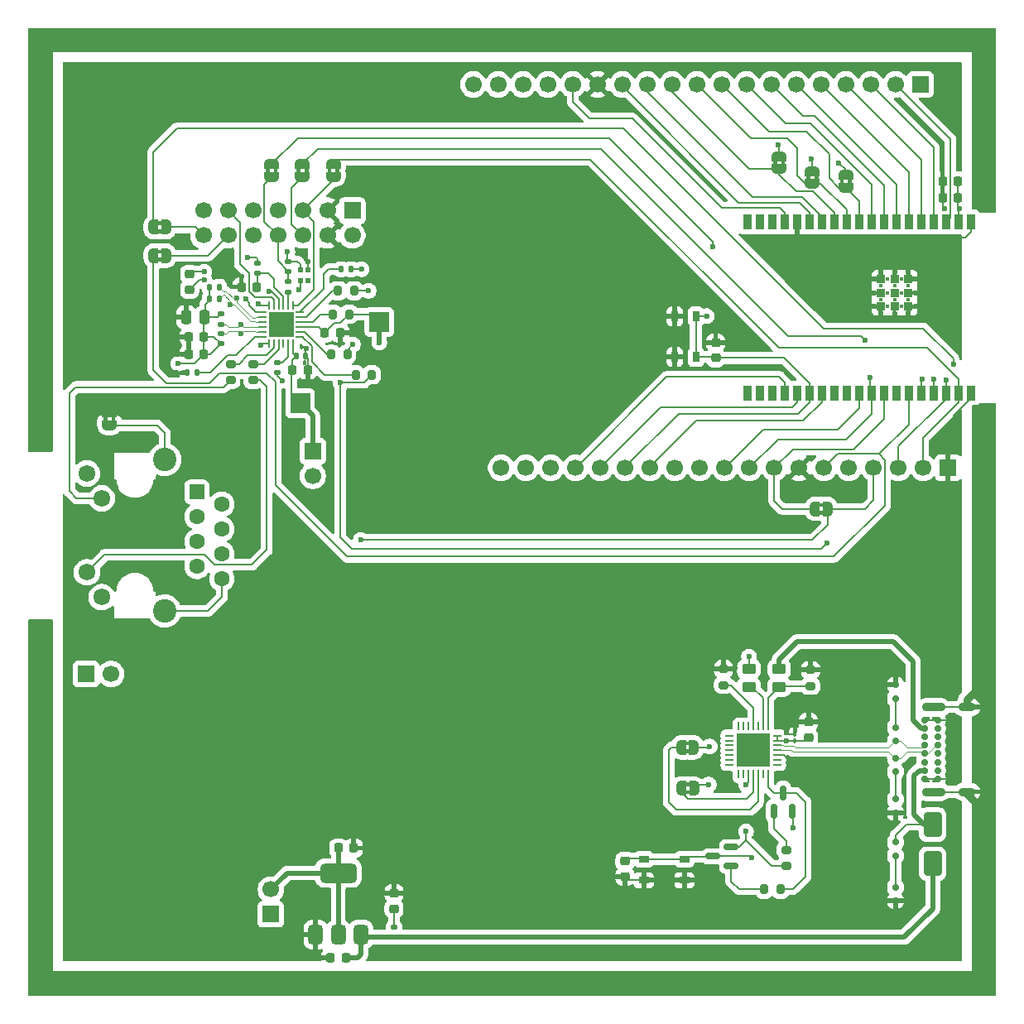
<source format=gbr>
%TF.GenerationSoftware,KiCad,Pcbnew,9.0.4*%
%TF.CreationDate,2025-10-22T11:27:05-07:00*%
%TF.ProjectId,EthernetBoardv1.1,45746865-726e-4657-9442-6f6172647631,rev?*%
%TF.SameCoordinates,Original*%
%TF.FileFunction,Copper,L1,Top*%
%TF.FilePolarity,Positive*%
%FSLAX46Y46*%
G04 Gerber Fmt 4.6, Leading zero omitted, Abs format (unit mm)*
G04 Created by KiCad (PCBNEW 9.0.4) date 2025-10-22 11:27:05*
%MOMM*%
%LPD*%
G01*
G04 APERTURE LIST*
G04 Aperture macros list*
%AMRoundRect*
0 Rectangle with rounded corners*
0 $1 Rounding radius*
0 $2 $3 $4 $5 $6 $7 $8 $9 X,Y pos of 4 corners*
0 Add a 4 corners polygon primitive as box body*
4,1,4,$2,$3,$4,$5,$6,$7,$8,$9,$2,$3,0*
0 Add four circle primitives for the rounded corners*
1,1,$1+$1,$2,$3*
1,1,$1+$1,$4,$5*
1,1,$1+$1,$6,$7*
1,1,$1+$1,$8,$9*
0 Add four rect primitives between the rounded corners*
20,1,$1+$1,$2,$3,$4,$5,0*
20,1,$1+$1,$4,$5,$6,$7,0*
20,1,$1+$1,$6,$7,$8,$9,0*
20,1,$1+$1,$8,$9,$2,$3,0*%
%AMFreePoly0*
4,1,23,0.500000,-0.750000,0.000000,-0.750000,0.000000,-0.745722,-0.065263,-0.745722,-0.191342,-0.711940,-0.304381,-0.646677,-0.396677,-0.554381,-0.461940,-0.441342,-0.495722,-0.315263,-0.495722,-0.250000,-0.500000,-0.250000,-0.500000,0.250000,-0.495722,0.250000,-0.495722,0.315263,-0.461940,0.441342,-0.396677,0.554381,-0.304381,0.646677,-0.191342,0.711940,-0.065263,0.745722,0.000000,0.745722,
0.000000,0.750000,0.500000,0.750000,0.500000,-0.750000,0.500000,-0.750000,$1*%
%AMFreePoly1*
4,1,23,0.000000,0.745722,0.065263,0.745722,0.191342,0.711940,0.304381,0.646677,0.396677,0.554381,0.461940,0.441342,0.495722,0.315263,0.495722,0.250000,0.500000,0.250000,0.500000,-0.250000,0.495722,-0.250000,0.495722,-0.315263,0.461940,-0.441342,0.396677,-0.554381,0.304381,-0.646677,0.191342,-0.711940,0.065263,-0.745722,0.000000,-0.745722,0.000000,-0.750000,-0.500000,-0.750000,
-0.500000,0.750000,0.000000,0.750000,0.000000,0.745722,0.000000,0.745722,$1*%
G04 Aperture macros list end*
%TA.AperFunction,EtchedComponent*%
%ADD10C,0.000000*%
%TD*%
%TA.AperFunction,SMDPad,CuDef*%
%ADD11FreePoly0,0.000000*%
%TD*%
%TA.AperFunction,SMDPad,CuDef*%
%ADD12FreePoly1,0.000000*%
%TD*%
%TA.AperFunction,ComponentPad*%
%ADD13C,0.700000*%
%TD*%
%TA.AperFunction,ComponentPad*%
%ADD14O,2.400000X0.900000*%
%TD*%
%TA.AperFunction,ComponentPad*%
%ADD15O,1.700000X0.900000*%
%TD*%
%TA.AperFunction,SMDPad,CuDef*%
%ADD16RoundRect,0.135000X-0.185000X0.135000X-0.185000X-0.135000X0.185000X-0.135000X0.185000X0.135000X0*%
%TD*%
%TA.AperFunction,SMDPad,CuDef*%
%ADD17RoundRect,0.200000X-0.200000X-0.275000X0.200000X-0.275000X0.200000X0.275000X-0.200000X0.275000X0*%
%TD*%
%TA.AperFunction,SMDPad,CuDef*%
%ADD18RoundRect,0.150000X-0.200000X0.150000X-0.200000X-0.150000X0.200000X-0.150000X0.200000X0.150000X0*%
%TD*%
%TA.AperFunction,SMDPad,CuDef*%
%ADD19RoundRect,0.150000X0.200000X-0.150000X0.200000X0.150000X-0.200000X0.150000X-0.200000X-0.150000X0*%
%TD*%
%TA.AperFunction,SMDPad,CuDef*%
%ADD20RoundRect,0.135000X0.185000X-0.135000X0.185000X0.135000X-0.185000X0.135000X-0.185000X-0.135000X0*%
%TD*%
%TA.AperFunction,SMDPad,CuDef*%
%ADD21RoundRect,0.200000X0.200000X0.275000X-0.200000X0.275000X-0.200000X-0.275000X0.200000X-0.275000X0*%
%TD*%
%TA.AperFunction,SMDPad,CuDef*%
%ADD22R,0.900000X1.500000*%
%TD*%
%TA.AperFunction,SMDPad,CuDef*%
%ADD23R,0.900000X0.900000*%
%TD*%
%TA.AperFunction,ComponentPad*%
%ADD24C,0.400000*%
%TD*%
%TA.AperFunction,SMDPad,CuDef*%
%ADD25RoundRect,0.135000X0.135000X0.185000X-0.135000X0.185000X-0.135000X-0.185000X0.135000X-0.185000X0*%
%TD*%
%TA.AperFunction,SMDPad,CuDef*%
%ADD26RoundRect,0.225000X-0.250000X0.225000X-0.250000X-0.225000X0.250000X-0.225000X0.250000X0.225000X0*%
%TD*%
%TA.AperFunction,SMDPad,CuDef*%
%ADD27RoundRect,0.100000X0.100000X-0.130000X0.100000X0.130000X-0.100000X0.130000X-0.100000X-0.130000X0*%
%TD*%
%TA.AperFunction,SMDPad,CuDef*%
%ADD28FreePoly0,270.000000*%
%TD*%
%TA.AperFunction,SMDPad,CuDef*%
%ADD29FreePoly1,270.000000*%
%TD*%
%TA.AperFunction,SMDPad,CuDef*%
%ADD30RoundRect,0.225000X-0.225000X-0.250000X0.225000X-0.250000X0.225000X0.250000X-0.225000X0.250000X0*%
%TD*%
%TA.AperFunction,SMDPad,CuDef*%
%ADD31R,2.000000X2.000000*%
%TD*%
%TA.AperFunction,SMDPad,CuDef*%
%ADD32RoundRect,0.225000X0.225000X0.250000X-0.225000X0.250000X-0.225000X-0.250000X0.225000X-0.250000X0*%
%TD*%
%TA.AperFunction,SMDPad,CuDef*%
%ADD33RoundRect,0.375000X0.375000X-0.625000X0.375000X0.625000X-0.375000X0.625000X-0.375000X-0.625000X0*%
%TD*%
%TA.AperFunction,SMDPad,CuDef*%
%ADD34RoundRect,0.500000X1.400000X-0.500000X1.400000X0.500000X-1.400000X0.500000X-1.400000X-0.500000X0*%
%TD*%
%TA.AperFunction,SMDPad,CuDef*%
%ADD35RoundRect,0.250000X0.650000X-1.000000X0.650000X1.000000X-0.650000X1.000000X-0.650000X-1.000000X0*%
%TD*%
%TA.AperFunction,ComponentPad*%
%ADD36RoundRect,0.248000X0.552000X-0.552000X0.552000X0.552000X-0.552000X0.552000X-0.552000X-0.552000X0*%
%TD*%
%TA.AperFunction,ComponentPad*%
%ADD37C,1.600000*%
%TD*%
%TA.AperFunction,ComponentPad*%
%ADD38C,1.720000*%
%TD*%
%TA.AperFunction,ComponentPad*%
%ADD39C,2.400000*%
%TD*%
%TA.AperFunction,SMDPad,CuDef*%
%ADD40FreePoly0,180.000000*%
%TD*%
%TA.AperFunction,SMDPad,CuDef*%
%ADD41FreePoly1,180.000000*%
%TD*%
%TA.AperFunction,SMDPad,CuDef*%
%ADD42RoundRect,0.200000X-0.275000X0.200000X-0.275000X-0.200000X0.275000X-0.200000X0.275000X0.200000X0*%
%TD*%
%TA.AperFunction,ComponentPad*%
%ADD43R,1.700000X1.700000*%
%TD*%
%TA.AperFunction,ComponentPad*%
%ADD44C,1.700000*%
%TD*%
%TA.AperFunction,SMDPad,CuDef*%
%ADD45RoundRect,0.250000X0.250000X0.475000X-0.250000X0.475000X-0.250000X-0.475000X0.250000X-0.475000X0*%
%TD*%
%TA.AperFunction,SMDPad,CuDef*%
%ADD46FreePoly0,90.000000*%
%TD*%
%TA.AperFunction,SMDPad,CuDef*%
%ADD47FreePoly1,90.000000*%
%TD*%
%TA.AperFunction,SMDPad,CuDef*%
%ADD48RoundRect,0.218750X-0.256250X0.218750X-0.256250X-0.218750X0.256250X-0.218750X0.256250X0.218750X0*%
%TD*%
%TA.AperFunction,SMDPad,CuDef*%
%ADD49RoundRect,0.225000X0.250000X-0.225000X0.250000X0.225000X-0.250000X0.225000X-0.250000X-0.225000X0*%
%TD*%
%TA.AperFunction,SMDPad,CuDef*%
%ADD50RoundRect,0.200000X0.275000X-0.200000X0.275000X0.200000X-0.275000X0.200000X-0.275000X-0.200000X0*%
%TD*%
%TA.AperFunction,SMDPad,CuDef*%
%ADD51RoundRect,0.218750X0.256250X-0.218750X0.256250X0.218750X-0.256250X0.218750X-0.256250X-0.218750X0*%
%TD*%
%TA.AperFunction,SMDPad,CuDef*%
%ADD52RoundRect,0.135000X-0.135000X-0.185000X0.135000X-0.185000X0.135000X0.185000X-0.135000X0.185000X0*%
%TD*%
%TA.AperFunction,SMDPad,CuDef*%
%ADD53RoundRect,0.250000X-0.450000X0.262500X-0.450000X-0.262500X0.450000X-0.262500X0.450000X0.262500X0*%
%TD*%
%TA.AperFunction,SMDPad,CuDef*%
%ADD54RoundRect,0.140000X-0.140000X-0.170000X0.140000X-0.170000X0.140000X0.170000X-0.140000X0.170000X0*%
%TD*%
%TA.AperFunction,SMDPad,CuDef*%
%ADD55RoundRect,0.150000X0.587500X0.150000X-0.587500X0.150000X-0.587500X-0.150000X0.587500X-0.150000X0*%
%TD*%
%TA.AperFunction,SMDPad,CuDef*%
%ADD56R,0.650000X1.050000*%
%TD*%
%TA.AperFunction,SMDPad,CuDef*%
%ADD57RoundRect,0.062500X0.062500X-0.375000X0.062500X0.375000X-0.062500X0.375000X-0.062500X-0.375000X0*%
%TD*%
%TA.AperFunction,SMDPad,CuDef*%
%ADD58RoundRect,0.062500X0.375000X-0.062500X0.375000X0.062500X-0.375000X0.062500X-0.375000X-0.062500X0*%
%TD*%
%TA.AperFunction,HeatsinkPad*%
%ADD59C,0.500000*%
%TD*%
%TA.AperFunction,HeatsinkPad*%
%ADD60R,2.500000X2.500000*%
%TD*%
%TA.AperFunction,SMDPad,CuDef*%
%ADD61RoundRect,0.150000X0.150000X-0.587500X0.150000X0.587500X-0.150000X0.587500X-0.150000X-0.587500X0*%
%TD*%
%TA.AperFunction,SMDPad,CuDef*%
%ADD62R,0.500000X0.600000*%
%TD*%
%TA.AperFunction,SMDPad,CuDef*%
%ADD63RoundRect,0.062500X0.337500X0.062500X-0.337500X0.062500X-0.337500X-0.062500X0.337500X-0.062500X0*%
%TD*%
%TA.AperFunction,SMDPad,CuDef*%
%ADD64RoundRect,0.062500X0.062500X0.337500X-0.062500X0.337500X-0.062500X-0.337500X0.062500X-0.337500X0*%
%TD*%
%TA.AperFunction,HeatsinkPad*%
%ADD65R,3.350000X3.350000*%
%TD*%
%TA.AperFunction,SMDPad,CuDef*%
%ADD66R,1.050000X0.650000*%
%TD*%
%TA.AperFunction,ViaPad*%
%ADD67C,0.600000*%
%TD*%
%TA.AperFunction,ViaPad*%
%ADD68C,1.000000*%
%TD*%
%TA.AperFunction,Conductor*%
%ADD69C,0.200000*%
%TD*%
%TA.AperFunction,Conductor*%
%ADD70C,0.500000*%
%TD*%
%TA.AperFunction,Conductor*%
%ADD71C,0.087600*%
%TD*%
%TA.AperFunction,Conductor*%
%ADD72C,0.800000*%
%TD*%
G04 APERTURE END LIST*
D10*
%TA.AperFunction,EtchedComponent*%
%TO.C,R27*%
G36*
X72200000Y-61700000D02*
G01*
X71700000Y-61700000D01*
X71700000Y-61300000D01*
X72200000Y-61300000D01*
X72200000Y-61700000D01*
G37*
%TD.AperFunction*%
%TA.AperFunction,EtchedComponent*%
G36*
X72200000Y-62500000D02*
G01*
X71700000Y-62500000D01*
X71700000Y-62100000D01*
X72200000Y-62100000D01*
X72200000Y-62500000D01*
G37*
%TD.AperFunction*%
%TA.AperFunction,EtchedComponent*%
%TO.C,R31*%
G36*
X89500000Y-56350000D02*
G01*
X89100000Y-56350000D01*
X89100000Y-55850000D01*
X89500000Y-55850000D01*
X89500000Y-56350000D01*
G37*
%TD.AperFunction*%
%TA.AperFunction,EtchedComponent*%
G36*
X90300000Y-56350000D02*
G01*
X89900000Y-56350000D01*
X89900000Y-55850000D01*
X90300000Y-55850000D01*
X90300000Y-56350000D01*
G37*
%TD.AperFunction*%
%TA.AperFunction,EtchedComponent*%
%TO.C,R28*%
G36*
X72200000Y-64600000D02*
G01*
X71700000Y-64600000D01*
X71700000Y-64200000D01*
X72200000Y-64200000D01*
X72200000Y-64600000D01*
G37*
%TD.AperFunction*%
%TA.AperFunction,EtchedComponent*%
G36*
X72200000Y-65400000D02*
G01*
X71700000Y-65400000D01*
X71700000Y-65000000D01*
X72200000Y-65000000D01*
X72200000Y-65400000D01*
G37*
%TD.AperFunction*%
%TA.AperFunction,EtchedComponent*%
%TO.C,R17*%
G36*
X126150000Y-114900000D02*
G01*
X125650000Y-114900000D01*
X125650000Y-114500000D01*
X126150000Y-114500000D01*
X126150000Y-114900000D01*
G37*
%TD.AperFunction*%
%TA.AperFunction,EtchedComponent*%
G36*
X126150000Y-115700000D02*
G01*
X125650000Y-115700000D01*
X125650000Y-115300000D01*
X126150000Y-115300000D01*
X126150000Y-115700000D01*
G37*
%TD.AperFunction*%
%TA.AperFunction,EtchedComponent*%
%TO.C,R12*%
G36*
X66600000Y-81750000D02*
G01*
X66200000Y-81750000D01*
X66200000Y-81250000D01*
X66600000Y-81250000D01*
X66600000Y-81750000D01*
G37*
%TD.AperFunction*%
%TA.AperFunction,EtchedComponent*%
G36*
X67400000Y-81750000D02*
G01*
X67000000Y-81750000D01*
X67000000Y-81250000D01*
X67400000Y-81250000D01*
X67400000Y-81750000D01*
G37*
%TD.AperFunction*%
%TA.AperFunction,EtchedComponent*%
%TO.C,R32*%
G36*
X83200000Y-56350000D02*
G01*
X82800000Y-56350000D01*
X82800000Y-55850000D01*
X83200000Y-55850000D01*
X83200000Y-56350000D01*
G37*
%TD.AperFunction*%
%TA.AperFunction,EtchedComponent*%
G36*
X84000000Y-56350000D02*
G01*
X83600000Y-56350000D01*
X83600000Y-55850000D01*
X84000000Y-55850000D01*
X84000000Y-56350000D01*
G37*
%TD.AperFunction*%
%TA.AperFunction,EtchedComponent*%
%TO.C,R25*%
G36*
X138500000Y-57050000D02*
G01*
X138100000Y-57050000D01*
X138100000Y-56550000D01*
X138500000Y-56550000D01*
X138500000Y-57050000D01*
G37*
%TD.AperFunction*%
%TA.AperFunction,EtchedComponent*%
G36*
X139300000Y-57050000D02*
G01*
X138900000Y-57050000D01*
X138900000Y-56550000D01*
X139300000Y-56550000D01*
X139300000Y-57050000D01*
G37*
%TD.AperFunction*%
%TA.AperFunction,EtchedComponent*%
%TO.C,R26*%
G36*
X139850000Y-90500000D02*
G01*
X139350000Y-90500000D01*
X139350000Y-90100000D01*
X139850000Y-90100000D01*
X139850000Y-90500000D01*
G37*
%TD.AperFunction*%
%TA.AperFunction,EtchedComponent*%
G36*
X139850000Y-91300000D02*
G01*
X139350000Y-91300000D01*
X139350000Y-90900000D01*
X139850000Y-90900000D01*
X139850000Y-91300000D01*
G37*
%TD.AperFunction*%
%TA.AperFunction,EtchedComponent*%
%TO.C,R30*%
G36*
X86350000Y-56350000D02*
G01*
X85950000Y-56350000D01*
X85950000Y-55850000D01*
X86350000Y-55850000D01*
X86350000Y-56350000D01*
G37*
%TD.AperFunction*%
%TA.AperFunction,EtchedComponent*%
G36*
X87150000Y-56350000D02*
G01*
X86750000Y-56350000D01*
X86750000Y-55850000D01*
X87150000Y-55850000D01*
X87150000Y-56350000D01*
G37*
%TD.AperFunction*%
%TA.AperFunction,EtchedComponent*%
%TO.C,R24*%
G36*
X141900000Y-57450000D02*
G01*
X141500000Y-57450000D01*
X141500000Y-56950000D01*
X141900000Y-56950000D01*
X141900000Y-57450000D01*
G37*
%TD.AperFunction*%
%TA.AperFunction,EtchedComponent*%
G36*
X142700000Y-57450000D02*
G01*
X142300000Y-57450000D01*
X142300000Y-56950000D01*
X142700000Y-56950000D01*
X142700000Y-57450000D01*
G37*
%TD.AperFunction*%
%TA.AperFunction,EtchedComponent*%
%TO.C,R16*%
G36*
X126200000Y-119100000D02*
G01*
X125700000Y-119100000D01*
X125700000Y-118700000D01*
X126200000Y-118700000D01*
X126200000Y-119100000D01*
G37*
%TD.AperFunction*%
%TA.AperFunction,EtchedComponent*%
G36*
X126200000Y-119900000D02*
G01*
X125700000Y-119900000D01*
X125700000Y-119500000D01*
X126200000Y-119500000D01*
X126200000Y-119900000D01*
G37*
%TD.AperFunction*%
%TA.AperFunction,EtchedComponent*%
%TO.C,R29*%
G36*
X135100000Y-55550000D02*
G01*
X134700000Y-55550000D01*
X134700000Y-55050000D01*
X135100000Y-55050000D01*
X135100000Y-55550000D01*
G37*
%TD.AperFunction*%
%TA.AperFunction,EtchedComponent*%
G36*
X135900000Y-55550000D02*
G01*
X135500000Y-55550000D01*
X135500000Y-55050000D01*
X135900000Y-55050000D01*
X135900000Y-55550000D01*
G37*
%TD.AperFunction*%
%TD*%
D11*
%TO.P,R27,1*%
%TO.N,/IO22*%
X71300000Y-61900000D03*
D12*
%TO.P,R27,2*%
%TO.N,/TXD1*%
X72600000Y-61900000D03*
%TD*%
D13*
%TO.P,J5,A1,GND*%
%TO.N,GND*%
X150140000Y-118300000D03*
%TO.P,J5,A4,VBUS*%
%TO.N,VBUS*%
X150140000Y-117450000D03*
%TO.P,J5,A5,CC1*%
%TO.N,unconnected-(J5-CC1-PadA5)*%
X150140000Y-116600000D03*
%TO.P,J5,A6,D+*%
%TO.N,/USB_DP*%
X150140000Y-115750000D03*
%TO.P,J5,A7,D-*%
%TO.N,/USB_DN*%
X150140000Y-114900000D03*
%TO.P,J5,A8,SBU1*%
%TO.N,unconnected-(J5-SBU1-PadA8)*%
X150140000Y-114050000D03*
%TO.P,J5,A9,VBUS*%
%TO.N,VBUS*%
X150140000Y-113200000D03*
%TO.P,J5,A12,GND*%
%TO.N,GND*%
X150140000Y-112350000D03*
%TO.P,J5,B1,GND*%
X151490000Y-112350000D03*
%TO.P,J5,B4,VBUS*%
%TO.N,VBUS*%
X151490000Y-113200000D03*
%TO.P,J5,B5,CC2*%
%TO.N,unconnected-(J5-CC2-PadB5)*%
X151490000Y-114050000D03*
%TO.P,J5,B6,D+*%
%TO.N,/USB_DP*%
X151490000Y-114900000D03*
%TO.P,J5,B7,D-*%
%TO.N,/USB_DN*%
X151490000Y-115750000D03*
%TO.P,J5,B8,SBU2*%
%TO.N,unconnected-(J5-SBU2-PadB8)*%
X151490000Y-116600000D03*
%TO.P,J5,B9,VBUS*%
%TO.N,VBUS*%
X151490000Y-117450000D03*
%TO.P,J5,B12,GND*%
%TO.N,GND*%
X151490000Y-118300000D03*
D14*
%TO.P,J5,S1,SHIELD*%
%TO.N,Earth*%
X151120000Y-119650000D03*
D15*
X154500000Y-119650000D03*
D14*
X151120000Y-111000000D03*
D15*
X154500000Y-111000000D03*
%TD*%
D16*
%TO.P,R6,1*%
%TO.N,VDDA*%
X78200000Y-70790000D03*
%TO.P,R6,2*%
%TO.N,/RD_N*%
X78200000Y-71810000D03*
%TD*%
D17*
%TO.P,R4,1*%
%TO.N,Net-(U1-CRS_DV{slash}MODE2)*%
X90175000Y-68400000D03*
%TO.P,R4,2*%
%TO.N,/CRS_DV*%
X91825000Y-68400000D03*
%TD*%
D18*
%TO.P,D6,1,K*%
%TO.N,Net-(D6-K)*%
X147200000Y-117600000D03*
%TO.P,D6,2,A*%
%TO.N,/USB_DP*%
X147200000Y-116200000D03*
%TD*%
D19*
%TO.P,D3,1,K*%
%TO.N,Net-(D1-K)*%
X147200000Y-129400000D03*
%TO.P,D3,2,A*%
%TO.N,GND*%
X147200000Y-130800000D03*
%TD*%
D20*
%TO.P,R22,1*%
%TO.N,/REFCLKO*%
X85100000Y-68510000D03*
%TO.P,R22,2*%
%TO.N,/R_RX_CLK*%
X85100000Y-67490000D03*
%TD*%
D21*
%TO.P,R1,1*%
%TO.N,/RXD1*%
X91125000Y-74900000D03*
%TO.P,R1,2*%
%TO.N,Net-(U1-RXD0{slash}MODE0)*%
X89475000Y-74900000D03*
%TD*%
D22*
%TO.P,U5,1,GND*%
%TO.N,GND*%
X154900000Y-61350000D03*
%TO.P,U5,2,3V3*%
%TO.N,+3.3V*%
X153630000Y-61350000D03*
%TO.P,U5,3,EN*%
%TO.N,/EN*%
X152360000Y-61350000D03*
%TO.P,U5,4,SENSOR_VP*%
%TO.N,/SENSOR_VP*%
X151090000Y-61350000D03*
%TO.P,U5,5,SENSOR_VN*%
%TO.N,/SENSOR_VN*%
X149820000Y-61350000D03*
%TO.P,U5,6,IO34*%
%TO.N,/IO34*%
X148550000Y-61350000D03*
%TO.P,U5,7,IO35*%
%TO.N,/IO35*%
X147280000Y-61350000D03*
%TO.P,U5,8,IO32*%
%TO.N,/IO32*%
X146010000Y-61350000D03*
%TO.P,U5,9,IO33*%
%TO.N,/IO33*%
X144740000Y-61350000D03*
%TO.P,U5,10,IO25*%
%TO.N,/IO25*%
X143470000Y-61350000D03*
%TO.P,U5,11,IO26*%
%TO.N,/IO26*%
X142200000Y-61350000D03*
%TO.P,U5,12,IO27*%
%TO.N,/IO27*%
X140930000Y-61350000D03*
%TO.P,U5,13,IO14*%
%TO.N,/IO14*%
X139660000Y-61350000D03*
%TO.P,U5,14,IO12*%
%TO.N,/IO12*%
X138390000Y-61350000D03*
%TO.P,U5,15,GND*%
%TO.N,GND*%
X137120000Y-61350000D03*
%TO.P,U5,16,IO13*%
%TO.N,/IO13*%
X135850000Y-61350000D03*
%TO.P,U5,17,NC*%
%TO.N,unconnected-(U5-NC-Pad17)*%
X134580000Y-61350000D03*
%TO.P,U5,18,NC*%
%TO.N,unconnected-(U5-NC-Pad18)*%
X133310000Y-61350000D03*
%TO.P,U5,19,NC*%
%TO.N,unconnected-(U5-NC-Pad19)*%
X132040000Y-61350000D03*
%TO.P,U5,20,NC*%
%TO.N,unconnected-(U5-NC-Pad20)*%
X132040000Y-78850000D03*
%TO.P,U5,21,NC*%
%TO.N,unconnected-(U5-NC-Pad21)*%
X133310000Y-78850000D03*
%TO.P,U5,22,NC*%
%TO.N,unconnected-(U5-NC-Pad22)*%
X134580000Y-78850000D03*
%TO.P,U5,23,IO15*%
%TO.N,/IO15*%
X135850000Y-78850000D03*
%TO.P,U5,24,IO2*%
%TO.N,/IO2*%
X137120000Y-78850000D03*
%TO.P,U5,25,IO0*%
%TO.N,/IO0*%
X138390000Y-78850000D03*
%TO.P,U5,26,IO4*%
%TO.N,/IO4*%
X139660000Y-78850000D03*
%TO.P,U5,27,NC*%
%TO.N,unconnected-(U5-NC-Pad27)*%
X140930000Y-78850000D03*
%TO.P,U5,28,NC*%
%TO.N,unconnected-(U5-NC-Pad28)*%
X142200000Y-78850000D03*
%TO.P,U5,29,IO5*%
%TO.N,/IO5*%
X143470000Y-78850000D03*
%TO.P,U5,30,IO18*%
%TO.N,/IO18*%
X144740000Y-78850000D03*
%TO.P,U5,31,IO19*%
%TO.N,/IO19*%
X146010000Y-78850000D03*
%TO.P,U5,32,NC*%
%TO.N,unconnected-(U5-NC-Pad32)*%
X147280000Y-78850000D03*
%TO.P,U5,33,IO21*%
%TO.N,/IO21*%
X148550000Y-78850000D03*
%TO.P,U5,34,RXD0*%
%TO.N,/RXDUSB*%
X149820000Y-78850000D03*
%TO.P,U5,35,TXD0*%
%TO.N,/TXDUSB*%
X151090000Y-78850000D03*
%TO.P,U5,36,IO22*%
%TO.N,/IO22*%
X152360000Y-78850000D03*
%TO.P,U5,37,IO23*%
%TO.N,/IO23*%
X153630000Y-78850000D03*
%TO.P,U5,38,GND*%
%TO.N,GND*%
X154900000Y-78850000D03*
D23*
%TO.P,U5,39_1,EXP*%
X148500000Y-67200000D03*
%TO.P,U5,39_2,EXP*%
X148500000Y-68600000D03*
%TO.P,U5,39_3,EXP*%
X148500000Y-70000000D03*
%TO.P,U5,39_4,EXP*%
X147100000Y-67200000D03*
%TO.P,U5,39_5,EXP*%
X147100000Y-68600000D03*
%TO.P,U5,39_6,EXP*%
X147100000Y-70000000D03*
%TO.P,U5,39_7,EXP*%
X145700000Y-67200000D03*
%TO.P,U5,39_8,EXP*%
X145700000Y-68600000D03*
%TO.P,U5,39_9,EXP*%
X145700000Y-70000000D03*
D24*
%TO.P,U5,40*%
%TO.N,N/C*%
X148500000Y-67900000D03*
%TO.P,U5,41*%
X148500000Y-69300000D03*
%TO.P,U5,42*%
X147800000Y-67200000D03*
%TO.P,U5,43*%
X147800000Y-68600000D03*
%TO.P,U5,44*%
X147800000Y-70000000D03*
%TO.P,U5,45*%
X147100000Y-67900000D03*
%TO.P,U5,46*%
X147100000Y-69300000D03*
%TO.P,U5,47*%
X146400000Y-67200000D03*
%TO.P,U5,48*%
X146400000Y-68600000D03*
%TO.P,U5,49*%
X146400000Y-70000000D03*
%TO.P,U5,50*%
X145700000Y-67900000D03*
%TO.P,U5,51*%
X145700000Y-69300000D03*
%TD*%
D25*
%TO.P,R10,1*%
%TO.N,Net-(U1-RBIAS)*%
X75760000Y-76750000D03*
%TO.P,R10,2*%
%TO.N,GND*%
X74740000Y-76750000D03*
%TD*%
D26*
%TO.P,C1,1*%
%TO.N,GND*%
X128800000Y-73725000D03*
%TO.P,C1,2*%
%TO.N,/IO0*%
X128800000Y-75275000D03*
%TD*%
D27*
%TO.P,C14,1*%
%TO.N,+3.3V*%
X136900000Y-114420000D03*
%TO.P,C14,2*%
%TO.N,GND*%
X136900000Y-113780000D03*
%TD*%
D17*
%TO.P,R3,1*%
%TO.N,/RXER*%
X89675000Y-70800000D03*
%TO.P,R3,2*%
%TO.N,VCC*%
X91325000Y-70800000D03*
%TD*%
D28*
%TO.P,R31,1*%
%TO.N,/IO23*%
X89700000Y-55450000D03*
D29*
%TO.P,R31,2*%
%TO.N,/MDC*%
X89700000Y-56750000D03*
%TD*%
D30*
%TO.P,C7,1*%
%TO.N,VCC*%
X88825000Y-72700000D03*
%TO.P,C7,2*%
%TO.N,GND*%
X90375000Y-72700000D03*
%TD*%
D31*
%TO.P,TP2,1,1*%
%TO.N,VCC*%
X94400000Y-71600000D03*
%TD*%
D32*
%TO.P,C8,1*%
%TO.N,/nRST*%
X81875000Y-68000000D03*
%TO.P,C8,2*%
%TO.N,GND*%
X80325000Y-68000000D03*
%TD*%
D33*
%TO.P,U3,1,GND*%
%TO.N,GND*%
X87900000Y-134250000D03*
%TO.P,U3,2,VO*%
%TO.N,+3.3V*%
X90200000Y-134250000D03*
D34*
X90200000Y-127950000D03*
D33*
%TO.P,U3,3,VI*%
%TO.N,+5V*%
X92500000Y-134250000D03*
%TD*%
D35*
%TO.P,D2,1,K*%
%TO.N,+5V*%
X151000000Y-127000000D03*
%TO.P,D2,2,A*%
%TO.N,VBUS*%
X151000000Y-123000000D03*
%TD*%
D32*
%TO.P,C9,1*%
%TO.N,VDDA*%
X76475000Y-73100000D03*
%TO.P,C9,2*%
%TO.N,GND*%
X74925000Y-73100000D03*
%TD*%
%TO.P,C12,1*%
%TO.N,+3.3V*%
X153575000Y-58900000D03*
%TO.P,C12,2*%
%TO.N,GND*%
X152025000Y-58900000D03*
%TD*%
D11*
%TO.P,R28,1*%
%TO.N,/IO21*%
X71300000Y-64800000D03*
D12*
%TO.P,R28,2*%
%TO.N,/TX_EN*%
X72600000Y-64800000D03*
%TD*%
D19*
%TO.P,D4,1,K*%
%TO.N,Net-(D4-K)*%
X147200000Y-113054000D03*
%TO.P,D4,2,A*%
%TO.N,/USB_DN*%
X147200000Y-114454000D03*
%TD*%
D36*
%TO.P,J1,1,TD+*%
%TO.N,/TD_P*%
X75750000Y-88970000D03*
D37*
%TO.P,J1,2,TD-*%
%TO.N,/TD_N*%
X78290000Y-90240000D03*
%TO.P,J1,3,RD+*%
%TO.N,/RD_P*%
X75750000Y-91510000D03*
%TO.P,J1,4,CTD*%
%TO.N,VDDA*%
X78290000Y-92780000D03*
%TO.P,J1,5,CRD*%
X75750000Y-94050000D03*
%TO.P,J1,6,RD-*%
%TO.N,/RD_N*%
X78290000Y-95320000D03*
%TO.P,J1,7,NC*%
%TO.N,unconnected-(J1-NC-Pad7)*%
X75750000Y-96590000D03*
%TO.P,J1,8*%
%TO.N,Net-(J1-Pad8)*%
X78290000Y-97860000D03*
D38*
%TO.P,J1,9*%
%TO.N,VDDA*%
X64500000Y-87090000D03*
%TO.P,J1,10*%
%TO.N,Net-(J1-Pad10)*%
X66020000Y-89630000D03*
%TO.P,J1,11*%
%TO.N,Net-(J1-Pad11)*%
X64500000Y-97200000D03*
%TO.P,J1,12*%
%TO.N,VDDA*%
X66020000Y-99740000D03*
D39*
%TO.P,J1,SH*%
%TO.N,Net-(J1-Pad8)*%
X72450000Y-85670000D03*
X72450000Y-101160000D03*
%TD*%
D40*
%TO.P,R17,1*%
%TO.N,/RXDUSB*%
X126550000Y-115100000D03*
D41*
%TO.P,R17,2*%
%TO.N,/TXD*%
X125250000Y-115100000D03*
%TD*%
D42*
%TO.P,R11,1*%
%TO.N,/LED2*%
X79200000Y-75875000D03*
%TO.P,R11,2*%
%TO.N,Net-(J1-Pad10)*%
X79200000Y-77525000D03*
%TD*%
D43*
%TO.P,J7,1,Pin_1*%
%TO.N,VDDCR*%
X87600000Y-84800000D03*
D44*
%TO.P,J7,2,Pin_2*%
%TO.N,+3.3V*%
X87600000Y-87340000D03*
%TD*%
D45*
%TO.P,C11,1*%
%TO.N,VDDA*%
X76550000Y-71100000D03*
%TO.P,C11,2*%
%TO.N,GND*%
X74650000Y-71100000D03*
%TD*%
D46*
%TO.P,R12,1*%
%TO.N,Net-(J1-Pad8)*%
X66800000Y-82150000D03*
D47*
%TO.P,R12,2*%
%TO.N,GND*%
X66800000Y-80850000D03*
%TD*%
D16*
%TO.P,R21,1*%
%TO.N,/OSCIN*%
X84000000Y-75740000D03*
%TO.P,R21,2*%
%TO.N,/CLK50*%
X84000000Y-76760000D03*
%TD*%
D18*
%TO.P,D1,1,K*%
%TO.N,Net-(D1-K)*%
X147200000Y-126200000D03*
%TO.P,D1,2,A*%
%TO.N,VBUS*%
X147200000Y-124800000D03*
%TD*%
D30*
%TO.P,C5,1*%
%TO.N,VDDCR*%
X85525000Y-76500000D03*
%TO.P,C5,2*%
%TO.N,GND*%
X87075000Y-76500000D03*
%TD*%
D19*
%TO.P,D7,1,K*%
%TO.N,Net-(D6-K)*%
X147200000Y-120400000D03*
%TO.P,D7,2,A*%
%TO.N,GND*%
X147200000Y-121800000D03*
%TD*%
D48*
%TO.P,D8,1,K*%
%TO.N,GND*%
X95900000Y-130012500D03*
%TO.P,D8,2,A*%
%TO.N,Net-(D8-A)*%
X95900000Y-131587500D03*
%TD*%
D49*
%TO.P,C15,1*%
%TO.N,+3.3V*%
X138300000Y-114075000D03*
%TO.P,C15,2*%
%TO.N,GND*%
X138300000Y-112525000D03*
%TD*%
D50*
%TO.P,R15,1*%
%TO.N,/RTS*%
X136000000Y-127225000D03*
%TO.P,R15,2*%
%TO.N,Net-(Q2-B)*%
X136000000Y-125575000D03*
%TD*%
D16*
%TO.P,R23,1*%
%TO.N,/CLK50*%
X85100000Y-65390000D03*
%TO.P,R23,2*%
%TO.N,/R_RX_CLK*%
X85100000Y-66410000D03*
%TD*%
D51*
%TO.P,L1,1,1*%
%TO.N,Net-(U1-VDD1A)*%
X75000000Y-68287500D03*
%TO.P,L1,2,2*%
%TO.N,VCC*%
X75000000Y-66712500D03*
%TD*%
D52*
%TO.P,R19,1*%
%TO.N,Net-(U1-MDIO)*%
X90490000Y-66200000D03*
%TO.P,R19,2*%
%TO.N,VCC*%
X91510000Y-66200000D03*
%TD*%
D53*
%TO.P,R33,1*%
%TO.N,VBUS*%
X135300000Y-107087500D03*
%TO.P,R33,2*%
%TO.N,Net-(U4-VBUS)*%
X135300000Y-108912500D03*
%TD*%
D28*
%TO.P,R32,1*%
%TO.N,/IO0*%
X83400000Y-55450000D03*
D29*
%TO.P,R32,2*%
%TO.N,/R_RX_CLK*%
X83400000Y-56750000D03*
%TD*%
D50*
%TO.P,R13,1*%
%TO.N,Net-(U4-~{SUSPEND})*%
X129600000Y-108725000D03*
%TO.P,R13,2*%
%TO.N,GND*%
X129600000Y-107075000D03*
%TD*%
D54*
%TO.P,C6,1*%
%TO.N,VDDCR*%
X85920000Y-75100000D03*
%TO.P,C6,2*%
%TO.N,GND*%
X86880000Y-75100000D03*
%TD*%
D53*
%TO.P,R35,1*%
%TO.N,+3.3V*%
X132200000Y-107087500D03*
%TO.P,R35,2*%
%TO.N,Net-(U4-~{RST})*%
X132200000Y-108912500D03*
%TD*%
D43*
%TO.P,J4,1,Pin_1*%
%TO.N,VCC*%
X91640000Y-60200000D03*
D44*
%TO.P,J4,2,Pin_2*%
X91640000Y-62740000D03*
%TO.P,J4,3,Pin_3*%
%TO.N,GND*%
X89100000Y-60200000D03*
%TO.P,J4,4,Pin_4*%
X89100000Y-62740000D03*
%TO.P,J4,5,Pin_5*%
%TO.N,/MDC*%
X86560000Y-60200000D03*
%TO.P,J4,6,Pin_6*%
%TO.N,/MDIO*%
X86560000Y-62740000D03*
%TO.P,J4,7,Pin_7*%
%TO.N,/CRS_DV*%
X84020000Y-60200000D03*
%TO.P,J4,8,Pin_8*%
%TO.N,/R_RX_CLK*%
X84020000Y-62740000D03*
%TO.P,J4,9,Pin_9*%
%TO.N,/RXD1*%
X81480000Y-60200000D03*
%TO.P,J4,10,Pin_10*%
%TO.N,/RXD0*%
X81480000Y-62740000D03*
%TO.P,J4,11,Pin_11*%
%TO.N,/TXD0*%
X78940000Y-60200000D03*
%TO.P,J4,12,Pin_12*%
%TO.N,/TX_EN*%
X78940000Y-62740000D03*
%TO.P,J4,13,Pin_13*%
%TO.N,unconnected-(J4-Pin_13-Pad13)*%
X76400000Y-60200000D03*
%TO.P,J4,14,Pin_14*%
%TO.N,/TXD1*%
X76400000Y-62740000D03*
%TD*%
D43*
%TO.P,J9,1,Pin_1*%
%TO.N,VDDA*%
X64425000Y-107600000D03*
D44*
%TO.P,J9,2,Pin_2*%
%TO.N,+3.3V*%
X66965000Y-107600000D03*
%TD*%
D42*
%TO.P,R5,1*%
%TO.N,/LED1*%
X81500000Y-75875000D03*
%TO.P,R5,2*%
%TO.N,Net-(J1-Pad11)*%
X81500000Y-77525000D03*
%TD*%
D55*
%TO.P,Q1,1,B*%
%TO.N,Net-(Q1-B)*%
X130400000Y-127200000D03*
%TO.P,Q1,2,E*%
%TO.N,/RTS*%
X130400000Y-125300000D03*
%TO.P,Q1,3,C*%
%TO.N,/EN*%
X128525000Y-126250000D03*
%TD*%
D46*
%TO.P,R25,1*%
%TO.N,/IO26*%
X138700000Y-57450000D03*
D47*
%TO.P,R25,2*%
%TO.N,/RXD1*%
X138700000Y-56150000D03*
%TD*%
D56*
%TO.P,SW1,1,1*%
%TO.N,GND*%
X124625000Y-75175000D03*
X124625000Y-71025000D03*
%TO.P,SW1,2,2*%
%TO.N,/IO0*%
X126775000Y-75175000D03*
X126775000Y-71025000D03*
%TD*%
D49*
%TO.P,C2,1*%
%TO.N,GND*%
X119525000Y-128300000D03*
%TO.P,C2,2*%
%TO.N,/EN*%
X119525000Y-126750000D03*
%TD*%
D57*
%TO.P,U1,1,VDD2A*%
%TO.N,Net-(U1-VDD1A)*%
X83100000Y-73775000D03*
%TO.P,U1,2,LED2/~{INTSEL}*%
%TO.N,/LED2*%
X83600000Y-73775000D03*
%TO.P,U1,3,LED1/REGOFF*%
%TO.N,/LED1*%
X84100000Y-73775000D03*
%TO.P,U1,4,XTAL2*%
%TO.N,unconnected-(U1-XTAL2-Pad4)*%
X84600000Y-73775000D03*
%TO.P,U1,5,XTAL1/CLKIN*%
%TO.N,/OSCIN*%
X85100000Y-73775000D03*
%TO.P,U1,6,VDDCR*%
%TO.N,VDDCR*%
X85600000Y-73775000D03*
D58*
%TO.P,U1,7,RXD1/MODE1*%
%TO.N,Net-(U1-RXD1{slash}MODE1)*%
X86287500Y-73087500D03*
%TO.P,U1,8,RXD0/MODE0*%
%TO.N,Net-(U1-RXD0{slash}MODE0)*%
X86287500Y-72587500D03*
%TO.P,U1,9,VDDIO*%
%TO.N,VCC*%
X86287500Y-72087500D03*
%TO.P,U1,10,RXER/PHYAD0*%
%TO.N,/RXER*%
X86287500Y-71587500D03*
%TO.P,U1,11,CRS_DV/MODE2*%
%TO.N,Net-(U1-CRS_DV{slash}MODE2)*%
X86287500Y-71087500D03*
%TO.P,U1,12,MDIO*%
%TO.N,Net-(U1-MDIO)*%
X86287500Y-70587500D03*
D57*
%TO.P,U1,13,MDC*%
%TO.N,/MDC*%
X85600000Y-69900000D03*
%TO.P,U1,14,~{INT}/REFCLKO*%
%TO.N,/REFCLKO*%
X85100000Y-69900000D03*
%TO.P,U1,15,~{RST}*%
%TO.N,/nRST*%
X84600000Y-69900000D03*
%TO.P,U1,16,TXEN*%
%TO.N,/TX_EN*%
X84100000Y-69900000D03*
%TO.P,U1,17,TXD0*%
%TO.N,/TXD0*%
X83600000Y-69900000D03*
%TO.P,U1,18,TXD1*%
%TO.N,/TXD1*%
X83100000Y-69900000D03*
D58*
%TO.P,U1,19,VDD1A*%
%TO.N,Net-(U1-VDD1A)*%
X82412500Y-70587500D03*
%TO.P,U1,20,TXN*%
%TO.N,/TD_N*%
X82412500Y-71087500D03*
%TO.P,U1,21,TXP*%
%TO.N,/TD_P*%
X82412500Y-71587500D03*
%TO.P,U1,22,RXN*%
%TO.N,/RD_N*%
X82412500Y-72087500D03*
%TO.P,U1,23,RXP*%
%TO.N,/RD_P*%
X82412500Y-72587500D03*
%TO.P,U1,24,RBIAS*%
%TO.N,Net-(U1-RBIAS)*%
X82412500Y-73087500D03*
D59*
%TO.P,U1,25,VSS*%
%TO.N,GND*%
X83350000Y-72837500D03*
X84350000Y-72837500D03*
X85350000Y-72837500D03*
X83350000Y-71837500D03*
X84350000Y-71837500D03*
D60*
X84350000Y-71837500D03*
D59*
X85350000Y-71837500D03*
X83350000Y-70837500D03*
X84350000Y-70837500D03*
X85350000Y-70837500D03*
%TD*%
D20*
%TO.P,R18,1*%
%TO.N,+5V*%
X95900000Y-134520000D03*
%TO.P,R18,2*%
%TO.N,Net-(D8-A)*%
X95900000Y-133500000D03*
%TD*%
D11*
%TO.P,R26,1*%
%TO.N,/IO19*%
X138950000Y-90700000D03*
D12*
%TO.P,R26,2*%
%TO.N,/TXD0*%
X140250000Y-90700000D03*
%TD*%
D43*
%TO.P,J3,1,Pin_1*%
%TO.N,GND*%
X152580000Y-86500000D03*
D44*
%TO.P,J3,2,Pin_2*%
%TO.N,/IO23*%
X150040000Y-86500000D03*
%TO.P,J3,3,Pin_3*%
%TO.N,/IO22*%
X147500000Y-86500000D03*
%TO.P,J3,4,Pin_4*%
%TO.N,/TXD0*%
X144960000Y-86500000D03*
%TO.P,J3,5,Pin_5*%
%TO.N,/RXD0*%
X142420000Y-86500000D03*
%TO.P,J3,6,Pin_6*%
%TO.N,/IO21*%
X139880000Y-86500000D03*
%TO.P,J3,7,Pin_7*%
%TO.N,GND*%
X137340000Y-86500000D03*
%TO.P,J3,8,Pin_8*%
%TO.N,/IO19*%
X134800000Y-86500000D03*
%TO.P,J3,9,Pin_9*%
%TO.N,/IO18*%
X132260000Y-86500000D03*
%TO.P,J3,10,Pin_10*%
%TO.N,/IO5*%
X129720000Y-86500000D03*
%TO.P,J3,11,Pin_11*%
%TO.N,/IO17*%
X127180000Y-86500000D03*
%TO.P,J3,12,Pin_12*%
%TO.N,/IO16*%
X124640000Y-86500000D03*
%TO.P,J3,13,Pin_13*%
%TO.N,/IO4*%
X122100000Y-86500000D03*
%TO.P,J3,14,Pin_14*%
%TO.N,/IO0*%
X119560000Y-86500000D03*
%TO.P,J3,15,Pin_15*%
%TO.N,/IO2*%
X117020000Y-86500000D03*
%TO.P,J3,16,Pin_16*%
%TO.N,/IO15*%
X114480000Y-86500000D03*
%TO.P,J3,17,Pin_17*%
%TO.N,/SD1*%
X111940000Y-86500000D03*
%TO.P,J3,18,Pin_18*%
%TO.N,/SD0*%
X109400000Y-86500000D03*
%TO.P,J3,19,Pin_19*%
%TO.N,/CLK*%
X106860000Y-86500000D03*
%TD*%
D61*
%TO.P,Q2,1,B*%
%TO.N,Net-(Q2-B)*%
X134750000Y-121637500D03*
%TO.P,Q2,2,E*%
%TO.N,/IO0*%
X136650000Y-121637500D03*
%TO.P,Q2,3,C*%
%TO.N,/DTR*%
X135700000Y-119762500D03*
%TD*%
D43*
%TO.P,J2,1,Pin_1*%
%TO.N,+3.3V*%
X149740000Y-47300000D03*
D44*
%TO.P,J2,2,Pin_2*%
%TO.N,/EN*%
X147200000Y-47300000D03*
%TO.P,J2,3,Pin_3*%
%TO.N,/SENSOR_VP*%
X144660000Y-47300000D03*
%TO.P,J2,4,Pin_4*%
%TO.N,/SENSOR_VN*%
X142120000Y-47300000D03*
%TO.P,J2,5,Pin_5*%
%TO.N,/IO34*%
X139580000Y-47300000D03*
%TO.P,J2,6,Pin_6*%
%TO.N,/IO35*%
X137040000Y-47300000D03*
%TO.P,J2,7,Pin_7*%
%TO.N,/IO32*%
X134500000Y-47300000D03*
%TO.P,J2,8,Pin_8*%
%TO.N,/IO33*%
X131960000Y-47300000D03*
%TO.P,J2,9,Pin_9*%
%TO.N,/IO25*%
X129420000Y-47300000D03*
%TO.P,J2,10,Pin_10*%
%TO.N,/IO26*%
X126880000Y-47300000D03*
%TO.P,J2,11,Pin_11*%
%TO.N,/IO27*%
X124340000Y-47300000D03*
%TO.P,J2,12,Pin_12*%
%TO.N,/IO14*%
X121800000Y-47300000D03*
%TO.P,J2,13,Pin_13*%
%TO.N,/IO12*%
X119260000Y-47300000D03*
%TO.P,J2,14,Pin_14*%
%TO.N,GND*%
X116720000Y-47300000D03*
%TO.P,J2,15,Pin_15*%
%TO.N,/IO13*%
X114180000Y-47300000D03*
%TO.P,J2,16,Pin_16*%
%TO.N,/SD2*%
X111640000Y-47300000D03*
%TO.P,J2,17,Pin_17*%
%TO.N,/SD3*%
X109100000Y-47300000D03*
%TO.P,J2,18,Pin_18*%
%TO.N,/CMD*%
X106560000Y-47300000D03*
%TO.P,J2,19,Pin_19*%
%TO.N,/EXT_5V*%
X104020000Y-47300000D03*
%TD*%
D30*
%TO.P,C4,1*%
%TO.N,+3.3V*%
X90225000Y-125400000D03*
%TO.P,C4,2*%
%TO.N,GND*%
X91775000Y-125400000D03*
%TD*%
D31*
%TO.P,TP1,1,1*%
%TO.N,VDDCR*%
X86300000Y-79900000D03*
%TD*%
D28*
%TO.P,R30,1*%
%TO.N,/IO18*%
X86550000Y-55450000D03*
D29*
%TO.P,R30,2*%
%TO.N,/MDIO*%
X86550000Y-56750000D03*
%TD*%
D46*
%TO.P,R24,1*%
%TO.N,/IO25*%
X142100000Y-57850000D03*
D47*
%TO.P,R24,2*%
%TO.N,/RXD0*%
X142100000Y-56550000D03*
%TD*%
D52*
%TO.P,R9,1*%
%TO.N,VDDA*%
X77000000Y-69250000D03*
%TO.P,R9,2*%
%TO.N,/TD_P*%
X78020000Y-69250000D03*
%TD*%
D20*
%TO.P,R7,1*%
%TO.N,VDDA*%
X78200000Y-73820000D03*
%TO.P,R7,2*%
%TO.N,/RD_P*%
X78200000Y-72800000D03*
%TD*%
D62*
%TO.P,Y1,1,Tri-State*%
%TO.N,unconnected-(Y1-Tri-State-Pad1)*%
X87100000Y-67350000D03*
%TO.P,Y1,2,GND*%
%TO.N,GND*%
X87100000Y-66250000D03*
%TO.P,Y1,3,OUT*%
%TO.N,/CLK50*%
X86300000Y-66250000D03*
%TO.P,Y1,4,VDD*%
%TO.N,VCC*%
X86300000Y-67350000D03*
%TD*%
D42*
%TO.P,R34,1*%
%TO.N,GND*%
X138500000Y-107175000D03*
%TO.P,R34,2*%
%TO.N,Net-(U4-VBUS)*%
X138500000Y-108825000D03*
%TD*%
D40*
%TO.P,R16,1*%
%TO.N,/TXDUSB*%
X126600000Y-119300000D03*
D41*
%TO.P,R16,2*%
%TO.N,/RXD*%
X125300000Y-119300000D03*
%TD*%
D18*
%TO.P,D5,1,K*%
%TO.N,Net-(D4-K)*%
X147200000Y-110100000D03*
%TO.P,D5,2,A*%
%TO.N,GND*%
X147200000Y-108700000D03*
%TD*%
D43*
%TO.P,J6,1,Pin_1*%
%TO.N,VCC*%
X83300000Y-132175000D03*
D44*
%TO.P,J6,2,Pin_2*%
%TO.N,+3.3V*%
X83300000Y-129635000D03*
%TD*%
D63*
%TO.P,U4,1,~{DCD}*%
%TO.N,/DCD*%
X135100000Y-116900000D03*
%TO.P,U4,2,~{RI}/CLK*%
%TO.N,/RI*%
X135100000Y-116400000D03*
%TO.P,U4,3,GND*%
%TO.N,GND*%
X135100000Y-115900000D03*
%TO.P,U4,4,D+*%
%TO.N,/USB_DP*%
X135100000Y-115400000D03*
%TO.P,U4,5,D-*%
%TO.N,/USB_DN*%
X135100000Y-114900000D03*
%TO.P,U4,6,VDD*%
%TO.N,+3.3V*%
X135100000Y-114400000D03*
%TO.P,U4,7,VREGIN*%
X135100000Y-113900000D03*
D64*
%TO.P,U4,8,VBUS*%
%TO.N,Net-(U4-VBUS)*%
X134150000Y-112950000D03*
%TO.P,U4,9,~{RST}*%
%TO.N,Net-(U4-~{RST})*%
X133650000Y-112950000D03*
%TO.P,U4,10,NC*%
%TO.N,unconnected-(U4-NC-Pad10)*%
X133150000Y-112950000D03*
%TO.P,U4,11,~{SUSPEND}*%
%TO.N,Net-(U4-~{SUSPEND})*%
X132650000Y-112950000D03*
%TO.P,U4,12,SUSPEND*%
%TO.N,unconnected-(U4-SUSPEND-Pad12)*%
X132150000Y-112950000D03*
%TO.P,U4,13,CHREN*%
%TO.N,unconnected-(U4-CHREN-Pad13)*%
X131650000Y-112950000D03*
%TO.P,U4,14,CHR1*%
%TO.N,unconnected-(U4-CHR1-Pad14)*%
X131150000Y-112950000D03*
D63*
%TO.P,U4,15,CHR0*%
%TO.N,unconnected-(U4-CHR0-Pad15)*%
X130200000Y-113900000D03*
%TO.P,U4,16,~{WAKEUP}/GPIO.3*%
%TO.N,unconnected-(U4-~{WAKEUP}{slash}GPIO.3-Pad16)*%
X130200000Y-114400000D03*
%TO.P,U4,17,RS485/GPIO.2*%
%TO.N,unconnected-(U4-RS485{slash}GPIO.2-Pad17)*%
X130200000Y-114900000D03*
%TO.P,U4,18,~{RXT}/GPIO.1*%
%TO.N,unconnected-(U4-~{RXT}{slash}GPIO.1-Pad18)*%
X130200000Y-115400000D03*
%TO.P,U4,19,~{TXT}/GPIO.0*%
%TO.N,unconnected-(U4-~{TXT}{slash}GPIO.0-Pad19)*%
X130200000Y-115900000D03*
%TO.P,U4,20,GPIO.6*%
%TO.N,unconnected-(U4-GPIO.6-Pad20)*%
X130200000Y-116400000D03*
%TO.P,U4,21,GPIO.5*%
%TO.N,unconnected-(U4-GPIO.5-Pad21)*%
X130200000Y-116900000D03*
D64*
%TO.P,U4,22,GPIO.4*%
%TO.N,unconnected-(U4-GPIO.4-Pad22)*%
X131150000Y-117850000D03*
%TO.P,U4,23,~{CTS}*%
%TO.N,/CTS*%
X131650000Y-117850000D03*
%TO.P,U4,24,~{RTS}*%
%TO.N,/RTS*%
X132150000Y-117850000D03*
%TO.P,U4,25,RXD*%
%TO.N,/RXD*%
X132650000Y-117850000D03*
%TO.P,U4,26,TXD*%
%TO.N,/TXD*%
X133150000Y-117850000D03*
%TO.P,U4,27,~{DSR}*%
%TO.N,/DSR*%
X133650000Y-117850000D03*
%TO.P,U4,28,~{DTR}*%
%TO.N,/DTR*%
X134150000Y-117850000D03*
D65*
%TO.P,U4,29,GND*%
%TO.N,GND*%
X132650000Y-115400000D03*
%TD*%
D21*
%TO.P,R14,1*%
%TO.N,/DTR*%
X135425000Y-129600000D03*
%TO.P,R14,2*%
%TO.N,Net-(Q1-B)*%
X133775000Y-129600000D03*
%TD*%
D32*
%TO.P,C13,1*%
%TO.N,+3.3V*%
X153575000Y-57200000D03*
%TO.P,C13,2*%
%TO.N,GND*%
X152025000Y-57200000D03*
%TD*%
%TO.P,C3,1*%
%TO.N,+5V*%
X90975000Y-136600000D03*
%TO.P,C3,2*%
%TO.N,GND*%
X89425000Y-136600000D03*
%TD*%
D17*
%TO.P,R2,1*%
%TO.N,Net-(U1-RXD1{slash}MODE1)*%
X91975000Y-77000000D03*
%TO.P,R2,2*%
%TO.N,/RXD0*%
X93625000Y-77000000D03*
%TD*%
D46*
%TO.P,R29,1*%
%TO.N,/IO27*%
X135300000Y-55950000D03*
D47*
%TO.P,R29,2*%
%TO.N,/CRS_DV*%
X135300000Y-54650000D03*
%TD*%
D32*
%TO.P,C10,1*%
%TO.N,VDDA*%
X76475000Y-74900000D03*
%TO.P,C10,2*%
%TO.N,GND*%
X74925000Y-74900000D03*
%TD*%
D66*
%TO.P,SW2,1,1*%
%TO.N,GND*%
X125600000Y-128700000D03*
X121450000Y-128700000D03*
%TO.P,SW2,2,2*%
%TO.N,/EN*%
X125600000Y-126550000D03*
X121450000Y-126550000D03*
%TD*%
D52*
%TO.P,R8,1*%
%TO.N,VDDA*%
X76990000Y-68000000D03*
%TO.P,R8,2*%
%TO.N,/TD_N*%
X78010000Y-68000000D03*
%TD*%
D20*
%TO.P,R20,1*%
%TO.N,/nRST*%
X81900000Y-66600000D03*
%TO.P,R20,2*%
%TO.N,VCC*%
X81900000Y-65580000D03*
%TD*%
D67*
%TO.N,GND*%
X136000000Y-113599997D03*
X66800000Y-79500000D03*
X132700000Y-115400000D03*
X95900000Y-128700000D03*
X86900000Y-74300000D03*
X147200000Y-107700000D03*
X147200000Y-122700000D03*
X123250000Y-75250000D03*
X80300000Y-66900000D03*
X153500000Y-63000000D03*
X87900000Y-132500000D03*
X123200000Y-71100000D03*
X121500000Y-130000000D03*
X136400000Y-116500000D03*
X153300000Y-112500000D03*
X138500000Y-106000000D03*
X153300000Y-118000000D03*
X91400000Y-72700000D03*
X152200000Y-60000000D03*
X130800000Y-107000000D03*
X87100000Y-65400000D03*
X73800000Y-74900000D03*
X153100000Y-81700000D03*
X147200000Y-132100000D03*
X128800000Y-72400000D03*
X73679896Y-76750000D03*
X73800000Y-73100000D03*
X137100000Y-62900000D03*
X73400000Y-71100000D03*
X93100000Y-125400000D03*
X125600000Y-130000000D03*
%TO.N,/TD_N*%
X79818198Y-69181802D03*
%TO.N,/TD_P*%
X79181802Y-69818198D03*
%TO.N,VDDA*%
X73808257Y-75849217D03*
%TO.N,/RD_P*%
X80250000Y-72787500D03*
%TO.N,/RD_N*%
X80250000Y-71887500D03*
%TO.N,/EN*%
X132500000Y-126400000D03*
%TO.N,/RTS*%
X131900000Y-118900000D03*
X131900000Y-123700000D03*
%TO.N,/IO0*%
X136700000Y-123300000D03*
X127900000Y-71000000D03*
X128500000Y-63900000D03*
%TO.N,/RXD0*%
X140200000Y-94200000D03*
X90425000Y-77800000D03*
X141400000Y-55300000D03*
%TO.N,/TXD1*%
X82033817Y-69716183D03*
%TO.N,/TXD0*%
X92500000Y-93900000D03*
%TO.N,VCC*%
X80880000Y-65000000D03*
X92600000Y-66200000D03*
X76500000Y-66449997D03*
X86200000Y-68300000D03*
X94400000Y-73700000D03*
%TO.N,Net-(U1-VDD1A)*%
X82300000Y-74000000D03*
X76500000Y-67250000D03*
X80734552Y-69265448D03*
%TO.N,+3.3V*%
X132200000Y-105800000D03*
X153700000Y-60000000D03*
X136000000Y-114400000D03*
%TO.N,/TX_EN*%
X83100000Y-68500000D03*
%TO.N,/IO22*%
X152400000Y-77500000D03*
X153100000Y-75900000D03*
%TO.N,/IO18*%
X144600000Y-77300000D03*
X144075000Y-73425000D03*
%TO.N,/CLK50*%
X85000000Y-64400000D03*
X84506297Y-77593703D03*
%TO.N,/RXD1*%
X91701000Y-73900000D03*
X138600000Y-54900000D03*
%TO.N,/CRS_DV*%
X135200000Y-53500000D03*
X93300000Y-68400000D03*
%TO.N,/TXDUSB*%
X151090000Y-77410000D03*
X128100000Y-118900000D03*
%TO.N,/RXDUSB*%
X149900000Y-77400000D03*
X128200000Y-115000000D03*
D68*
%TO.N,Earth*%
X156500000Y-98001432D03*
X59500075Y-73333992D03*
X59500000Y-135100000D03*
X147681818Y-42500000D03*
X156500000Y-135100000D03*
X59500264Y-117480679D03*
X90363636Y-42500000D03*
X156501678Y-46649106D03*
X94772727Y-139505011D03*
X59500075Y-68928981D03*
X156500000Y-121900000D03*
X59500000Y-51310022D03*
X143272727Y-139505011D03*
X147681818Y-139505011D03*
X99181818Y-139505011D03*
X59500339Y-60119682D03*
X156500000Y-130700000D03*
X59500000Y-130694989D03*
X121227273Y-42500000D03*
X156500000Y-108200000D03*
X59499925Y-113076030D03*
X156500000Y-139505011D03*
X156500000Y-126300000D03*
X94772727Y-42500000D03*
X116818182Y-139505011D03*
X138863636Y-42500000D03*
X108000000Y-42500000D03*
X112409091Y-42500000D03*
X156501678Y-54949822D03*
X130045455Y-42500000D03*
X134454545Y-139505011D03*
X68318182Y-42500000D03*
X134454545Y-42500000D03*
X138863636Y-139505011D03*
X156500000Y-102151790D03*
X156500000Y-93851074D03*
X143272727Y-42500000D03*
X85954545Y-42500000D03*
X59500000Y-46905011D03*
X108000000Y-139505011D03*
X59500000Y-139505011D03*
X81545455Y-42500000D03*
X90363636Y-139505011D03*
X156500000Y-85550358D03*
X68318182Y-139505011D03*
X59499661Y-126290340D03*
X152090909Y-42500000D03*
X103590909Y-42500000D03*
X59499736Y-64524332D03*
X77136364Y-139505011D03*
X103590909Y-139505011D03*
X116818182Y-42500000D03*
X125636364Y-42500000D03*
X152090909Y-139505011D03*
X156501678Y-50799464D03*
X72727273Y-42500000D03*
X59500000Y-42500000D03*
X59499661Y-121885329D03*
X156500000Y-81400000D03*
X72727273Y-139505011D03*
X59499925Y-104266008D03*
X125636364Y-139505011D03*
X121227273Y-139505011D03*
X85954545Y-139505011D03*
X112409091Y-139505011D03*
X59500075Y-77739003D03*
X63909091Y-42500000D03*
X59499925Y-108671019D03*
X156500000Y-89700716D03*
X59499944Y-82144002D03*
X156500000Y-42500000D03*
X130045455Y-139505011D03*
X156501678Y-59100180D03*
X81545455Y-139505011D03*
X63909091Y-139505011D03*
X77136364Y-42500000D03*
X59500339Y-55714671D03*
X99181818Y-42500000D03*
%TD*%
D69*
%TO.N,/IO22*%
X150050000Y-72250000D02*
X139850000Y-72250000D01*
X139850000Y-72250000D02*
X119400000Y-51800000D01*
X153100000Y-75300000D02*
X150050000Y-72250000D01*
X119400000Y-51800000D02*
X73700000Y-51800000D01*
X153100000Y-75900000D02*
X153100000Y-75300000D01*
X73700000Y-51800000D02*
X71300000Y-54200000D01*
X71300000Y-54200000D02*
X71300000Y-61900000D01*
%TO.N,/IO18*%
X144075000Y-73425000D02*
X143650000Y-73000000D01*
X143650000Y-73000000D02*
X136200000Y-73000000D01*
X136200000Y-73000000D02*
X117100000Y-53900000D01*
X117100000Y-53900000D02*
X88100000Y-53900000D01*
X88100000Y-53900000D02*
X86550000Y-55450000D01*
%TO.N,/IO23*%
X116000000Y-55000000D02*
X135250000Y-74250000D01*
X153630000Y-77430000D02*
X153630000Y-78850000D01*
X90150000Y-55000000D02*
X116000000Y-55000000D01*
X135250000Y-74250000D02*
X150450000Y-74250000D01*
X89700000Y-55450000D02*
X90150000Y-55000000D01*
X150450000Y-74250000D02*
X153630000Y-77430000D01*
%TO.N,/EN*%
X147200000Y-47300000D02*
X152801000Y-52901000D01*
X152801000Y-52901000D02*
X152801000Y-60909000D01*
X152801000Y-60909000D02*
X152360000Y-61350000D01*
D70*
%TO.N,VBUS*%
X150140000Y-113200000D02*
X149857214Y-113200000D01*
X149100000Y-122000000D02*
X150100000Y-123000000D01*
X135300000Y-106100000D02*
X135300000Y-107087500D01*
X149100000Y-117995026D02*
X149100000Y-122000000D01*
X150100000Y-123000000D02*
X151000000Y-123000000D01*
X149000000Y-112342786D02*
X149000000Y-106300000D01*
D69*
X147200000Y-124100000D02*
X148300000Y-123000000D01*
X147200000Y-124800000D02*
X147200000Y-124100000D01*
X148300000Y-123000000D02*
X151000000Y-123000000D01*
D70*
X147000000Y-104300000D02*
X137100000Y-104300000D01*
X137100000Y-104300000D02*
X135300000Y-106100000D01*
X149000000Y-106300000D02*
X147000000Y-104300000D01*
X150140000Y-117450000D02*
X149645026Y-117450000D01*
X149645026Y-117450000D02*
X149100000Y-117995026D01*
X149857214Y-113200000D02*
X149000000Y-112342786D01*
D69*
%TO.N,Net-(D1-K)*%
X147200000Y-129400000D02*
X147200000Y-126200000D01*
D70*
%TO.N,+5V*%
X151000000Y-131600000D02*
X148080000Y-134520000D01*
X92500000Y-134250000D02*
X92770000Y-134520000D01*
X148080000Y-134520000D02*
X95900000Y-134520000D01*
X151000000Y-127000000D02*
X151000000Y-131600000D01*
X92770000Y-134520000D02*
X95900000Y-134520000D01*
X92500000Y-136300000D02*
X92500000Y-134250000D01*
X92200000Y-136600000D02*
X92500000Y-136300000D01*
X90975000Y-136600000D02*
X92200000Y-136600000D01*
D69*
%TO.N,GND*%
X121450000Y-129950000D02*
X121500000Y-130000000D01*
X123275000Y-71025000D02*
X123200000Y-71100000D01*
X121450000Y-128700000D02*
X125600000Y-128700000D01*
X124625000Y-71025000D02*
X123275000Y-71025000D01*
X119925000Y-128700000D02*
X119525000Y-128300000D01*
X87075000Y-75295000D02*
X86880000Y-75100000D01*
X74925000Y-73100000D02*
X73800000Y-73100000D01*
X136900000Y-113000000D02*
X137375000Y-112525000D01*
X95900000Y-130012500D02*
X95900000Y-128700000D01*
X124625000Y-71025000D02*
X124625000Y-75175000D01*
X151490000Y-112350000D02*
X153150000Y-112350000D01*
X87100000Y-65400000D02*
X87100000Y-66250000D01*
X130725000Y-107075000D02*
X130800000Y-107000000D01*
X88400000Y-136600000D02*
X89425000Y-136600000D01*
X87900000Y-134250000D02*
X87900000Y-136100000D01*
X124625000Y-75175000D02*
X123325000Y-75175000D01*
X87900000Y-136100000D02*
X88400000Y-136600000D01*
X74925000Y-74900000D02*
X73800000Y-74900000D01*
X136900000Y-113780000D02*
X136900000Y-113000000D01*
X151490000Y-118300000D02*
X153000000Y-118300000D01*
X152025000Y-57200000D02*
X152025000Y-58900000D01*
X150140000Y-112350000D02*
X151490000Y-112350000D01*
X152025000Y-58900000D02*
X152025000Y-59825000D01*
X152025000Y-59825000D02*
X152200000Y-60000000D01*
X154900000Y-79350000D02*
X154900000Y-78850000D01*
X147200000Y-121800000D02*
X147200000Y-122700000D01*
X135100000Y-115900000D02*
X135800000Y-115900000D01*
X136900000Y-113780000D02*
X136180003Y-113780000D01*
X87900000Y-134250000D02*
X87900000Y-132500000D01*
X154900000Y-62400000D02*
X154900000Y-61350000D01*
X123325000Y-75175000D02*
X123250000Y-75250000D01*
X153100000Y-81700000D02*
X153100000Y-81150000D01*
X80325000Y-68000000D02*
X80325000Y-66925000D01*
X90375000Y-72700000D02*
X91400000Y-72700000D01*
X147200000Y-130800000D02*
X147200000Y-132100000D01*
X136180003Y-113780000D02*
X136000000Y-113599997D01*
X150140000Y-118300000D02*
X151490000Y-118300000D01*
X86880000Y-75100000D02*
X86880000Y-74320000D01*
X121450000Y-128700000D02*
X121450000Y-129950000D01*
X137120000Y-62880000D02*
X137100000Y-62900000D01*
X137120000Y-61350000D02*
X137120000Y-62880000D01*
X132650000Y-115400000D02*
X132700000Y-115400000D01*
X138500000Y-106000000D02*
X138500000Y-106100000D01*
X153100000Y-81150000D02*
X154900000Y-79350000D01*
X87075000Y-76500000D02*
X87075000Y-75295000D01*
X66800000Y-80850000D02*
X66800000Y-79500000D01*
X135800000Y-115900000D02*
X136400000Y-116500000D01*
X153500000Y-63000000D02*
X154300000Y-63000000D01*
X80325000Y-66925000D02*
X80300000Y-66900000D01*
X154300000Y-63000000D02*
X154900000Y-62400000D01*
X128800000Y-73725000D02*
X128800000Y-72400000D01*
X121450000Y-128700000D02*
X119925000Y-128700000D01*
X153000000Y-118300000D02*
X153300000Y-118000000D01*
X153150000Y-112350000D02*
X153300000Y-112500000D01*
X129600000Y-107075000D02*
X130725000Y-107075000D01*
X125600000Y-128700000D02*
X125600000Y-130000000D01*
X74740000Y-76750000D02*
X73679896Y-76750000D01*
X91775000Y-125400000D02*
X93100000Y-125400000D01*
X74650000Y-71100000D02*
X73400000Y-71100000D01*
X137375000Y-112525000D02*
X138300000Y-112525000D01*
X147200000Y-108700000D02*
X147200000Y-107700000D01*
X138500000Y-107175000D02*
X138500000Y-106000000D01*
X86880000Y-74320000D02*
X86900000Y-74300000D01*
%TO.N,Net-(D4-K)*%
X147200000Y-113000000D02*
X147200000Y-110200000D01*
%TO.N,Net-(D6-K)*%
X147200000Y-120400000D02*
X147200000Y-117600000D01*
D71*
%TO.N,/USB_DP*%
X148404201Y-115520800D02*
X147725001Y-116200000D01*
X151490000Y-114900000D02*
X151350000Y-114900000D01*
X146470800Y-115520800D02*
X147150000Y-116200000D01*
X148998000Y-115520800D02*
X148404201Y-115520800D01*
X136677000Y-115520800D02*
X146470800Y-115520800D01*
X147150000Y-116200000D02*
X147200000Y-116200000D01*
X149908800Y-115518800D02*
X149000000Y-115518800D01*
X135100000Y-115400000D02*
X135700001Y-115400000D01*
X150500000Y-115750000D02*
X150140000Y-115750000D01*
X135700001Y-115400000D02*
X135756201Y-115343800D01*
X135756201Y-115343800D02*
X136500000Y-115343800D01*
X147725001Y-116200000D02*
X147200000Y-116200000D01*
X150140000Y-115750000D02*
X149908800Y-115518800D01*
X151350000Y-114900000D02*
X150500000Y-115750000D01*
X136500000Y-115343800D02*
X136677000Y-115520800D01*
X149000000Y-115518800D02*
X148998000Y-115520800D01*
%TO.N,/TD_N*%
X79818198Y-69544123D02*
X79818198Y-69181802D01*
X78010000Y-68000000D02*
X78446200Y-68436200D01*
X82412500Y-71087500D02*
X81756249Y-71087500D01*
X78710275Y-68436200D02*
X79455877Y-69181802D01*
X81417775Y-71143700D02*
X79818198Y-69544123D01*
X79455877Y-69181802D02*
X79818198Y-69181802D01*
X81756249Y-71087500D02*
X81700049Y-71143700D01*
X81700049Y-71143700D02*
X81417775Y-71143700D01*
X78446200Y-68436200D02*
X78710275Y-68436200D01*
D69*
%TO.N,Net-(J1-Pad10)*%
X66020000Y-89630000D02*
X63430000Y-89630000D01*
X63350000Y-78250000D02*
X78475000Y-78250000D01*
X62700000Y-88900000D02*
X62700000Y-78900000D01*
X63430000Y-89630000D02*
X62700000Y-88900000D01*
X62700000Y-78900000D02*
X63350000Y-78250000D01*
X78475000Y-78250000D02*
X79200000Y-77525000D01*
D71*
%TO.N,/TD_P*%
X82412500Y-71587500D02*
X81756249Y-71587500D01*
X81700049Y-71531300D02*
X81257225Y-71531300D01*
X78446200Y-68823800D02*
X78549725Y-68823800D01*
X79544123Y-69818198D02*
X79181802Y-69818198D01*
X78549725Y-68823800D02*
X79181802Y-69455877D01*
X79181802Y-69455877D02*
X79181802Y-69818198D01*
X78020000Y-69250000D02*
X78446200Y-68823800D01*
X81756249Y-71587500D02*
X81700049Y-71531300D01*
X81257225Y-71531300D02*
X79544123Y-69818198D01*
D69*
%TO.N,Net-(J1-Pad11)*%
X77521000Y-96421000D02*
X81379000Y-96421000D01*
X66300000Y-95400000D02*
X76500000Y-95400000D01*
X81379000Y-96421000D02*
X82900000Y-94900000D01*
X82900000Y-94900000D02*
X82900000Y-78200000D01*
X82225000Y-77525000D02*
X81500000Y-77525000D01*
X82900000Y-78200000D02*
X82225000Y-77525000D01*
X76500000Y-95400000D02*
X77521000Y-96421000D01*
X64500000Y-97200000D02*
X66300000Y-95400000D01*
%TO.N,Net-(J1-Pad8)*%
X72450000Y-82950000D02*
X72450000Y-85670000D01*
X72450000Y-101160000D02*
X76840000Y-101160000D01*
X71650000Y-82150000D02*
X72450000Y-82950000D01*
X78290000Y-99710000D02*
X78290000Y-97860000D01*
X76840000Y-101160000D02*
X78290000Y-99710000D01*
X66800000Y-82150000D02*
X71650000Y-82150000D01*
%TO.N,VDDA*%
X77120000Y-74900000D02*
X78200000Y-73820000D01*
X76475000Y-73100000D02*
X77480000Y-73100000D01*
X77480000Y-73100000D02*
X78200000Y-73820000D01*
X77890000Y-71100000D02*
X78200000Y-70790000D01*
X76990000Y-68000000D02*
X76990000Y-69240000D01*
X76600000Y-69790000D02*
X76600000Y-71050000D01*
X76475000Y-74900000D02*
X76475000Y-73100000D01*
X76475000Y-73100000D02*
X76475000Y-71175000D01*
X75525783Y-75849217D02*
X73808257Y-75849217D01*
X76550000Y-71100000D02*
X77890000Y-71100000D01*
X76990000Y-69240000D02*
X77000000Y-69250000D01*
X76475000Y-71175000D02*
X76550000Y-71100000D01*
X76475000Y-74900000D02*
X75525783Y-75849217D01*
X76600000Y-71050000D02*
X76550000Y-71100000D01*
X76475000Y-74900000D02*
X77120000Y-74900000D01*
X77090000Y-69300000D02*
X76600000Y-69790000D01*
D71*
%TO.N,/RD_P*%
X80506200Y-72531300D02*
X80250000Y-72787500D01*
X79993800Y-72531300D02*
X80250000Y-72787500D01*
X78680001Y-72800000D02*
X78981201Y-72498800D01*
X81700049Y-72531300D02*
X80506200Y-72531300D01*
X82412500Y-72587500D02*
X81756249Y-72587500D01*
X78200000Y-72800000D02*
X78680001Y-72800000D01*
X78981201Y-72498800D02*
X79250000Y-72498800D01*
X79282500Y-72531300D02*
X79993800Y-72531300D01*
X79250000Y-72498800D02*
X79282500Y-72531300D01*
X81756249Y-72587500D02*
X81700049Y-72531300D01*
%TO.N,/RD_N*%
X79398327Y-72111200D02*
X79430827Y-72143700D01*
X81700049Y-72143700D02*
X80506200Y-72143700D01*
X78680001Y-71810000D02*
X78981201Y-72111200D01*
X81756249Y-72087500D02*
X81700049Y-72143700D01*
X82412500Y-72087500D02*
X81756249Y-72087500D01*
X79993800Y-72143700D02*
X80250000Y-71887500D01*
X78981201Y-72111200D02*
X79398327Y-72111200D01*
X79430827Y-72143700D02*
X79993800Y-72143700D01*
X78200000Y-71810000D02*
X78680001Y-71810000D01*
X80506200Y-72143700D02*
X80250000Y-71887500D01*
D69*
%TO.N,Net-(Q1-B)*%
X130400000Y-128800000D02*
X131200000Y-129600000D01*
X130400000Y-127200000D02*
X130400000Y-128800000D01*
X131200000Y-129600000D02*
X133775000Y-129600000D01*
%TO.N,/EN*%
X128503763Y-126271237D02*
X128525000Y-126250000D01*
X121400000Y-126500000D02*
X121450000Y-126550000D01*
X119525000Y-126750000D02*
X119775000Y-126500000D01*
X125878763Y-126271237D02*
X128503763Y-126271237D01*
X132350000Y-126250000D02*
X128525000Y-126250000D01*
X121450000Y-126550000D02*
X125600000Y-126550000D01*
X132500000Y-126400000D02*
X132350000Y-126250000D01*
X119775000Y-126500000D02*
X121400000Y-126500000D01*
X125600000Y-126550000D02*
X125878763Y-126271237D01*
%TO.N,/RTS*%
X132150000Y-117850000D02*
X132150000Y-118650000D01*
X131200000Y-125300000D02*
X130400000Y-125300000D01*
X131900000Y-123700000D02*
X131900000Y-124600000D01*
X134525000Y-127225000D02*
X131900000Y-124600000D01*
X131900000Y-124600000D02*
X131200000Y-125300000D01*
X132150000Y-118650000D02*
X131900000Y-118900000D01*
X136000000Y-127225000D02*
X134525000Y-127225000D01*
%TO.N,Net-(Q2-B)*%
X134750000Y-123425000D02*
X136000000Y-124675000D01*
X136000000Y-124675000D02*
X136000000Y-125575000D01*
X134750000Y-121637500D02*
X134750000Y-123425000D01*
%TO.N,/IO0*%
X135765000Y-75275000D02*
X128800000Y-75275000D01*
X138390000Y-78850000D02*
X138390000Y-77900000D01*
X126775000Y-75175000D02*
X126775000Y-71025000D01*
X138390000Y-78850000D02*
X138390000Y-79800000D01*
X86050000Y-52800000D02*
X83400000Y-55450000D01*
X127900000Y-71000000D02*
X126800000Y-71000000D01*
X119560000Y-86440000D02*
X119560000Y-86500000D01*
X125000000Y-81000000D02*
X119560000Y-86440000D01*
X136700000Y-121687500D02*
X136650000Y-121637500D01*
X138390000Y-79800000D02*
X137190000Y-81000000D01*
X136700000Y-123300000D02*
X136700000Y-121687500D01*
X138390000Y-77900000D02*
X135765000Y-75275000D01*
X128500000Y-63400000D02*
X117900000Y-52800000D01*
X128800000Y-75275000D02*
X128675000Y-75275000D01*
X128500000Y-63900000D02*
X128500000Y-63400000D01*
X128675000Y-75275000D02*
X128575000Y-75175000D01*
X126800000Y-71000000D02*
X126775000Y-71025000D01*
X137190000Y-81000000D02*
X125000000Y-81000000D01*
X128575000Y-75175000D02*
X126775000Y-75175000D01*
X117900000Y-52800000D02*
X86050000Y-52800000D01*
%TO.N,/DTR*%
X138000000Y-128300000D02*
X138000000Y-120700000D01*
X134150000Y-119150000D02*
X134150000Y-117850000D01*
X135700000Y-119762500D02*
X134762500Y-119762500D01*
X137062500Y-119762500D02*
X135700000Y-119762500D01*
X138000000Y-120700000D02*
X137062500Y-119762500D01*
X134762500Y-119762500D02*
X134150000Y-119150000D01*
X135425000Y-129600000D02*
X136700000Y-129600000D01*
X136700000Y-129600000D02*
X138000000Y-128300000D01*
%TO.N,/IO25*%
X138100000Y-52100000D02*
X134220000Y-52100000D01*
X140400000Y-54400000D02*
X138100000Y-52100000D01*
X141345000Y-57850000D02*
X140400000Y-56905000D01*
X140400000Y-56905000D02*
X140400000Y-54400000D01*
X143470000Y-59220000D02*
X142100000Y-57850000D01*
X142100000Y-57850000D02*
X141345000Y-57850000D01*
X143470000Y-61350000D02*
X143470000Y-59220000D01*
X134220000Y-52100000D02*
X129420000Y-47300000D01*
%TO.N,/RXD0*%
X91600000Y-94800000D02*
X139600000Y-94800000D01*
X90425000Y-93625000D02*
X91600000Y-94800000D01*
X90425000Y-77800000D02*
X90425000Y-93625000D01*
X139600000Y-94800000D02*
X140200000Y-94200000D01*
X142100000Y-56000000D02*
X142100000Y-56550000D01*
X141400000Y-55300000D02*
X142100000Y-56000000D01*
X92825000Y-77800000D02*
X90425000Y-77800000D01*
X93625000Y-77000000D02*
X92825000Y-77800000D01*
%TO.N,Net-(U1-CRS_DV{slash}MODE2)*%
X86912500Y-71087500D02*
X89600000Y-68400000D01*
X89600000Y-68400000D02*
X90175000Y-68400000D01*
X86287500Y-71087500D02*
X86912500Y-71087500D01*
%TO.N,Net-(U1-RXD1{slash}MODE1)*%
X88800000Y-77000000D02*
X91975000Y-77000000D01*
X86287500Y-73087500D02*
X86537443Y-73087500D01*
X86537443Y-73087500D02*
X87501000Y-74051057D01*
X87501000Y-74051057D02*
X87501000Y-75701000D01*
X87501000Y-75701000D02*
X88800000Y-77000000D01*
%TO.N,/TXD1*%
X83100000Y-69900000D02*
X82217634Y-69900000D01*
X72600000Y-61900000D02*
X75560000Y-61900000D01*
X75560000Y-61900000D02*
X76400000Y-62740000D01*
X82217634Y-69900000D02*
X82033817Y-69716183D01*
%TO.N,/OSCIN*%
X84510000Y-75740000D02*
X84000000Y-75740000D01*
X85100000Y-75150000D02*
X84510000Y-75740000D01*
X85100000Y-73775000D02*
X85100000Y-75150000D01*
%TO.N,Net-(U1-RXD0{slash}MODE0)*%
X86740798Y-72587500D02*
X89053298Y-74900000D01*
X89053298Y-74900000D02*
X89475000Y-74900000D01*
X86287500Y-72587500D02*
X86740798Y-72587500D01*
%TO.N,/TXD0*%
X81701890Y-69100000D02*
X81076000Y-68474110D01*
X92500000Y-93900000D02*
X138700000Y-93900000D01*
X83600000Y-69900000D02*
X83600000Y-69300000D01*
X140250000Y-92350000D02*
X140250000Y-90700000D01*
X144100000Y-90700000D02*
X144960000Y-89840000D01*
X83600000Y-69300000D02*
X83400000Y-69100000D01*
X83400000Y-69100000D02*
X81701890Y-69100000D01*
X80140000Y-61400000D02*
X78940000Y-60200000D01*
X144960000Y-89840000D02*
X144960000Y-86500000D01*
X138700000Y-93900000D02*
X140250000Y-92350000D01*
X81076000Y-66600000D02*
X80140000Y-65664000D01*
X80140000Y-65664000D02*
X80140000Y-61400000D01*
X140250000Y-90700000D02*
X144100000Y-90700000D01*
X81076000Y-68474110D02*
X81076000Y-66600000D01*
%TO.N,VCC*%
X86300000Y-68200000D02*
X86200000Y-68300000D01*
X91510000Y-66200000D02*
X92600000Y-66200000D01*
X75000000Y-66712500D02*
X75262503Y-66449997D01*
X81800528Y-65000000D02*
X81900000Y-65099472D01*
X91325000Y-70800000D02*
X93600000Y-70800000D01*
D70*
X94400000Y-73700000D02*
X94400000Y-71600000D01*
D69*
X75262503Y-66449997D02*
X76500000Y-66449997D01*
X86300000Y-67350000D02*
X86300000Y-68200000D01*
X90425000Y-71700000D02*
X91325000Y-70800000D01*
X88825000Y-72700000D02*
X88212500Y-72087500D01*
X88212500Y-72087500D02*
X86287500Y-72087500D01*
X80880000Y-65000000D02*
X81800528Y-65000000D01*
X81900000Y-65099472D02*
X81900000Y-65580000D01*
X88825000Y-72700000D02*
X89825000Y-71700000D01*
X89825000Y-71700000D02*
X90425000Y-71700000D01*
X93600000Y-70800000D02*
X94400000Y-71600000D01*
%TO.N,Net-(U1-MDIO)*%
X89200000Y-66200000D02*
X90490000Y-66200000D01*
X86287500Y-70587500D02*
X88700000Y-68175000D01*
X88700000Y-66700000D02*
X89200000Y-66200000D01*
X88700000Y-68175000D02*
X88700000Y-66700000D01*
%TO.N,Net-(U1-VDD1A)*%
X76037500Y-67250000D02*
X75000000Y-68287500D01*
X80734552Y-69265448D02*
X81109552Y-69640448D01*
X81109552Y-69640448D02*
X81109552Y-69923292D01*
X81773760Y-70587500D02*
X82412500Y-70587500D01*
X83100000Y-73775000D02*
X82525000Y-73775000D01*
X81109552Y-69923292D02*
X81773760Y-70587500D01*
X82525000Y-73775000D02*
X82300000Y-74000000D01*
X76500000Y-67250000D02*
X76037500Y-67250000D01*
%TO.N,/RXER*%
X88400000Y-70800000D02*
X89675000Y-70800000D01*
X87612500Y-71587500D02*
X88400000Y-70800000D01*
X86287500Y-71587500D02*
X87612500Y-71587500D01*
%TO.N,/LED2*%
X83600000Y-74228298D02*
X82828298Y-75000000D01*
X82828298Y-75000000D02*
X80908550Y-75000000D01*
X80908550Y-75000000D02*
X80033550Y-75875000D01*
X80033550Y-75875000D02*
X79200000Y-75875000D01*
X83600000Y-73775000D02*
X83600000Y-74228298D01*
%TO.N,/nRST*%
X83600000Y-68000000D02*
X83600000Y-67200000D01*
X81900000Y-66600000D02*
X81900000Y-67975000D01*
X81900000Y-67975000D02*
X81875000Y-68000000D01*
X83600000Y-67200000D02*
X83000000Y-66600000D01*
X84600000Y-69900000D02*
X84600000Y-69000000D01*
X83000000Y-66600000D02*
X81900000Y-66600000D01*
X84600000Y-69000000D02*
X83600000Y-68000000D01*
%TO.N,Net-(U1-RBIAS)*%
X79750000Y-75000000D02*
X81662500Y-73087500D01*
X75760000Y-76750000D02*
X77135936Y-76750000D01*
X81662500Y-73087500D02*
X82412500Y-73087500D01*
X78885936Y-75000000D02*
X79750000Y-75000000D01*
X77135936Y-76750000D02*
X78885936Y-75000000D01*
D70*
%TO.N,VDDCR*%
X87600000Y-81200000D02*
X87600000Y-84800000D01*
D69*
X85525000Y-75495000D02*
X85920000Y-75100000D01*
D70*
X86300000Y-79900000D02*
X87600000Y-81200000D01*
D69*
X85600000Y-74780000D02*
X85920000Y-75100000D01*
X85400000Y-79000000D02*
X85400000Y-76625000D01*
X85400000Y-76625000D02*
X85525000Y-76500000D01*
X85525000Y-76500000D02*
X85525000Y-75495000D01*
X85600000Y-73775000D02*
X85600000Y-74780000D01*
X86300000Y-79900000D02*
X85400000Y-79000000D01*
%TO.N,/MDC*%
X87711000Y-68289000D02*
X87711000Y-61351000D01*
X89700000Y-57060000D02*
X89700000Y-56750000D01*
X85600000Y-69900000D02*
X86100000Y-69900000D01*
X86100000Y-69900000D02*
X87711000Y-68289000D01*
X87711000Y-61351000D02*
X86560000Y-60200000D01*
X86560000Y-60200000D02*
X89700000Y-57060000D01*
%TO.N,+3.3V*%
X153575000Y-58900000D02*
X153575000Y-59875000D01*
X153630000Y-61350000D02*
X153630000Y-60070000D01*
D70*
X90225000Y-125400000D02*
X90225000Y-127925000D01*
D69*
X135100000Y-113900000D02*
X135100000Y-114400000D01*
X132200000Y-107087500D02*
X132200000Y-105800000D01*
D70*
X90225000Y-127925000D02*
X90200000Y-127950000D01*
D69*
X136900000Y-114420000D02*
X136020000Y-114420000D01*
X137955000Y-114420000D02*
X138300000Y-114075000D01*
D70*
X90200000Y-134250000D02*
X90200000Y-127950000D01*
D69*
X153575000Y-57200000D02*
X153575000Y-58900000D01*
X136900000Y-114420000D02*
X137955000Y-114420000D01*
X153575000Y-59875000D02*
X153700000Y-60000000D01*
D70*
X90200000Y-127950000D02*
X84985000Y-127950000D01*
D69*
X153630000Y-60070000D02*
X153700000Y-60000000D01*
D70*
X84985000Y-127950000D02*
X83300000Y-129635000D01*
D69*
X136020000Y-114420000D02*
X136000000Y-114400000D01*
X135100000Y-114400000D02*
X136000000Y-114400000D01*
%TO.N,/TX_EN*%
X83367100Y-68500000D02*
X83100000Y-68500000D01*
X84100000Y-69232900D02*
X83367100Y-68500000D01*
X84100000Y-69900000D02*
X84100000Y-69232900D01*
X76880000Y-64800000D02*
X78940000Y-62740000D01*
X72600000Y-64800000D02*
X76880000Y-64800000D01*
%TO.N,/LED1*%
X84100000Y-73775000D02*
X84100000Y-74400000D01*
X82625000Y-75875000D02*
X81500000Y-75875000D01*
X84100000Y-74400000D02*
X82625000Y-75875000D01*
%TO.N,Net-(U4-~{SUSPEND})*%
X132650000Y-112950000D02*
X132650000Y-111050000D01*
X132650000Y-111050000D02*
X130325000Y-108725000D01*
X130325000Y-108725000D02*
X129600000Y-108725000D01*
%TO.N,Net-(U4-VBUS)*%
X138500000Y-108825000D02*
X135387500Y-108825000D01*
X135387500Y-108825000D02*
X135300000Y-108912500D01*
X134150000Y-110062500D02*
X134150000Y-112950000D01*
X135300000Y-108912500D02*
X134150000Y-110062500D01*
%TO.N,/RXD*%
X125300000Y-119300000D02*
X125300000Y-119682752D01*
X132650000Y-119650000D02*
X132650000Y-117850000D01*
X125973248Y-120356000D02*
X131944000Y-120356000D01*
X125300000Y-119682752D02*
X125973248Y-120356000D01*
X131944000Y-120356000D02*
X132650000Y-119650000D01*
%TO.N,Net-(U4-~{RST})*%
X133650000Y-110050000D02*
X132512500Y-108912500D01*
X132512500Y-108912500D02*
X132200000Y-108912500D01*
X133650000Y-112950000D02*
X133650000Y-110050000D01*
%TO.N,/TXD*%
X125250000Y-115100000D02*
X124300000Y-115100000D01*
X133150000Y-120650000D02*
X133150000Y-117850000D01*
X124000000Y-115400000D02*
X124000000Y-120700000D01*
X124800000Y-121500000D02*
X132300000Y-121500000D01*
X132300000Y-121500000D02*
X133150000Y-120650000D01*
X124300000Y-115100000D02*
X124000000Y-115400000D01*
X124000000Y-120700000D02*
X124800000Y-121500000D01*
%TO.N,/IO34*%
X148550000Y-56270000D02*
X139580000Y-47300000D01*
X148550000Y-57950000D02*
X148550000Y-56270000D01*
X148550000Y-61350000D02*
X148550000Y-57950000D01*
D71*
%TO.N,/USB_DN*%
X146470800Y-115133200D02*
X147150000Y-114454000D01*
X136823000Y-114956200D02*
X137000000Y-115133200D01*
X148851673Y-115131200D02*
X148849673Y-115133200D01*
X147150000Y-114454000D02*
X147200000Y-114454000D01*
X137000000Y-115133200D02*
X146470800Y-115133200D01*
X150140000Y-114900000D02*
X149908800Y-115131200D01*
X135700001Y-114900000D02*
X135756201Y-114956200D01*
X147725001Y-114454000D02*
X147200000Y-114454000D01*
X135100000Y-114900000D02*
X135700001Y-114900000D01*
X149908800Y-115131200D02*
X148851673Y-115131200D01*
X148849673Y-115133200D02*
X148404201Y-115133200D01*
X135756201Y-114956200D02*
X136823000Y-114956200D01*
X148404201Y-115133200D02*
X147725001Y-114454000D01*
D69*
%TO.N,/REFCLKO*%
X85100000Y-69900000D02*
X85100000Y-68510000D01*
%TO.N,/IO4*%
X137760000Y-81700000D02*
X139660000Y-79800000D01*
X126800000Y-81700000D02*
X137760000Y-81700000D01*
X122100000Y-86500000D02*
X122100000Y-86400000D01*
X122100000Y-86400000D02*
X126800000Y-81700000D01*
X139660000Y-79800000D02*
X139660000Y-78850000D01*
%TO.N,/IO12*%
X131150000Y-59400000D02*
X137390000Y-59400000D01*
X119260000Y-47510000D02*
X131150000Y-59400000D01*
X138390000Y-60400000D02*
X138390000Y-61350000D01*
X137390000Y-59400000D02*
X138390000Y-60400000D01*
X119260000Y-47300000D02*
X119260000Y-47510000D01*
%TO.N,/IO2*%
X137120000Y-79800000D02*
X136620000Y-80300000D01*
X137120000Y-78850000D02*
X137120000Y-79800000D01*
X136620000Y-80300000D02*
X123200000Y-80300000D01*
X123200000Y-80300000D02*
X117020000Y-86480000D01*
X117020000Y-86480000D02*
X117020000Y-86500000D01*
%TO.N,/IO19*%
X142900000Y-84600000D02*
X146010000Y-81490000D01*
X136700000Y-84600000D02*
X142900000Y-84600000D01*
X134800000Y-89900000D02*
X134800000Y-86500000D01*
X138950000Y-90700000D02*
X135600000Y-90700000D01*
X135600000Y-90700000D02*
X134800000Y-89900000D01*
X146010000Y-81490000D02*
X146010000Y-78850000D01*
X134800000Y-86500000D02*
X136700000Y-84600000D01*
%TO.N,/IO32*%
X146010000Y-57610000D02*
X138900000Y-50500000D01*
X146010000Y-61350000D02*
X146010000Y-57610000D01*
X137700000Y-50500000D02*
X134500000Y-47300000D01*
X138900000Y-50500000D02*
X137700000Y-50500000D01*
%TO.N,/IO21*%
X71300000Y-64800000D02*
X71300000Y-76550000D01*
X145000000Y-85100000D02*
X145511000Y-85100000D01*
X145511000Y-85100000D02*
X148550000Y-82061000D01*
X83800000Y-88300000D02*
X91100000Y-95600000D01*
X146111000Y-85700000D02*
X145511000Y-85100000D01*
X91100000Y-95600000D02*
X140900000Y-95600000D01*
X78025000Y-76824000D02*
X82888064Y-76824000D01*
X77000000Y-77849000D02*
X78025000Y-76824000D01*
X71300000Y-76550000D02*
X72599000Y-77849000D01*
X139880000Y-86500000D02*
X141280000Y-85100000D01*
X83800000Y-77735936D02*
X83800000Y-88300000D01*
X140900000Y-95600000D02*
X146111000Y-90389000D01*
X141280000Y-85100000D02*
X145000000Y-85100000D01*
X72599000Y-77849000D02*
X77000000Y-77849000D01*
X82888064Y-76824000D02*
X83800000Y-77735936D01*
X148550000Y-82061000D02*
X148550000Y-78850000D01*
X146111000Y-90389000D02*
X146111000Y-85700000D01*
%TO.N,/IO33*%
X136400000Y-51300000D02*
X135960000Y-51300000D01*
X135960000Y-51300000D02*
X131960000Y-47300000D01*
X144740000Y-57540000D02*
X138500000Y-51300000D01*
X138500000Y-51300000D02*
X136400000Y-51300000D01*
X144740000Y-61350000D02*
X144740000Y-57540000D01*
%TO.N,/SENSOR_VN*%
X149820000Y-55000000D02*
X142120000Y-47300000D01*
X149820000Y-58120000D02*
X149820000Y-61350000D01*
X149820000Y-58120000D02*
X149820000Y-55000000D01*
%TO.N,/IO22*%
X147500000Y-84332240D02*
X147500000Y-86500000D01*
X152360000Y-78850000D02*
X152360000Y-79472240D01*
X152360000Y-79472240D02*
X147500000Y-84332240D01*
X152360000Y-77540000D02*
X152400000Y-77500000D01*
X152360000Y-78850000D02*
X152360000Y-77540000D01*
%TO.N,/IO26*%
X138700000Y-57450000D02*
X137945000Y-57450000D01*
X139550000Y-57450000D02*
X142200000Y-60100000D01*
X136100000Y-52800000D02*
X132380000Y-52800000D01*
X142200000Y-60100000D02*
X142200000Y-61350000D01*
X137945000Y-57450000D02*
X137100000Y-56605000D01*
X137100000Y-53800000D02*
X136100000Y-52800000D01*
X137100000Y-56605000D02*
X137100000Y-53800000D01*
X132380000Y-52800000D02*
X126880000Y-47300000D01*
X138700000Y-57450000D02*
X139550000Y-57450000D01*
%TO.N,/IO23*%
X153630000Y-79830000D02*
X150040000Y-83420000D01*
X153630000Y-78850000D02*
X153630000Y-79830000D01*
X150040000Y-83420000D02*
X150040000Y-86500000D01*
%TO.N,/IO13*%
X114180000Y-49080000D02*
X115900000Y-50800000D01*
X135850000Y-60400000D02*
X135850000Y-61350000D01*
X114180000Y-47300000D02*
X114180000Y-49080000D01*
X129401000Y-59901000D02*
X135351000Y-59901000D01*
X115900000Y-50800000D02*
X120300000Y-50800000D01*
X135351000Y-59901000D02*
X135850000Y-60400000D01*
X120300000Y-50800000D02*
X129401000Y-59901000D01*
%TO.N,/IO15*%
X114500000Y-86500000D02*
X114480000Y-86500000D01*
X135850000Y-77750000D02*
X135300000Y-77200000D01*
X123800000Y-77200000D02*
X114500000Y-86500000D01*
X135850000Y-78850000D02*
X135850000Y-77750000D01*
X135300000Y-77200000D02*
X123800000Y-77200000D01*
%TO.N,/IO14*%
X137642000Y-58800000D02*
X132550000Y-58800000D01*
X132550000Y-58800000D02*
X121800000Y-48050000D01*
X139660000Y-60818000D02*
X137642000Y-58800000D01*
X139660000Y-61350000D02*
X139660000Y-60818000D01*
X121800000Y-48050000D02*
X121800000Y-47300000D01*
%TO.N,/IO27*%
X138786000Y-58256000D02*
X137056000Y-58256000D01*
X135300000Y-56500000D02*
X135300000Y-55950000D01*
X124340000Y-48090000D02*
X124340000Y-47300000D01*
X140930000Y-61350000D02*
X140930000Y-60400000D01*
X137056000Y-58256000D02*
X135300000Y-56500000D01*
X135300000Y-55950000D02*
X132200000Y-55950000D01*
X140930000Y-60400000D02*
X138786000Y-58256000D01*
X132200000Y-55950000D02*
X124340000Y-48090000D01*
%TO.N,/IO5*%
X141300000Y-82600000D02*
X143470000Y-80430000D01*
X129750000Y-86500000D02*
X133650000Y-82600000D01*
X143470000Y-80430000D02*
X143470000Y-78850000D01*
X129720000Y-86500000D02*
X129750000Y-86500000D01*
X133650000Y-82600000D02*
X141300000Y-82600000D01*
%TO.N,/SENSOR_VP*%
X151090000Y-58190000D02*
X151090000Y-53730000D01*
X151090000Y-58190000D02*
X151090000Y-61350000D01*
X151090000Y-53730000D02*
X144660000Y-47300000D01*
%TO.N,/IO35*%
X147280000Y-57540000D02*
X137040000Y-47300000D01*
X147280000Y-61350000D02*
X147280000Y-57540000D01*
%TO.N,/IO18*%
X144600000Y-77300000D02*
X144600000Y-78710000D01*
X144740000Y-80960000D02*
X144740000Y-78850000D01*
X132260000Y-86500000D02*
X135160000Y-83600000D01*
X135160000Y-83600000D02*
X142100000Y-83600000D01*
X142100000Y-83600000D02*
X144740000Y-80960000D01*
X144600000Y-78710000D02*
X144740000Y-78850000D01*
%TO.N,/CLK50*%
X86300000Y-65700000D02*
X85990000Y-65390000D01*
X85990000Y-65390000D02*
X85100000Y-65390000D01*
X84000000Y-76760000D02*
X84000000Y-77087406D01*
X86300000Y-66250000D02*
X86300000Y-65700000D01*
X85000000Y-64400000D02*
X85000000Y-65290000D01*
X85000000Y-65290000D02*
X85100000Y-65390000D01*
X84000000Y-77087406D02*
X84506297Y-77593703D01*
%TO.N,/RXD1*%
X138700000Y-56150000D02*
X138700000Y-55000000D01*
X91125000Y-74900000D02*
X91125000Y-74476000D01*
X138700000Y-55000000D02*
X138600000Y-54900000D01*
X91125000Y-74476000D02*
X91701000Y-73900000D01*
%TO.N,/CRS_DV*%
X135300000Y-54650000D02*
X135300000Y-53600000D01*
X91825000Y-68400000D02*
X93300000Y-68400000D01*
X135300000Y-53600000D02*
X135200000Y-53500000D01*
%TO.N,/MDIO*%
X85409000Y-57891000D02*
X86550000Y-56750000D01*
X85409000Y-61589000D02*
X85409000Y-57891000D01*
X86560000Y-62740000D02*
X85409000Y-61589000D01*
%TO.N,/R_RX_CLK*%
X82631000Y-61351000D02*
X84020000Y-62740000D01*
X83400000Y-56750000D02*
X82631000Y-57519000D01*
X84020000Y-65330000D02*
X85100000Y-66410000D01*
X85100000Y-66410000D02*
X85100000Y-67490000D01*
X84020000Y-62740000D02*
X84020000Y-65330000D01*
X82631000Y-57519000D02*
X82631000Y-61351000D01*
%TO.N,Net-(D8-A)*%
X95900000Y-131587500D02*
X95900000Y-133500000D01*
%TO.N,/TXDUSB*%
X128100000Y-118900000D02*
X127000000Y-118900000D01*
X151090000Y-77410000D02*
X151090000Y-78850000D01*
X127000000Y-118900000D02*
X126600000Y-119300000D01*
%TO.N,/RXDUSB*%
X126550000Y-115100000D02*
X128100000Y-115100000D01*
X128100000Y-115100000D02*
X128200000Y-115000000D01*
X149820000Y-78850000D02*
X149820000Y-77480000D01*
X149820000Y-77480000D02*
X149900000Y-77400000D01*
%TO.N,Earth*%
X151120000Y-111000000D02*
X154500000Y-111000000D01*
D72*
X154500000Y-111000000D02*
X154500000Y-110200000D01*
D69*
X151120000Y-119650000D02*
X154500000Y-119650000D01*
D72*
X154500000Y-119650000D02*
X154500000Y-119900000D01*
X154500000Y-119900000D02*
X156500000Y-121900000D01*
X154500000Y-110200000D02*
X156500000Y-108200000D01*
%TD*%
%TA.AperFunction,Conductor*%
%TO.N,Earth*%
G36*
X157442539Y-41520185D02*
G01*
X157488294Y-41572989D01*
X157499500Y-41624500D01*
X157499500Y-60276000D01*
X157479815Y-60343039D01*
X157427011Y-60388794D01*
X157375500Y-60400000D01*
X155887555Y-60400000D01*
X155820516Y-60380315D01*
X155788289Y-60350312D01*
X155749999Y-60299164D01*
X155707546Y-60242454D01*
X155707544Y-60242453D01*
X155707544Y-60242452D01*
X155592335Y-60156206D01*
X155592328Y-60156202D01*
X155457482Y-60105908D01*
X155457483Y-60105908D01*
X155397883Y-60099501D01*
X155397881Y-60099500D01*
X155397873Y-60099500D01*
X155397865Y-60099500D01*
X155124000Y-60099500D01*
X155056961Y-60079815D01*
X155011206Y-60027011D01*
X155000000Y-59975500D01*
X155000000Y-44000000D01*
X155000000Y-41500500D01*
X157375500Y-41500500D01*
X157442539Y-41520185D01*
G37*
%TD.AperFunction*%
%TD*%
%TA.AperFunction,Conductor*%
%TO.N,Earth*%
G36*
X60943039Y-102019685D02*
G01*
X60988794Y-102072489D01*
X61000000Y-102124000D01*
X61000000Y-140499500D01*
X58624500Y-140499500D01*
X58557461Y-140479815D01*
X58511706Y-140427011D01*
X58500500Y-140375500D01*
X58500500Y-102124000D01*
X58520185Y-102056961D01*
X58572989Y-102011206D01*
X58624500Y-102000000D01*
X60876000Y-102000000D01*
X60943039Y-102019685D01*
G37*
%TD.AperFunction*%
%TD*%
%TA.AperFunction,Conductor*%
%TO.N,Earth*%
G36*
X157442539Y-79919685D02*
G01*
X157488294Y-79972489D01*
X157499500Y-80024000D01*
X157499500Y-140375500D01*
X157479815Y-140442539D01*
X157427011Y-140488294D01*
X157375500Y-140499500D01*
X155000000Y-140499500D01*
X155000000Y-120700484D01*
X155019685Y-120633445D01*
X155072489Y-120587690D01*
X155099810Y-120578866D01*
X155177105Y-120563491D01*
X155349991Y-120491880D01*
X155350000Y-120491875D01*
X155505589Y-120387913D01*
X155505593Y-120387910D01*
X155637910Y-120255593D01*
X155637913Y-120255589D01*
X155741875Y-120100000D01*
X155741880Y-120099991D01*
X155813492Y-119927103D01*
X155813493Y-119927100D01*
X155818884Y-119900000D01*
X155066988Y-119900000D01*
X155084205Y-119890060D01*
X155140060Y-119834205D01*
X155179556Y-119765796D01*
X155200000Y-119689496D01*
X155200000Y-119610504D01*
X155179556Y-119534204D01*
X155140060Y-119465795D01*
X155084205Y-119409940D01*
X155066988Y-119400000D01*
X155818884Y-119400000D01*
X155818884Y-119399999D01*
X155813493Y-119372899D01*
X155813492Y-119372896D01*
X155741880Y-119200008D01*
X155741875Y-119199999D01*
X155637913Y-119044410D01*
X155637910Y-119044406D01*
X155505593Y-118912089D01*
X155505589Y-118912086D01*
X155350000Y-118808124D01*
X155349991Y-118808119D01*
X155177105Y-118736508D01*
X155177099Y-118736506D01*
X155099808Y-118721132D01*
X155037897Y-118688747D01*
X155003323Y-118628031D01*
X155000000Y-118599515D01*
X155000000Y-112050484D01*
X155019685Y-111983445D01*
X155072489Y-111937690D01*
X155099810Y-111928866D01*
X155177105Y-111913491D01*
X155349991Y-111841880D01*
X155350000Y-111841875D01*
X155505589Y-111737913D01*
X155505593Y-111737910D01*
X155637910Y-111605593D01*
X155637913Y-111605589D01*
X155741875Y-111450000D01*
X155741880Y-111449991D01*
X155813492Y-111277103D01*
X155813493Y-111277100D01*
X155818884Y-111250000D01*
X155066988Y-111250000D01*
X155084205Y-111240060D01*
X155140060Y-111184205D01*
X155179556Y-111115796D01*
X155200000Y-111039496D01*
X155200000Y-110960504D01*
X155179556Y-110884204D01*
X155140060Y-110815795D01*
X155084205Y-110759940D01*
X155066988Y-110750000D01*
X155818884Y-110750000D01*
X155818884Y-110749999D01*
X155813493Y-110722899D01*
X155813492Y-110722896D01*
X155741880Y-110550008D01*
X155741875Y-110549999D01*
X155637913Y-110394410D01*
X155637910Y-110394406D01*
X155505593Y-110262089D01*
X155505589Y-110262086D01*
X155350000Y-110158124D01*
X155349991Y-110158119D01*
X155177105Y-110086508D01*
X155177099Y-110086506D01*
X155099808Y-110071132D01*
X155037897Y-110038747D01*
X155003323Y-109978031D01*
X155000000Y-109949515D01*
X155000000Y-80224499D01*
X155019685Y-80157460D01*
X155072489Y-80111705D01*
X155124000Y-80100499D01*
X155397871Y-80100499D01*
X155397872Y-80100499D01*
X155457483Y-80094091D01*
X155592331Y-80043796D01*
X155707546Y-79957546D01*
X155713428Y-79949687D01*
X155769361Y-79907818D01*
X155812694Y-79900000D01*
X157375500Y-79900000D01*
X157442539Y-79919685D01*
G37*
%TD.AperFunction*%
%TD*%
%TA.AperFunction,Conductor*%
%TO.N,Earth*%
G36*
X157442539Y-41520185D02*
G01*
X157488294Y-41572989D01*
X157499500Y-41624500D01*
X157499500Y-44000000D01*
X58500500Y-44000000D01*
X58500500Y-41624500D01*
X58520185Y-41557461D01*
X58572989Y-41511706D01*
X58624500Y-41500500D01*
X157375500Y-41500500D01*
X157442539Y-41520185D01*
G37*
%TD.AperFunction*%
%TD*%
%TA.AperFunction,Conductor*%
%TO.N,Earth*%
G36*
X61000000Y-44000000D02*
G01*
X61000000Y-84776000D01*
X60980315Y-84843039D01*
X60927511Y-84888794D01*
X60876000Y-84900000D01*
X58624500Y-84900000D01*
X58557461Y-84880315D01*
X58511706Y-84827511D01*
X58500500Y-84776000D01*
X58500500Y-41624500D01*
X58520185Y-41557461D01*
X58572989Y-41511706D01*
X58624500Y-41500500D01*
X61000000Y-41500500D01*
X61000000Y-44000000D01*
G37*
%TD.AperFunction*%
%TD*%
%TA.AperFunction,Conductor*%
%TO.N,Earth*%
G36*
X157499500Y-140375500D02*
G01*
X157479815Y-140442539D01*
X157427011Y-140488294D01*
X157375500Y-140499500D01*
X58624500Y-140499500D01*
X58557461Y-140479815D01*
X58511706Y-140427011D01*
X58500500Y-140375500D01*
X58500500Y-138000000D01*
X157499500Y-138000000D01*
X157499500Y-140375500D01*
G37*
%TD.AperFunction*%
%TD*%
%TA.AperFunction,Conductor*%
%TO.N,GND*%
G36*
X80467539Y-77444185D02*
G01*
X80513294Y-77496989D01*
X80524500Y-77548500D01*
X80524500Y-77781613D01*
X80530913Y-77852192D01*
X80530913Y-77852194D01*
X80530914Y-77852196D01*
X80581522Y-78014606D01*
X80668518Y-78158515D01*
X80669530Y-78160188D01*
X80789811Y-78280469D01*
X80789813Y-78280470D01*
X80789815Y-78280472D01*
X80935394Y-78368478D01*
X81097804Y-78419086D01*
X81168384Y-78425500D01*
X81168387Y-78425500D01*
X81831613Y-78425500D01*
X81831616Y-78425500D01*
X81902196Y-78419086D01*
X82064606Y-78368478D01*
X82077840Y-78360477D01*
X82105925Y-78353060D01*
X82133148Y-78342907D01*
X82139303Y-78344245D01*
X82145392Y-78342638D01*
X82173030Y-78351583D01*
X82201421Y-78357759D01*
X82208509Y-78363065D01*
X82211867Y-78364152D01*
X82229675Y-78378910D01*
X82263181Y-78412416D01*
X82296666Y-78473739D01*
X82299500Y-78500097D01*
X82299500Y-94599903D01*
X82279815Y-94666942D01*
X82263181Y-94687584D01*
X81166584Y-95784181D01*
X81105261Y-95817666D01*
X81078903Y-95820500D01*
X79665476Y-95820500D01*
X79598437Y-95800815D01*
X79552682Y-95748011D01*
X79542738Y-95678853D01*
X79547545Y-95658183D01*
X79558475Y-95624542D01*
X79558475Y-95624538D01*
X79558477Y-95624534D01*
X79590500Y-95422352D01*
X79590500Y-95217648D01*
X79560983Y-95031286D01*
X79558477Y-95015465D01*
X79511004Y-94869360D01*
X79495220Y-94820781D01*
X79495218Y-94820778D01*
X79495218Y-94820776D01*
X79427500Y-94687874D01*
X79402287Y-94638390D01*
X79359268Y-94579179D01*
X79281971Y-94472786D01*
X79137213Y-94328028D01*
X78971614Y-94207715D01*
X78955491Y-94199500D01*
X78878917Y-94160483D01*
X78828123Y-94112511D01*
X78811328Y-94044690D01*
X78833865Y-93978555D01*
X78878917Y-93939516D01*
X78971610Y-93892287D01*
X79034445Y-93846635D01*
X79137213Y-93771971D01*
X79137215Y-93771968D01*
X79137219Y-93771966D01*
X79281966Y-93627219D01*
X79281968Y-93627215D01*
X79281971Y-93627213D01*
X79352759Y-93529780D01*
X79402287Y-93461610D01*
X79495220Y-93279219D01*
X79558477Y-93084534D01*
X79590500Y-92882352D01*
X79590500Y-92677648D01*
X79558477Y-92475466D01*
X79558476Y-92475464D01*
X79495218Y-92280776D01*
X79453483Y-92198868D01*
X79402287Y-92098390D01*
X79343065Y-92016877D01*
X79281971Y-91932786D01*
X79137213Y-91788028D01*
X78971614Y-91667715D01*
X78965006Y-91664348D01*
X78878917Y-91620483D01*
X78828123Y-91572511D01*
X78811328Y-91504690D01*
X78833865Y-91438555D01*
X78878917Y-91399516D01*
X78971610Y-91352287D01*
X79042888Y-91300501D01*
X79137213Y-91231971D01*
X79137215Y-91231968D01*
X79137219Y-91231966D01*
X79281966Y-91087219D01*
X79281968Y-91087215D01*
X79281971Y-91087213D01*
X79366962Y-90970231D01*
X79402287Y-90921610D01*
X79495220Y-90739219D01*
X79558477Y-90544534D01*
X79590500Y-90342352D01*
X79590500Y-90137648D01*
X79572977Y-90027011D01*
X79558477Y-89935465D01*
X79518798Y-89813348D01*
X79495220Y-89740781D01*
X79495218Y-89740778D01*
X79495218Y-89740776D01*
X79449609Y-89651265D01*
X79402287Y-89558390D01*
X79376517Y-89522920D01*
X79281971Y-89392786D01*
X79137213Y-89248028D01*
X78971613Y-89127715D01*
X78971612Y-89127714D01*
X78971610Y-89127713D01*
X78914653Y-89098691D01*
X78789223Y-89034781D01*
X78594534Y-88971522D01*
X78419995Y-88943878D01*
X78392352Y-88939500D01*
X78187648Y-88939500D01*
X78163329Y-88943351D01*
X77985465Y-88971522D01*
X77790776Y-89034781D01*
X77608386Y-89127715D01*
X77442786Y-89248028D01*
X77298028Y-89392786D01*
X77274818Y-89424734D01*
X77219489Y-89467400D01*
X77149875Y-89473379D01*
X77088080Y-89440774D01*
X77053723Y-89379935D01*
X77050500Y-89351849D01*
X77050500Y-88368125D01*
X77050499Y-88368112D01*
X77044670Y-88311058D01*
X77040027Y-88265610D01*
X76984990Y-88099517D01*
X76893133Y-87950593D01*
X76769407Y-87826867D01*
X76646561Y-87751095D01*
X76620485Y-87735011D01*
X76620480Y-87735009D01*
X76454390Y-87679973D01*
X76351887Y-87669500D01*
X76351880Y-87669500D01*
X75148120Y-87669500D01*
X75148112Y-87669500D01*
X75045609Y-87679973D01*
X74879519Y-87735009D01*
X74879514Y-87735011D01*
X74730591Y-87826868D01*
X74606868Y-87950591D01*
X74515011Y-88099514D01*
X74515009Y-88099519D01*
X74459973Y-88265609D01*
X74449500Y-88368112D01*
X74449500Y-89571887D01*
X74459973Y-89674390D01*
X74515009Y-89840480D01*
X74515011Y-89840485D01*
X74549801Y-89896888D01*
X74606867Y-89989407D01*
X74730593Y-90113133D01*
X74879517Y-90204990D01*
X74962044Y-90232336D01*
X75019489Y-90272108D01*
X75046312Y-90336624D01*
X75033997Y-90405400D01*
X74995925Y-90450360D01*
X74902787Y-90518028D01*
X74902782Y-90518032D01*
X74758034Y-90662781D01*
X74758028Y-90662786D01*
X74637715Y-90828386D01*
X74544781Y-91010776D01*
X74481522Y-91205465D01*
X74449500Y-91407648D01*
X74449500Y-91612351D01*
X74481522Y-91814534D01*
X74544781Y-92009223D01*
X74608256Y-92133797D01*
X74633238Y-92182828D01*
X74637715Y-92191613D01*
X74758028Y-92357213D01*
X74902786Y-92501971D01*
X75012650Y-92581790D01*
X75068390Y-92622287D01*
X75159840Y-92668883D01*
X75161080Y-92669515D01*
X75211876Y-92717490D01*
X75228671Y-92785311D01*
X75206134Y-92851446D01*
X75161080Y-92890485D01*
X75068386Y-92937715D01*
X74902786Y-93058028D01*
X74758028Y-93202786D01*
X74637715Y-93368386D01*
X74544781Y-93550776D01*
X74481522Y-93745465D01*
X74449500Y-93947648D01*
X74449500Y-94152351D01*
X74481522Y-94354534D01*
X74544781Y-94549223D01*
X74580440Y-94619205D01*
X74593336Y-94687874D01*
X74567060Y-94752614D01*
X74509954Y-94792872D01*
X74469955Y-94799500D01*
X66220940Y-94799500D01*
X66180019Y-94810464D01*
X66180019Y-94810465D01*
X66169260Y-94813348D01*
X66068214Y-94840423D01*
X66068209Y-94840426D01*
X65931290Y-94919475D01*
X65931282Y-94919481D01*
X65819478Y-95031286D01*
X64992458Y-95858305D01*
X64931135Y-95891790D01*
X64866459Y-95888555D01*
X64818585Y-95872999D01*
X64607079Y-95839500D01*
X64607074Y-95839500D01*
X64392926Y-95839500D01*
X64392921Y-95839500D01*
X64181414Y-95872999D01*
X63977744Y-95939176D01*
X63786942Y-96036396D01*
X63688097Y-96108211D01*
X63613694Y-96162269D01*
X63613692Y-96162271D01*
X63613691Y-96162271D01*
X63462271Y-96313691D01*
X63462271Y-96313692D01*
X63462269Y-96313694D01*
X63408211Y-96388097D01*
X63336396Y-96486942D01*
X63239176Y-96677744D01*
X63172999Y-96881414D01*
X63139500Y-97092920D01*
X63139500Y-97307079D01*
X63172999Y-97518585D01*
X63239176Y-97722255D01*
X63325024Y-97890738D01*
X63336396Y-97913057D01*
X63462269Y-98086306D01*
X63613694Y-98237731D01*
X63786943Y-98363604D01*
X63818141Y-98379500D01*
X63977744Y-98460823D01*
X63977746Y-98460823D01*
X63977749Y-98460825D01*
X64034225Y-98479175D01*
X64181414Y-98527000D01*
X64392921Y-98560500D01*
X64392926Y-98560500D01*
X64607079Y-98560500D01*
X64818585Y-98527000D01*
X64843400Y-98518937D01*
X65022251Y-98460825D01*
X65213057Y-98363604D01*
X65386306Y-98237731D01*
X65537731Y-98086306D01*
X65663604Y-97913057D01*
X65760825Y-97722251D01*
X65827000Y-97518585D01*
X65860500Y-97307079D01*
X65860500Y-97092920D01*
X65827000Y-96881414D01*
X65811444Y-96833538D01*
X65809449Y-96763697D01*
X65841692Y-96707541D01*
X66512416Y-96036819D01*
X66573739Y-96003334D01*
X66600097Y-96000500D01*
X74403443Y-96000500D01*
X74470482Y-96020185D01*
X74516237Y-96072989D01*
X74526181Y-96142147D01*
X74521375Y-96162812D01*
X74509410Y-96199638D01*
X74481522Y-96285465D01*
X74449500Y-96487648D01*
X74449500Y-96692351D01*
X74481522Y-96894534D01*
X74544781Y-97089223D01*
X74590215Y-97178390D01*
X74633238Y-97262828D01*
X74637715Y-97271613D01*
X74758028Y-97437213D01*
X74902786Y-97581971D01*
X75057749Y-97694556D01*
X75068390Y-97702287D01*
X75177042Y-97757648D01*
X75250776Y-97795218D01*
X75250778Y-97795218D01*
X75250781Y-97795220D01*
X75355137Y-97829127D01*
X75445465Y-97858477D01*
X75546557Y-97874488D01*
X75647648Y-97890500D01*
X75647649Y-97890500D01*
X75852351Y-97890500D01*
X75852352Y-97890500D01*
X76054534Y-97858477D01*
X76249219Y-97795220D01*
X76431610Y-97702287D01*
X76524590Y-97634732D01*
X76597213Y-97581971D01*
X76597215Y-97581968D01*
X76597219Y-97581966D01*
X76741966Y-97437219D01*
X76857014Y-97278866D01*
X76912343Y-97236202D01*
X76981956Y-97230223D01*
X77043752Y-97262828D01*
X77078109Y-97323667D01*
X77075263Y-97390071D01*
X77021523Y-97555461D01*
X77021523Y-97555464D01*
X76989500Y-97757648D01*
X76989500Y-97962351D01*
X77021522Y-98164534D01*
X77084781Y-98359223D01*
X77136550Y-98460823D01*
X77169681Y-98525847D01*
X77177715Y-98541613D01*
X77298028Y-98707213D01*
X77298034Y-98707219D01*
X77442781Y-98851966D01*
X77608390Y-98972287D01*
X77621793Y-98979116D01*
X77672589Y-99027088D01*
X77689500Y-99089601D01*
X77689500Y-99409902D01*
X77669815Y-99476941D01*
X77653181Y-99497583D01*
X76627584Y-100523181D01*
X76566261Y-100556666D01*
X76539903Y-100559500D01*
X74124727Y-100559500D01*
X74057688Y-100539815D01*
X74011933Y-100487011D01*
X74010166Y-100482952D01*
X73978409Y-100406282D01*
X73978404Y-100406273D01*
X73866948Y-100213226D01*
X73763736Y-100078717D01*
X73731248Y-100036377D01*
X73731242Y-100036370D01*
X73573629Y-99878757D01*
X73573622Y-99878751D01*
X73396782Y-99743058D01*
X73396780Y-99743057D01*
X73396774Y-99743052D01*
X73203726Y-99631595D01*
X73203722Y-99631593D01*
X72997790Y-99546293D01*
X72997783Y-99546291D01*
X72997781Y-99546290D01*
X72782463Y-99488596D01*
X72782457Y-99488595D01*
X72782452Y-99488594D01*
X72561466Y-99459501D01*
X72561463Y-99459500D01*
X72561457Y-99459500D01*
X72338543Y-99459500D01*
X72338537Y-99459500D01*
X72338533Y-99459501D01*
X72117547Y-99488594D01*
X72117540Y-99488595D01*
X72117537Y-99488596D01*
X72050330Y-99506604D01*
X71902219Y-99546290D01*
X71902209Y-99546293D01*
X71721453Y-99621165D01*
X71651983Y-99628634D01*
X71589504Y-99597359D01*
X71553852Y-99537270D01*
X71550000Y-99506604D01*
X71550000Y-99170000D01*
X71399500Y-99170000D01*
X71332461Y-99150315D01*
X71286706Y-99097511D01*
X71275500Y-99046000D01*
X71275500Y-99007079D01*
X71275499Y-99007065D01*
X71270920Y-98972287D01*
X71243409Y-98763323D01*
X71179778Y-98525847D01*
X71085694Y-98298708D01*
X70962767Y-98085792D01*
X70868047Y-97962351D01*
X70813102Y-97890745D01*
X70813096Y-97890738D01*
X70639261Y-97716903D01*
X70639254Y-97716897D01*
X70444212Y-97567236D01*
X70444211Y-97567235D01*
X70444208Y-97567233D01*
X70231292Y-97444306D01*
X70231285Y-97444303D01*
X70004162Y-97350225D01*
X70004155Y-97350223D01*
X70004153Y-97350222D01*
X69766677Y-97286591D01*
X69725939Y-97281227D01*
X69522934Y-97254500D01*
X69522927Y-97254500D01*
X69277073Y-97254500D01*
X69277065Y-97254500D01*
X69045059Y-97285045D01*
X69033323Y-97286591D01*
X68795847Y-97350222D01*
X68795837Y-97350225D01*
X68568714Y-97444303D01*
X68568705Y-97444307D01*
X68355787Y-97567236D01*
X68160745Y-97716897D01*
X68160738Y-97716903D01*
X67986903Y-97890738D01*
X67986897Y-97890745D01*
X67837236Y-98085787D01*
X67714307Y-98298705D01*
X67714303Y-98298714D01*
X67620225Y-98525837D01*
X67620222Y-98525847D01*
X67556592Y-98763320D01*
X67556590Y-98763331D01*
X67524500Y-99007065D01*
X67524500Y-99046000D01*
X67521949Y-99054685D01*
X67523238Y-99063647D01*
X67512259Y-99087687D01*
X67504815Y-99113039D01*
X67497974Y-99118966D01*
X67494213Y-99127203D01*
X67471978Y-99141492D01*
X67452011Y-99158794D01*
X67441496Y-99161081D01*
X67435435Y-99164977D01*
X67400500Y-99170000D01*
X67332483Y-99170000D01*
X67265444Y-99150315D01*
X67221998Y-99102295D01*
X67183604Y-99026943D01*
X67057731Y-98853694D01*
X66906306Y-98702269D01*
X66733057Y-98576396D01*
X66542255Y-98479176D01*
X66338585Y-98412999D01*
X66127079Y-98379500D01*
X66127074Y-98379500D01*
X65912926Y-98379500D01*
X65912921Y-98379500D01*
X65701414Y-98412999D01*
X65497741Y-98479177D01*
X65419706Y-98518937D01*
X65419671Y-98518957D01*
X65306943Y-98576396D01*
X65228773Y-98633189D01*
X65228766Y-98633194D01*
X65166863Y-98678169D01*
X65133694Y-98702269D01*
X65133692Y-98702271D01*
X65133691Y-98702271D01*
X64982271Y-98853691D01*
X64982271Y-98853692D01*
X64982269Y-98853694D01*
X64928211Y-98928097D01*
X64856396Y-99026942D01*
X64759176Y-99217744D01*
X64692999Y-99421414D01*
X64659500Y-99632920D01*
X64659500Y-99847079D01*
X64692999Y-100058585D01*
X64759176Y-100262255D01*
X64832563Y-100406282D01*
X64856396Y-100453057D01*
X64982269Y-100626306D01*
X65133694Y-100777731D01*
X65306943Y-100903604D01*
X65397089Y-100949536D01*
X65497744Y-101000823D01*
X65497746Y-101000823D01*
X65497749Y-101000825D01*
X65606920Y-101036296D01*
X65701414Y-101067000D01*
X65912921Y-101100500D01*
X65912926Y-101100500D01*
X66127079Y-101100500D01*
X66338585Y-101067000D01*
X66542251Y-101000825D01*
X66733057Y-100903604D01*
X66906306Y-100777731D01*
X67038319Y-100645718D01*
X67099642Y-100612233D01*
X67169334Y-100617217D01*
X67225267Y-100659089D01*
X67249684Y-100724553D01*
X67250000Y-100733399D01*
X67250000Y-101870000D01*
X70824758Y-101870000D01*
X70891797Y-101889685D01*
X70932144Y-101931998D01*
X71033052Y-102106774D01*
X71033057Y-102106780D01*
X71033058Y-102106782D01*
X71168751Y-102283622D01*
X71168757Y-102283629D01*
X71326370Y-102441242D01*
X71326376Y-102441247D01*
X71503226Y-102576948D01*
X71696274Y-102688405D01*
X71902219Y-102773710D01*
X72117537Y-102831404D01*
X72338543Y-102860500D01*
X72338550Y-102860500D01*
X72561450Y-102860500D01*
X72561457Y-102860500D01*
X72782463Y-102831404D01*
X72997781Y-102773710D01*
X73203726Y-102688405D01*
X73396774Y-102576948D01*
X73573624Y-102441247D01*
X73731247Y-102283624D01*
X73866948Y-102106774D01*
X73978405Y-101913726D01*
X74010166Y-101837048D01*
X74054006Y-101782644D01*
X74120300Y-101760579D01*
X74124727Y-101760500D01*
X76753331Y-101760500D01*
X76753347Y-101760501D01*
X76760943Y-101760501D01*
X76919054Y-101760501D01*
X76919057Y-101760501D01*
X77071785Y-101719577D01*
X77121904Y-101690639D01*
X77208716Y-101640520D01*
X77320520Y-101528716D01*
X77320520Y-101528714D01*
X77330728Y-101518507D01*
X77330729Y-101518504D01*
X78770520Y-100078716D01*
X78849577Y-99941784D01*
X78890501Y-99789057D01*
X78890501Y-99630942D01*
X78890501Y-99623347D01*
X78890500Y-99623329D01*
X78890500Y-99089601D01*
X78910185Y-99022562D01*
X78958206Y-98979116D01*
X78971610Y-98972287D01*
X79137219Y-98851966D01*
X79281966Y-98707219D01*
X79281968Y-98707215D01*
X79281971Y-98707213D01*
X79335748Y-98633194D01*
X79402287Y-98541610D01*
X79495220Y-98359219D01*
X79558477Y-98164534D01*
X79590500Y-97962352D01*
X79590500Y-97757648D01*
X79558477Y-97555466D01*
X79558476Y-97555464D01*
X79495218Y-97360776D01*
X79441067Y-97254500D01*
X79414211Y-97201793D01*
X79401316Y-97133126D01*
X79427592Y-97068386D01*
X79484698Y-97028128D01*
X79524697Y-97021500D01*
X81292331Y-97021500D01*
X81292347Y-97021501D01*
X81299943Y-97021501D01*
X81458054Y-97021501D01*
X81458057Y-97021501D01*
X81610785Y-96980577D01*
X81670627Y-96946027D01*
X81747716Y-96901520D01*
X81859520Y-96789716D01*
X81859520Y-96789714D01*
X81869724Y-96779511D01*
X81869728Y-96779506D01*
X83268713Y-95380521D01*
X83268716Y-95380520D01*
X83380520Y-95268716D01*
X83430639Y-95181904D01*
X83459577Y-95131785D01*
X83500501Y-94979057D01*
X83500501Y-94820943D01*
X83500501Y-94813348D01*
X83500500Y-94813330D01*
X83500500Y-89149097D01*
X83520185Y-89082058D01*
X83572989Y-89036303D01*
X83642147Y-89026359D01*
X83705703Y-89055384D01*
X83712181Y-89061416D01*
X90615139Y-95964374D01*
X90615149Y-95964385D01*
X90619479Y-95968715D01*
X90619480Y-95968716D01*
X90731284Y-96080520D01*
X90818095Y-96130639D01*
X90818097Y-96130641D01*
X90856151Y-96152611D01*
X90868215Y-96159577D01*
X91020943Y-96200501D01*
X91020946Y-96200501D01*
X91186653Y-96200501D01*
X91186669Y-96200500D01*
X140813331Y-96200500D01*
X140813347Y-96200501D01*
X140820943Y-96200501D01*
X140979054Y-96200501D01*
X140979057Y-96200501D01*
X141131785Y-96159577D01*
X141181904Y-96130639D01*
X141268716Y-96080520D01*
X141380520Y-95968716D01*
X141380520Y-95968714D01*
X141390728Y-95958507D01*
X141390730Y-95958504D01*
X146469506Y-90879728D01*
X146469511Y-90879724D01*
X146479714Y-90869520D01*
X146479716Y-90869520D01*
X146591520Y-90757716D01*
X146646330Y-90662781D01*
X146670577Y-90620785D01*
X146711501Y-90468057D01*
X146711501Y-90309943D01*
X146711501Y-90302348D01*
X146711500Y-90302330D01*
X146711500Y-87816290D01*
X146731185Y-87749251D01*
X146783989Y-87703496D01*
X146853147Y-87693552D01*
X146891793Y-87705804D01*
X146981588Y-87751557D01*
X147183757Y-87817246D01*
X147393713Y-87850500D01*
X147393714Y-87850500D01*
X147606286Y-87850500D01*
X147606287Y-87850500D01*
X147816243Y-87817246D01*
X148018412Y-87751557D01*
X148207816Y-87655051D01*
X148294478Y-87592088D01*
X148379786Y-87530109D01*
X148379788Y-87530106D01*
X148379792Y-87530104D01*
X148530104Y-87379792D01*
X148530106Y-87379788D01*
X148530109Y-87379786D01*
X148655048Y-87207820D01*
X148655047Y-87207820D01*
X148655051Y-87207816D01*
X148659514Y-87199054D01*
X148707488Y-87148259D01*
X148775308Y-87131463D01*
X148841444Y-87153999D01*
X148880484Y-87199054D01*
X148884591Y-87207115D01*
X148884951Y-87207820D01*
X149009890Y-87379786D01*
X149160213Y-87530109D01*
X149332179Y-87655048D01*
X149332181Y-87655049D01*
X149332184Y-87655051D01*
X149521588Y-87751557D01*
X149723757Y-87817246D01*
X149933713Y-87850500D01*
X149933714Y-87850500D01*
X150146286Y-87850500D01*
X150146287Y-87850500D01*
X150356243Y-87817246D01*
X150558412Y-87751557D01*
X150747816Y-87655051D01*
X150919792Y-87530104D01*
X151033717Y-87416178D01*
X151095036Y-87382696D01*
X151164728Y-87387680D01*
X151220662Y-87429551D01*
X151237577Y-87460528D01*
X151286646Y-87592088D01*
X151286649Y-87592093D01*
X151372809Y-87707187D01*
X151372812Y-87707190D01*
X151487906Y-87793350D01*
X151487913Y-87793354D01*
X151622620Y-87843596D01*
X151622627Y-87843598D01*
X151682155Y-87849999D01*
X151682172Y-87850000D01*
X152330000Y-87850000D01*
X152330000Y-86933012D01*
X152387007Y-86965925D01*
X152514174Y-87000000D01*
X152645826Y-87000000D01*
X152772993Y-86965925D01*
X152830000Y-86933012D01*
X152830000Y-87850000D01*
X153477828Y-87850000D01*
X153477844Y-87849999D01*
X153537372Y-87843598D01*
X153537379Y-87843596D01*
X153672086Y-87793354D01*
X153672093Y-87793350D01*
X153787187Y-87707190D01*
X153788319Y-87706059D01*
X153789723Y-87705292D01*
X153794288Y-87701875D01*
X153794779Y-87702531D01*
X153849642Y-87672574D01*
X153919334Y-87677558D01*
X153975267Y-87719430D01*
X153999684Y-87784894D01*
X154000000Y-87793740D01*
X154000000Y-109375137D01*
X153980315Y-109442176D01*
X153963681Y-109462818D01*
X153800540Y-109625958D01*
X153800534Y-109625965D01*
X153765811Y-109677933D01*
X153765804Y-109677944D01*
X153763573Y-109681284D01*
X153701987Y-109773453D01*
X153683446Y-109818216D01*
X153680321Y-109825759D01*
X153680317Y-109825767D01*
X153634105Y-109937333D01*
X153634103Y-109937341D01*
X153604528Y-110086025D01*
X153604529Y-110086026D01*
X153599500Y-110111309D01*
X153599500Y-110124986D01*
X153589815Y-110157967D01*
X153580415Y-110191083D01*
X153579951Y-110191558D01*
X153579815Y-110192025D01*
X153557544Y-110217963D01*
X153551301Y-110223471D01*
X153494092Y-110261698D01*
X153389871Y-110365918D01*
X153386972Y-110368477D01*
X153358694Y-110381700D01*
X153331287Y-110396666D01*
X153325318Y-110397307D01*
X153323680Y-110398074D01*
X153321242Y-110397745D01*
X153304928Y-110399500D01*
X152665072Y-110399500D01*
X152598033Y-110379815D01*
X152577395Y-110363185D01*
X152475908Y-110261698D01*
X152475907Y-110261697D01*
X152475906Y-110261696D01*
X152320237Y-110157681D01*
X152320228Y-110157676D01*
X152147251Y-110086027D01*
X152147243Y-110086025D01*
X151963620Y-110049500D01*
X151963616Y-110049500D01*
X150276384Y-110049500D01*
X150276379Y-110049500D01*
X150092756Y-110086025D01*
X150092748Y-110086027D01*
X149921953Y-110156773D01*
X149852483Y-110164242D01*
X149790004Y-110132967D01*
X149754352Y-110072878D01*
X149750500Y-110042212D01*
X149750500Y-106226079D01*
X149721659Y-106081092D01*
X149721658Y-106081091D01*
X149721658Y-106081087D01*
X149704546Y-106039774D01*
X149665087Y-105944511D01*
X149665080Y-105944498D01*
X149582952Y-105821585D01*
X149582951Y-105821584D01*
X149478416Y-105717049D01*
X149051074Y-105289707D01*
X147478421Y-103717052D01*
X147478414Y-103717046D01*
X147404729Y-103667812D01*
X147404729Y-103667813D01*
X147355491Y-103634913D01*
X147218917Y-103578343D01*
X147218907Y-103578340D01*
X147073920Y-103549500D01*
X147073918Y-103549500D01*
X137173917Y-103549500D01*
X137026082Y-103549500D01*
X137026080Y-103549500D01*
X136881092Y-103578340D01*
X136881082Y-103578343D01*
X136744511Y-103634912D01*
X136744498Y-103634919D01*
X136621584Y-103717048D01*
X136621580Y-103717051D01*
X134717050Y-105621580D01*
X134717044Y-105621588D01*
X134667812Y-105695268D01*
X134667813Y-105695269D01*
X134634921Y-105744496D01*
X134634914Y-105744508D01*
X134578342Y-105881086D01*
X134578340Y-105881092D01*
X134549500Y-106026079D01*
X134549500Y-106059362D01*
X134529815Y-106126401D01*
X134490598Y-106164899D01*
X134443152Y-106194165D01*
X134381342Y-106232289D01*
X134257289Y-106356342D01*
X134165187Y-106505663D01*
X134165185Y-106505668D01*
X134143904Y-106569890D01*
X134110001Y-106672203D01*
X134110001Y-106672204D01*
X134110000Y-106672204D01*
X134099500Y-106774983D01*
X134099500Y-107400001D01*
X134099501Y-107400019D01*
X134110000Y-107502796D01*
X134110001Y-107502799D01*
X134165185Y-107669331D01*
X134165187Y-107669336D01*
X134257289Y-107818657D01*
X134350951Y-107912319D01*
X134384436Y-107973642D01*
X134379452Y-108043334D01*
X134350951Y-108087681D01*
X134257289Y-108181342D01*
X134165187Y-108330663D01*
X134165185Y-108330668D01*
X134154355Y-108363352D01*
X134110001Y-108497203D01*
X134110001Y-108497204D01*
X134110000Y-108497204D01*
X134099500Y-108599983D01*
X134099500Y-109212400D01*
X134090856Y-109241836D01*
X134084333Y-109271826D01*
X134080577Y-109276843D01*
X134079815Y-109279439D01*
X134063182Y-109300081D01*
X134022340Y-109340923D01*
X133993929Y-109369333D01*
X133932608Y-109402818D01*
X133862916Y-109397834D01*
X133818568Y-109369333D01*
X133436818Y-108987583D01*
X133403333Y-108926260D01*
X133400499Y-108899902D01*
X133400499Y-108599998D01*
X133400498Y-108599981D01*
X133389999Y-108497203D01*
X133389998Y-108497200D01*
X133384486Y-108480566D01*
X133334814Y-108330666D01*
X133242712Y-108181344D01*
X133149049Y-108087681D01*
X133115564Y-108026358D01*
X133120548Y-107956666D01*
X133149049Y-107912319D01*
X133188080Y-107873288D01*
X133242712Y-107818656D01*
X133334814Y-107669334D01*
X133389999Y-107502797D01*
X133400500Y-107400009D01*
X133400499Y-106774992D01*
X133389999Y-106672203D01*
X133334814Y-106505666D01*
X133242712Y-106356344D01*
X133118656Y-106232288D01*
X133023697Y-106173717D01*
X132976974Y-106121770D01*
X132965751Y-106052807D01*
X132968585Y-106039479D01*
X132968549Y-106039472D01*
X133000053Y-105881087D01*
X133000500Y-105878842D01*
X133000500Y-105721158D01*
X133000500Y-105721155D01*
X133000499Y-105721153D01*
X132999683Y-105717049D01*
X132969737Y-105566503D01*
X132969735Y-105566498D01*
X132909397Y-105420827D01*
X132909390Y-105420814D01*
X132821789Y-105289711D01*
X132821786Y-105289707D01*
X132710292Y-105178213D01*
X132710288Y-105178210D01*
X132579185Y-105090609D01*
X132579172Y-105090602D01*
X132433501Y-105030264D01*
X132433489Y-105030261D01*
X132278845Y-104999500D01*
X132278842Y-104999500D01*
X132121158Y-104999500D01*
X132121155Y-104999500D01*
X131966510Y-105030261D01*
X131966498Y-105030264D01*
X131820827Y-105090602D01*
X131820814Y-105090609D01*
X131689711Y-105178210D01*
X131689707Y-105178213D01*
X131578213Y-105289707D01*
X131578210Y-105289711D01*
X131490609Y-105420814D01*
X131490602Y-105420827D01*
X131430264Y-105566498D01*
X131430261Y-105566510D01*
X131399500Y-105721153D01*
X131399500Y-105878846D01*
X131431451Y-106039472D01*
X131429931Y-106039774D01*
X131430489Y-106102049D01*
X131393242Y-106161162D01*
X131376301Y-106173717D01*
X131281347Y-106232285D01*
X131281343Y-106232288D01*
X131157289Y-106356342D01*
X131065187Y-106505663D01*
X131065185Y-106505668D01*
X131043904Y-106569890D01*
X131010001Y-106672203D01*
X131010001Y-106672204D01*
X131010000Y-106672204D01*
X130999500Y-106774983D01*
X130999500Y-107400001D01*
X130999501Y-107400019D01*
X131010000Y-107502796D01*
X131010001Y-107502799D01*
X131065185Y-107669331D01*
X131065187Y-107669336D01*
X131157289Y-107818657D01*
X131250951Y-107912319D01*
X131284436Y-107973642D01*
X131279452Y-108043334D01*
X131250951Y-108087681D01*
X131157289Y-108181342D01*
X131065187Y-108330663D01*
X131065184Y-108330670D01*
X131057414Y-108354119D01*
X131056060Y-108356073D01*
X131055891Y-108358446D01*
X131036274Y-108384649D01*
X131017640Y-108411563D01*
X131015443Y-108412476D01*
X131014019Y-108414379D01*
X130983350Y-108425818D01*
X130953123Y-108438384D01*
X130950783Y-108437964D01*
X130948555Y-108438796D01*
X130916574Y-108431839D01*
X130884348Y-108426068D01*
X130881881Y-108424292D01*
X130880282Y-108423944D01*
X130852028Y-108402793D01*
X130812590Y-108363355D01*
X130812588Y-108363352D01*
X130693717Y-108244481D01*
X130693709Y-108244475D01*
X130606122Y-108193907D01*
X130606117Y-108193904D01*
X130599033Y-108189815D01*
X130556785Y-108165423D01*
X130501012Y-108150478D01*
X130493545Y-108147393D01*
X130472358Y-108130350D01*
X130449140Y-108116198D01*
X130440709Y-108104892D01*
X130439102Y-108103600D01*
X130438580Y-108102038D01*
X130434780Y-108096942D01*
X130430472Y-108089815D01*
X130430470Y-108089813D01*
X130430469Y-108089811D01*
X130327984Y-107987326D01*
X130294499Y-107926003D01*
X130299483Y-107856311D01*
X130327985Y-107811963D01*
X130430071Y-107709878D01*
X130430072Y-107709877D01*
X130518019Y-107564395D01*
X130568590Y-107402106D01*
X130575000Y-107331572D01*
X130575000Y-107325000D01*
X128625001Y-107325000D01*
X128625001Y-107331582D01*
X128631408Y-107402102D01*
X128631409Y-107402107D01*
X128681981Y-107564396D01*
X128769927Y-107709877D01*
X128872015Y-107811965D01*
X128905500Y-107873288D01*
X128900516Y-107942980D01*
X128872015Y-107987327D01*
X128769531Y-108089810D01*
X128769530Y-108089811D01*
X128681522Y-108235393D01*
X128630913Y-108397807D01*
X128624500Y-108468386D01*
X128624500Y-108981613D01*
X128630913Y-109052192D01*
X128630913Y-109052194D01*
X128630914Y-109052196D01*
X128681522Y-109214606D01*
X128741974Y-109314606D01*
X128769530Y-109360188D01*
X128889811Y-109480469D01*
X128889813Y-109480470D01*
X128889815Y-109480472D01*
X129035394Y-109568478D01*
X129197804Y-109619086D01*
X129268384Y-109625500D01*
X129268387Y-109625500D01*
X129931613Y-109625500D01*
X129931616Y-109625500D01*
X130002196Y-109619086D01*
X130164606Y-109568478D01*
X130177840Y-109560477D01*
X130245392Y-109542638D01*
X130311867Y-109564152D01*
X130329675Y-109578910D01*
X132013181Y-111262416D01*
X132046666Y-111323739D01*
X132049500Y-111350097D01*
X132049500Y-111940899D01*
X132040929Y-111970085D01*
X132034589Y-111999854D01*
X132031178Y-112003294D01*
X132029815Y-112007938D01*
X132006829Y-112027855D01*
X131985398Y-112049473D01*
X131979731Y-112051335D01*
X131977011Y-112053693D01*
X131952383Y-112061950D01*
X131947071Y-112063129D01*
X131940528Y-112063991D01*
X131937448Y-112065266D01*
X131926883Y-112067613D01*
X131902364Y-112065965D01*
X131877927Y-112068582D01*
X131867479Y-112065510D01*
X131867323Y-112066095D01*
X131859470Y-112063990D01*
X131749401Y-112049500D01*
X131550596Y-112049500D01*
X131440531Y-112063989D01*
X131432678Y-112066094D01*
X131431802Y-112062824D01*
X131377853Y-112068567D01*
X131367477Y-112065518D01*
X131367323Y-112066095D01*
X131359470Y-112063990D01*
X131249401Y-112049500D01*
X131050596Y-112049500D01*
X130940536Y-112063988D01*
X130940527Y-112063991D01*
X130803574Y-112120719D01*
X130803571Y-112120720D01*
X130803571Y-112120721D01*
X130685964Y-112210964D01*
X130603754Y-112318103D01*
X130595719Y-112328574D01*
X130538991Y-112465527D01*
X130538990Y-112465529D01*
X130526330Y-112561699D01*
X130524501Y-112575596D01*
X130524500Y-112575605D01*
X130524500Y-113150500D01*
X130504815Y-113217539D01*
X130452011Y-113263294D01*
X130400500Y-113274500D01*
X129825596Y-113274500D01*
X129715536Y-113288988D01*
X129715527Y-113288991D01*
X129578574Y-113345719D01*
X129578571Y-113345720D01*
X129578571Y-113345721D01*
X129460964Y-113435964D01*
X129380142Y-113541294D01*
X129370719Y-113553574D01*
X129313991Y-113690527D01*
X129313990Y-113690529D01*
X129299500Y-113800598D01*
X129299500Y-113999403D01*
X129313989Y-114109468D01*
X129316094Y-114117322D01*
X129312814Y-114118200D01*
X129318581Y-114172073D01*
X129315517Y-114182522D01*
X129316095Y-114182677D01*
X129313990Y-114190529D01*
X129299500Y-114300598D01*
X129299500Y-114499403D01*
X129313989Y-114609468D01*
X129316094Y-114617322D01*
X129312814Y-114618200D01*
X129318581Y-114672073D01*
X129315517Y-114682522D01*
X129316095Y-114682677D01*
X129313990Y-114690529D01*
X129299500Y-114800598D01*
X129299500Y-114999403D01*
X129313989Y-115109468D01*
X129316094Y-115117322D01*
X129312814Y-115118200D01*
X129318581Y-115172073D01*
X129315517Y-115182522D01*
X129316095Y-115182677D01*
X129313990Y-115190529D01*
X129299500Y-115300598D01*
X129299500Y-115499403D01*
X129313989Y-115609468D01*
X129316094Y-115617322D01*
X129312814Y-115618200D01*
X129318581Y-115672073D01*
X129315517Y-115682522D01*
X129316095Y-115682677D01*
X129313990Y-115690529D01*
X129299500Y-115800598D01*
X129299500Y-115999403D01*
X129313989Y-116109468D01*
X129316094Y-116117322D01*
X129312814Y-116118200D01*
X129318581Y-116172073D01*
X129315517Y-116182522D01*
X129316095Y-116182677D01*
X129313990Y-116190529D01*
X129299500Y-116300598D01*
X129299500Y-116499403D01*
X129313989Y-116609468D01*
X129316094Y-116617322D01*
X129312814Y-116618200D01*
X129318581Y-116672073D01*
X129315517Y-116682522D01*
X129316095Y-116682677D01*
X129313990Y-116690529D01*
X129299500Y-116800598D01*
X129299500Y-116999403D01*
X129313988Y-117109463D01*
X129313991Y-117109472D01*
X129352286Y-117201925D01*
X129370721Y-117246429D01*
X129460964Y-117364036D01*
X129578571Y-117454279D01*
X129715528Y-117511009D01*
X129825599Y-117525500D01*
X130400500Y-117525499D01*
X130467539Y-117545183D01*
X130513294Y-117597987D01*
X130524500Y-117649499D01*
X130524500Y-118224403D01*
X130538988Y-118334463D01*
X130538991Y-118334472D01*
X130594943Y-118469552D01*
X130595721Y-118471429D01*
X130685964Y-118589036D01*
X130803571Y-118679279D01*
X130940528Y-118736009D01*
X130991686Y-118742744D01*
X131055581Y-118771008D01*
X131094053Y-118829332D01*
X131099500Y-118865682D01*
X131099500Y-118978846D01*
X131130261Y-119133489D01*
X131130264Y-119133501D01*
X131190602Y-119279172D01*
X131190609Y-119279185D01*
X131278210Y-119410288D01*
X131278213Y-119410292D01*
X131389707Y-119521786D01*
X131389712Y-119521790D01*
X131399600Y-119528397D01*
X131444406Y-119582009D01*
X131453115Y-119651333D01*
X131422961Y-119714361D01*
X131363518Y-119751081D01*
X131330711Y-119755500D01*
X128669289Y-119755500D01*
X128602250Y-119735815D01*
X128556495Y-119683011D01*
X128546551Y-119613853D01*
X128575576Y-119550297D01*
X128600400Y-119528397D01*
X128605605Y-119524918D01*
X128610289Y-119521789D01*
X128721789Y-119410289D01*
X128809394Y-119279179D01*
X128869737Y-119133497D01*
X128900500Y-118978842D01*
X128900500Y-118821158D01*
X128900500Y-118821155D01*
X128900499Y-118821153D01*
X128890948Y-118773137D01*
X128869737Y-118666503D01*
X128841779Y-118599005D01*
X128809397Y-118520827D01*
X128809390Y-118520814D01*
X128721789Y-118389711D01*
X128721786Y-118389707D01*
X128610292Y-118278213D01*
X128610288Y-118278210D01*
X128479185Y-118190609D01*
X128479172Y-118190602D01*
X128333501Y-118130264D01*
X128333489Y-118130261D01*
X128178845Y-118099500D01*
X128178842Y-118099500D01*
X128021158Y-118099500D01*
X128021155Y-118099500D01*
X127866510Y-118130261D01*
X127866498Y-118130264D01*
X127720827Y-118190602D01*
X127720814Y-118190609D01*
X127589125Y-118278602D01*
X127571078Y-118284252D01*
X127555169Y-118294477D01*
X127524207Y-118298928D01*
X127522447Y-118299480D01*
X127520234Y-118299500D01*
X127315717Y-118299500D01*
X127248678Y-118279815D01*
X127240230Y-118273875D01*
X127233926Y-118269038D01*
X127214029Y-118253770D01*
X127159767Y-118212132D01*
X127159749Y-118212120D01*
X127045751Y-118146303D01*
X127045750Y-118146302D01*
X127007031Y-118130264D01*
X126923829Y-118095800D01*
X126796662Y-118061725D01*
X126796661Y-118061724D01*
X126796658Y-118061724D01*
X126665833Y-118044500D01*
X126665826Y-118044500D01*
X126100000Y-118044500D01*
X126099997Y-118044500D01*
X126028061Y-118049644D01*
X126028056Y-118049645D01*
X125990735Y-118060603D01*
X125938158Y-118064363D01*
X125800001Y-118044500D01*
X125800000Y-118044500D01*
X125234174Y-118044500D01*
X125234166Y-118044500D01*
X125103341Y-118061724D01*
X124976170Y-118095800D01*
X124854249Y-118146302D01*
X124854248Y-118146303D01*
X124786500Y-118185418D01*
X124718600Y-118201891D01*
X124652573Y-118179038D01*
X124609382Y-118124117D01*
X124600500Y-118078031D01*
X124600500Y-116350836D01*
X124620185Y-116283797D01*
X124672989Y-116238042D01*
X124742147Y-116228098D01*
X124786501Y-116243449D01*
X124804257Y-116253701D01*
X124926171Y-116304200D01*
X125053338Y-116338275D01*
X125184174Y-116355500D01*
X125184181Y-116355500D01*
X125750000Y-116355500D01*
X125821940Y-116350355D01*
X125859259Y-116339396D01*
X125911841Y-116335636D01*
X126050000Y-116355500D01*
X126050003Y-116355500D01*
X126615819Y-116355500D01*
X126615826Y-116355500D01*
X126746662Y-116338275D01*
X126873829Y-116304200D01*
X126995743Y-116253701D01*
X127109757Y-116187875D01*
X127214449Y-116107541D01*
X127307541Y-116014449D01*
X127387875Y-115909757D01*
X127453701Y-115795743D01*
X127461444Y-115777048D01*
X127473988Y-115761482D01*
X127482293Y-115743297D01*
X127495461Y-115734833D01*
X127505284Y-115722645D01*
X127524253Y-115716331D01*
X127541071Y-115705523D01*
X127568628Y-115701560D01*
X127571578Y-115700579D01*
X127576006Y-115700500D01*
X127774684Y-115700500D01*
X127822136Y-115709939D01*
X127966498Y-115769735D01*
X127966503Y-115769737D01*
X128112969Y-115798871D01*
X128121153Y-115800499D01*
X128121156Y-115800500D01*
X128121158Y-115800500D01*
X128278844Y-115800500D01*
X128278845Y-115800499D01*
X128433497Y-115769737D01*
X128547188Y-115722645D01*
X128579172Y-115709397D01*
X128579172Y-115709396D01*
X128579179Y-115709394D01*
X128710289Y-115621789D01*
X128821789Y-115510289D01*
X128909394Y-115379179D01*
X128969737Y-115233497D01*
X129000500Y-115078842D01*
X129000500Y-114921158D01*
X129000500Y-114921155D01*
X129000499Y-114921153D01*
X128969738Y-114766510D01*
X128969737Y-114766503D01*
X128938268Y-114690529D01*
X128909397Y-114620827D01*
X128909390Y-114620814D01*
X128821789Y-114489711D01*
X128821786Y-114489707D01*
X128710292Y-114378213D01*
X128710288Y-114378210D01*
X128579185Y-114290609D01*
X128579172Y-114290602D01*
X128433501Y-114230264D01*
X128433489Y-114230261D01*
X128278845Y-114199500D01*
X128278842Y-114199500D01*
X128121158Y-114199500D01*
X128121155Y-114199500D01*
X127966510Y-114230261D01*
X127966498Y-114230264D01*
X127820827Y-114290602D01*
X127820814Y-114290609D01*
X127689711Y-114378210D01*
X127689706Y-114378214D01*
X127644820Y-114423100D01*
X127583497Y-114456584D01*
X127513805Y-114451599D01*
X127457872Y-114409727D01*
X127449753Y-114397418D01*
X127387879Y-114290250D01*
X127387875Y-114290243D01*
X127307541Y-114185551D01*
X127214449Y-114092459D01*
X127214444Y-114092455D01*
X127109767Y-114012132D01*
X127109749Y-114012120D01*
X126995751Y-113946303D01*
X126995750Y-113946302D01*
X126966410Y-113934149D01*
X126873829Y-113895800D01*
X126746662Y-113861725D01*
X126746661Y-113861724D01*
X126746658Y-113861724D01*
X126615833Y-113844500D01*
X126615826Y-113844500D01*
X126050000Y-113844500D01*
X126049997Y-113844500D01*
X125978061Y-113849644D01*
X125978056Y-113849645D01*
X125940735Y-113860603D01*
X125888158Y-113864363D01*
X125750001Y-113844500D01*
X125750000Y-113844500D01*
X125184174Y-113844500D01*
X125184166Y-113844500D01*
X125053341Y-113861724D01*
X124926170Y-113895800D01*
X124804249Y-113946302D01*
X124804248Y-113946303D01*
X124690250Y-114012120D01*
X124690232Y-114012132D01*
X124585555Y-114092455D01*
X124585545Y-114092464D01*
X124492464Y-114185545D01*
X124492455Y-114185555D01*
X124412132Y-114290232D01*
X124412120Y-114290250D01*
X124346302Y-114404249D01*
X124346298Y-114404257D01*
X124338556Y-114422951D01*
X124294716Y-114477355D01*
X124228422Y-114499421D01*
X124223994Y-114499500D01*
X124220943Y-114499500D01*
X124068213Y-114540423D01*
X124024277Y-114565791D01*
X124024276Y-114565791D01*
X123931287Y-114619477D01*
X123931282Y-114619481D01*
X123519481Y-115031282D01*
X123519479Y-115031285D01*
X123474385Y-115109392D01*
X123474384Y-115109393D01*
X123440423Y-115168214D01*
X123440423Y-115168215D01*
X123399499Y-115320943D01*
X123399499Y-115320945D01*
X123399499Y-115489046D01*
X123399500Y-115489059D01*
X123399500Y-120613330D01*
X123399499Y-120613348D01*
X123399499Y-120779054D01*
X123399498Y-120779054D01*
X123440423Y-120931785D01*
X123454693Y-120956501D01*
X123454692Y-120956501D01*
X123454693Y-120956502D01*
X123519475Y-121068709D01*
X123519481Y-121068717D01*
X123638349Y-121187585D01*
X123638355Y-121187590D01*
X124315139Y-121864374D01*
X124315149Y-121864385D01*
X124319479Y-121868715D01*
X124319480Y-121868716D01*
X124431284Y-121980520D01*
X124518095Y-122030639D01*
X124518097Y-122030641D01*
X124555934Y-122052486D01*
X124568215Y-122059577D01*
X124720943Y-122100501D01*
X124720946Y-122100501D01*
X124886653Y-122100501D01*
X124886669Y-122100500D01*
X132213331Y-122100500D01*
X132213347Y-122100501D01*
X132220943Y-122100501D01*
X132379054Y-122100501D01*
X132379057Y-122100501D01*
X132531785Y-122059577D01*
X132581904Y-122030639D01*
X132668716Y-121980520D01*
X132780520Y-121868716D01*
X132780520Y-121868714D01*
X132790728Y-121858507D01*
X132790729Y-121858504D01*
X133630520Y-121018716D01*
X133709577Y-120881784D01*
X133750501Y-120729057D01*
X133750501Y-120570942D01*
X133750501Y-120563347D01*
X133750500Y-120563329D01*
X133750500Y-119899097D01*
X133770185Y-119832058D01*
X133822989Y-119786303D01*
X133892147Y-119776359D01*
X133955703Y-119805384D01*
X133962181Y-119811416D01*
X134281978Y-120131213D01*
X134281980Y-120131216D01*
X134392360Y-120241596D01*
X134407559Y-120269432D01*
X134425843Y-120302916D01*
X134425842Y-120302916D01*
X134425843Y-120302917D01*
X134420859Y-120372609D01*
X134412004Y-120384437D01*
X134378988Y-120428542D01*
X134346572Y-120444710D01*
X134346765Y-120445156D01*
X134339603Y-120448255D01*
X134198137Y-120531917D01*
X134198129Y-120531923D01*
X134081923Y-120648129D01*
X134081917Y-120648137D01*
X133998255Y-120789603D01*
X133998254Y-120789606D01*
X133952402Y-120947426D01*
X133952401Y-120947432D01*
X133949500Y-120984298D01*
X133949500Y-122290701D01*
X133952401Y-122327567D01*
X133952402Y-122327573D01*
X133998254Y-122485393D01*
X133998255Y-122485396D01*
X134081917Y-122626862D01*
X134081923Y-122626870D01*
X134113180Y-122658126D01*
X134146666Y-122719448D01*
X134149500Y-122745808D01*
X134149500Y-123338330D01*
X134149499Y-123338348D01*
X134149499Y-123504054D01*
X134149498Y-123504054D01*
X134190423Y-123656785D01*
X134219358Y-123706900D01*
X134219359Y-123706904D01*
X134219360Y-123706904D01*
X134258584Y-123774844D01*
X134269479Y-123793714D01*
X134269481Y-123793717D01*
X134388349Y-123912585D01*
X134388355Y-123912590D01*
X135204872Y-124729107D01*
X135238357Y-124790430D01*
X135233373Y-124860122D01*
X135204873Y-124904468D01*
X135169531Y-124939809D01*
X135169530Y-124939811D01*
X135081522Y-125085393D01*
X135030913Y-125247807D01*
X135025782Y-125304275D01*
X135024500Y-125318384D01*
X135024500Y-125831616D01*
X135025917Y-125847204D01*
X135030913Y-125902192D01*
X135030913Y-125902194D01*
X135030914Y-125902196D01*
X135046442Y-125952029D01*
X135081522Y-126064606D01*
X135169530Y-126210188D01*
X135271661Y-126312319D01*
X135275999Y-126320264D01*
X135283247Y-126325690D01*
X135292481Y-126350449D01*
X135305146Y-126373642D01*
X135304500Y-126382671D01*
X135307664Y-126391154D01*
X135302047Y-126416974D01*
X135300162Y-126443334D01*
X135294343Y-126452387D01*
X135292812Y-126459427D01*
X135271661Y-126487681D01*
X135171161Y-126588181D01*
X135109838Y-126621666D01*
X135083480Y-126624500D01*
X134825098Y-126624500D01*
X134758059Y-126604815D01*
X134737417Y-126588181D01*
X132536819Y-124387583D01*
X132503334Y-124326260D01*
X132500500Y-124299902D01*
X132500500Y-124279765D01*
X132520185Y-124212726D01*
X132521398Y-124210874D01*
X132532354Y-124194478D01*
X132609394Y-124079179D01*
X132669737Y-123933497D01*
X132700500Y-123778842D01*
X132700500Y-123621158D01*
X132700500Y-123621155D01*
X132700499Y-123621153D01*
X132688012Y-123558377D01*
X132669737Y-123466503D01*
X132633427Y-123378842D01*
X132609397Y-123320827D01*
X132609390Y-123320814D01*
X132521789Y-123189711D01*
X132521786Y-123189707D01*
X132410292Y-123078213D01*
X132410288Y-123078210D01*
X132279185Y-122990609D01*
X132279172Y-122990602D01*
X132133501Y-122930264D01*
X132133489Y-122930261D01*
X131978845Y-122899500D01*
X131978842Y-122899500D01*
X131821158Y-122899500D01*
X131821155Y-122899500D01*
X131666510Y-122930261D01*
X131666498Y-122930264D01*
X131520827Y-122990602D01*
X131520814Y-122990609D01*
X131389711Y-123078210D01*
X131389707Y-123078213D01*
X131278213Y-123189707D01*
X131278210Y-123189711D01*
X131190609Y-123320814D01*
X131190602Y-123320827D01*
X131130264Y-123466498D01*
X131130261Y-123466510D01*
X131099500Y-123621153D01*
X131099500Y-123778846D01*
X131130261Y-123933489D01*
X131130264Y-123933501D01*
X131190602Y-124079172D01*
X131190609Y-124079185D01*
X131278602Y-124210874D01*
X131284252Y-124228920D01*
X131294477Y-124244830D01*
X131298928Y-124275789D01*
X131299480Y-124277551D01*
X131299500Y-124279765D01*
X131299500Y-124299901D01*
X131279815Y-124366940D01*
X131263181Y-124387583D01*
X131184530Y-124466233D01*
X131123206Y-124499717D01*
X131087124Y-124502169D01*
X131053209Y-124499500D01*
X131053194Y-124499500D01*
X129746806Y-124499500D01*
X129746798Y-124499500D01*
X129709932Y-124502401D01*
X129709926Y-124502402D01*
X129552106Y-124548254D01*
X129552103Y-124548255D01*
X129410637Y-124631917D01*
X129410629Y-124631923D01*
X129294423Y-124748129D01*
X129294417Y-124748137D01*
X129210755Y-124889603D01*
X129210754Y-124889606D01*
X129164902Y-125047426D01*
X129164901Y-125047432D01*
X129162000Y-125084298D01*
X129162000Y-125325500D01*
X129142315Y-125392539D01*
X129089511Y-125438294D01*
X129038000Y-125449500D01*
X127871798Y-125449500D01*
X127834932Y-125452401D01*
X127834926Y-125452402D01*
X127677106Y-125498254D01*
X127677103Y-125498255D01*
X127535637Y-125581917D01*
X127535629Y-125581923D01*
X127483137Y-125634417D01*
X127421814Y-125667903D01*
X127395455Y-125670737D01*
X125799702Y-125670737D01*
X125762649Y-125680665D01*
X125762650Y-125680666D01*
X125646972Y-125711662D01*
X125639467Y-125714771D01*
X125638305Y-125711967D01*
X125591514Y-125724500D01*
X125027129Y-125724500D01*
X125027123Y-125724501D01*
X124967516Y-125730908D01*
X124832671Y-125781202D01*
X124832664Y-125781206D01*
X124717457Y-125867451D01*
X124717449Y-125867458D01*
X124693232Y-125899810D01*
X124637299Y-125941682D01*
X124593965Y-125949500D01*
X122456035Y-125949500D01*
X122388996Y-125929815D01*
X122356768Y-125899810D01*
X122332550Y-125867458D01*
X122332547Y-125867455D01*
X122332546Y-125867454D01*
X122305496Y-125847204D01*
X122217335Y-125781206D01*
X122217328Y-125781202D01*
X122082482Y-125730908D01*
X122082483Y-125730908D01*
X122022883Y-125724501D01*
X122022881Y-125724500D01*
X122022873Y-125724500D01*
X122022864Y-125724500D01*
X120877129Y-125724500D01*
X120877123Y-125724501D01*
X120817516Y-125730908D01*
X120682671Y-125781202D01*
X120682664Y-125781206D01*
X120560355Y-125872768D01*
X120558560Y-125870370D01*
X120510404Y-125896666D01*
X120484046Y-125899500D01*
X120178043Y-125899500D01*
X120112946Y-125881038D01*
X120098596Y-125872187D01*
X120083701Y-125862999D01*
X120083698Y-125862997D01*
X120083697Y-125862997D01*
X120083694Y-125862996D01*
X119922709Y-125809651D01*
X119823346Y-125799500D01*
X119226662Y-125799500D01*
X119226644Y-125799501D01*
X119127292Y-125809650D01*
X119127289Y-125809651D01*
X118966305Y-125862996D01*
X118966294Y-125863001D01*
X118821959Y-125952029D01*
X118821955Y-125952032D01*
X118702032Y-126071955D01*
X118702029Y-126071959D01*
X118613001Y-126216294D01*
X118612996Y-126216305D01*
X118559651Y-126377290D01*
X118549500Y-126476647D01*
X118549500Y-127023337D01*
X118549501Y-127023355D01*
X118559650Y-127122707D01*
X118559651Y-127122710D01*
X118612996Y-127283694D01*
X118613001Y-127283705D01*
X118702029Y-127428040D01*
X118702032Y-127428044D01*
X118711660Y-127437672D01*
X118745145Y-127498995D01*
X118740161Y-127568687D01*
X118711663Y-127613031D01*
X118702428Y-127622265D01*
X118702424Y-127622271D01*
X118613457Y-127766507D01*
X118613452Y-127766518D01*
X118560144Y-127927393D01*
X118550000Y-128026677D01*
X118550000Y-128050000D01*
X119401000Y-128050000D01*
X119468039Y-128069685D01*
X119513794Y-128122489D01*
X119525000Y-128174000D01*
X119525000Y-128300000D01*
X119651000Y-128300000D01*
X119718039Y-128319685D01*
X119763794Y-128372489D01*
X119775000Y-128424000D01*
X119775000Y-129249999D01*
X119823308Y-129249999D01*
X119823322Y-129249998D01*
X119922607Y-129239855D01*
X120083481Y-129186547D01*
X120083492Y-129186542D01*
X120227728Y-129097575D01*
X120227729Y-129097575D01*
X120230178Y-129095126D01*
X120232274Y-129093981D01*
X120233395Y-129093095D01*
X120233546Y-129093286D01*
X120291499Y-129061637D01*
X120361191Y-129066616D01*
X120417127Y-129108484D01*
X120434047Y-129139468D01*
X120481645Y-129267086D01*
X120481649Y-129267093D01*
X120567809Y-129382187D01*
X120567812Y-129382190D01*
X120682906Y-129468350D01*
X120682913Y-129468354D01*
X120817620Y-129518596D01*
X120817627Y-129518598D01*
X120877155Y-129524999D01*
X120877172Y-129525000D01*
X121200000Y-129525000D01*
X121700000Y-129525000D01*
X122022828Y-129525000D01*
X122022844Y-129524999D01*
X122082372Y-129518598D01*
X122082379Y-129518596D01*
X122217086Y-129468354D01*
X122217093Y-129468350D01*
X122332187Y-129382190D01*
X122332190Y-129382187D01*
X122418350Y-129267093D01*
X122418354Y-129267086D01*
X122468596Y-129132379D01*
X122468598Y-129132372D01*
X122474999Y-129072844D01*
X124575000Y-129072844D01*
X124581401Y-129132372D01*
X124581403Y-129132379D01*
X124631645Y-129267086D01*
X124631649Y-129267093D01*
X124717809Y-129382187D01*
X124717812Y-129382190D01*
X124832906Y-129468350D01*
X124832913Y-129468354D01*
X124967620Y-129518596D01*
X124967627Y-129518598D01*
X125027155Y-129524999D01*
X125027172Y-129525000D01*
X125350000Y-129525000D01*
X125850000Y-129525000D01*
X126172828Y-129525000D01*
X126172844Y-129524999D01*
X126232372Y-129518598D01*
X126232379Y-129518596D01*
X126367086Y-129468354D01*
X126367093Y-129468350D01*
X126482187Y-129382190D01*
X126482190Y-129382187D01*
X126568350Y-129267093D01*
X126568354Y-129267086D01*
X126618596Y-129132379D01*
X126618598Y-129132372D01*
X126624999Y-129072844D01*
X126625000Y-129072827D01*
X126625000Y-128950000D01*
X125850000Y-128950000D01*
X125850000Y-129525000D01*
X125350000Y-129525000D01*
X125350000Y-128950000D01*
X124575000Y-128950000D01*
X124575000Y-129072844D01*
X122474999Y-129072844D01*
X122475000Y-129072827D01*
X122475000Y-128950000D01*
X121700000Y-128950000D01*
X121700000Y-129525000D01*
X121200000Y-129525000D01*
X121200000Y-128450000D01*
X121700000Y-128450000D01*
X122475000Y-128450000D01*
X122475000Y-128327172D01*
X122474999Y-128327155D01*
X124575000Y-128327155D01*
X124575000Y-128450000D01*
X125350000Y-128450000D01*
X125850000Y-128450000D01*
X126625000Y-128450000D01*
X126625000Y-128327172D01*
X126624999Y-128327155D01*
X126618598Y-128267627D01*
X126618596Y-128267620D01*
X126568354Y-128132913D01*
X126568350Y-128132906D01*
X126482190Y-128017812D01*
X126482187Y-128017809D01*
X126367093Y-127931649D01*
X126367086Y-127931645D01*
X126232379Y-127881403D01*
X126232372Y-127881401D01*
X126172844Y-127875000D01*
X125850000Y-127875000D01*
X125850000Y-128450000D01*
X125350000Y-128450000D01*
X125350000Y-127875000D01*
X125027155Y-127875000D01*
X124967627Y-127881401D01*
X124967620Y-127881403D01*
X124832913Y-127931645D01*
X124832906Y-127931649D01*
X124717812Y-128017809D01*
X124717809Y-128017812D01*
X124631649Y-128132906D01*
X124631645Y-128132913D01*
X124581403Y-128267620D01*
X124581401Y-128267627D01*
X124575000Y-128327155D01*
X122474999Y-128327155D01*
X122468598Y-128267627D01*
X122468596Y-128267620D01*
X122418354Y-128132913D01*
X122418350Y-128132906D01*
X122332190Y-128017812D01*
X122332187Y-128017809D01*
X122217093Y-127931649D01*
X122217086Y-127931645D01*
X122082379Y-127881403D01*
X122082372Y-127881401D01*
X122022844Y-127875000D01*
X121700000Y-127875000D01*
X121700000Y-128450000D01*
X121200000Y-128450000D01*
X121200000Y-127875000D01*
X120877155Y-127875000D01*
X120817627Y-127881401D01*
X120817620Y-127881403D01*
X120682913Y-127931645D01*
X120682904Y-127931650D01*
X120667204Y-127943403D01*
X120601739Y-127967818D01*
X120533467Y-127952964D01*
X120484063Y-127903557D01*
X120475191Y-127883138D01*
X120436547Y-127766518D01*
X120436542Y-127766507D01*
X120347575Y-127622271D01*
X120347572Y-127622267D01*
X120338339Y-127613034D01*
X120304854Y-127551711D01*
X120309838Y-127482019D01*
X120322699Y-127456791D01*
X120329559Y-127446452D01*
X120347968Y-127428044D01*
X120429654Y-127295609D01*
X120430781Y-127293913D01*
X120455997Y-127272702D01*
X120480511Y-127250654D01*
X120482617Y-127250311D01*
X120484250Y-127248938D01*
X120516931Y-127244726D01*
X120549474Y-127239431D01*
X120551545Y-127240266D01*
X120553547Y-127240009D01*
X120568524Y-127247116D01*
X120608413Y-127263208D01*
X120682669Y-127318796D01*
X120682670Y-127318796D01*
X120682671Y-127318797D01*
X120817517Y-127369091D01*
X120817516Y-127369091D01*
X120824444Y-127369835D01*
X120877127Y-127375500D01*
X122022872Y-127375499D01*
X122082483Y-127369091D01*
X122217331Y-127318796D01*
X122332546Y-127232546D01*
X122335693Y-127228343D01*
X122356768Y-127200190D01*
X122412701Y-127158318D01*
X122456035Y-127150500D01*
X124593965Y-127150500D01*
X124661004Y-127170185D01*
X124693232Y-127200190D01*
X124717449Y-127232541D01*
X124717452Y-127232544D01*
X124717454Y-127232546D01*
X124736917Y-127247116D01*
X124832664Y-127318793D01*
X124832671Y-127318797D01*
X124967517Y-127369091D01*
X124967516Y-127369091D01*
X124974444Y-127369835D01*
X125027127Y-127375500D01*
X126172872Y-127375499D01*
X126232483Y-127369091D01*
X126367331Y-127318796D01*
X126482546Y-127232546D01*
X126568796Y-127117331D01*
X126619091Y-126982483D01*
X126619091Y-126982481D01*
X126620874Y-126974938D01*
X126622096Y-126975226D01*
X126645825Y-126917935D01*
X126703216Y-126878084D01*
X126742380Y-126871737D01*
X127437928Y-126871737D01*
X127504967Y-126891422D01*
X127525609Y-126908056D01*
X127535629Y-126918076D01*
X127535633Y-126918079D01*
X127535635Y-126918081D01*
X127677102Y-127001744D01*
X127718724Y-127013836D01*
X127834926Y-127047597D01*
X127834929Y-127047597D01*
X127834931Y-127047598D01*
X127871806Y-127050500D01*
X129038000Y-127050500D01*
X129105039Y-127070185D01*
X129150794Y-127122989D01*
X129162000Y-127174500D01*
X129162000Y-127415701D01*
X129164901Y-127452567D01*
X129164902Y-127452573D01*
X129210754Y-127610393D01*
X129210755Y-127610396D01*
X129294417Y-127751862D01*
X129294423Y-127751870D01*
X129410629Y-127868076D01*
X129410633Y-127868079D01*
X129410635Y-127868081D01*
X129552102Y-127951744D01*
X129601814Y-127966187D01*
X129710095Y-127997646D01*
X129768981Y-128035252D01*
X129798187Y-128098725D01*
X129799500Y-128116722D01*
X129799500Y-128713330D01*
X129799499Y-128713348D01*
X129799499Y-128879054D01*
X129799498Y-128879054D01*
X129840423Y-129031785D01*
X129865374Y-129075001D01*
X129869358Y-129081900D01*
X129869359Y-129081904D01*
X129869360Y-129081904D01*
X129907188Y-129147426D01*
X129919479Y-129168714D01*
X129919481Y-129168717D01*
X130038349Y-129287585D01*
X130038355Y-129287590D01*
X130715139Y-129964374D01*
X130715149Y-129964385D01*
X130719479Y-129968715D01*
X130719480Y-129968716D01*
X130831284Y-130080520D01*
X130911291Y-130126711D01*
X130918095Y-130130639D01*
X130918097Y-130130641D01*
X130954648Y-130151744D01*
X130968215Y-130159577D01*
X131120943Y-130200501D01*
X131120946Y-130200501D01*
X131286653Y-130200501D01*
X131286669Y-130200500D01*
X132883285Y-130200500D01*
X132950324Y-130220185D01*
X132989401Y-130260349D01*
X133000759Y-130279137D01*
X133019530Y-130310188D01*
X133139811Y-130430469D01*
X133139813Y-130430470D01*
X133139815Y-130430472D01*
X133285394Y-130518478D01*
X133447804Y-130569086D01*
X133518384Y-130575500D01*
X133518387Y-130575500D01*
X134031613Y-130575500D01*
X134031616Y-130575500D01*
X134102196Y-130569086D01*
X134264606Y-130518478D01*
X134410185Y-130430472D01*
X134450856Y-130389801D01*
X134512319Y-130328339D01*
X134573642Y-130294854D01*
X134643334Y-130299838D01*
X134687681Y-130328339D01*
X134789811Y-130430469D01*
X134789813Y-130430470D01*
X134789815Y-130430472D01*
X134935394Y-130518478D01*
X135097804Y-130569086D01*
X135168384Y-130575500D01*
X135168387Y-130575500D01*
X135681613Y-130575500D01*
X135681616Y-130575500D01*
X135752196Y-130569086D01*
X135914606Y-130518478D01*
X136060185Y-130430472D01*
X136180472Y-130310185D01*
X136210598Y-130260349D01*
X136262126Y-130213162D01*
X136316715Y-130200500D01*
X136613331Y-130200500D01*
X136613347Y-130200501D01*
X136620943Y-130200501D01*
X136779054Y-130200501D01*
X136779057Y-130200501D01*
X136931785Y-130159577D01*
X136981904Y-130130639D01*
X137068716Y-130080520D01*
X137180520Y-129968716D01*
X137180520Y-129968714D01*
X137190728Y-129958507D01*
X137190729Y-129958504D01*
X138480520Y-128668716D01*
X138559577Y-128531784D01*
X138600501Y-128379057D01*
X138600501Y-128220942D01*
X138600501Y-128213347D01*
X138600500Y-128213329D01*
X138600500Y-122050001D01*
X146352704Y-122050001D01*
X146352899Y-122052486D01*
X146398718Y-122210198D01*
X146482314Y-122351552D01*
X146482321Y-122351561D01*
X146598438Y-122467678D01*
X146598447Y-122467685D01*
X146739803Y-122551282D01*
X146739806Y-122551283D01*
X146897504Y-122597099D01*
X146897510Y-122597100D01*
X146934350Y-122599999D01*
X146934366Y-122600000D01*
X146950000Y-122600000D01*
X146950000Y-122050000D01*
X146352705Y-122050000D01*
X146352704Y-122050001D01*
X138600500Y-122050001D01*
X138600500Y-120620941D01*
X138597676Y-120610401D01*
X138592697Y-120591819D01*
X138559577Y-120468215D01*
X138523368Y-120405500D01*
X138523368Y-120405499D01*
X138480522Y-120331287D01*
X138480521Y-120331286D01*
X138480520Y-120331284D01*
X138368716Y-120219480D01*
X138368715Y-120219479D01*
X138364385Y-120215149D01*
X138364374Y-120215139D01*
X137550090Y-119400855D01*
X137550088Y-119400852D01*
X137431217Y-119281981D01*
X137431209Y-119281975D01*
X137335479Y-119226706D01*
X137335477Y-119226705D01*
X137294290Y-119202925D01*
X137294289Y-119202924D01*
X137281763Y-119199567D01*
X137141557Y-119161999D01*
X136983443Y-119161999D01*
X136975847Y-119161999D01*
X136975831Y-119162000D01*
X136616722Y-119162000D01*
X136549683Y-119142315D01*
X136503928Y-119089511D01*
X136497646Y-119072595D01*
X136451745Y-118914606D01*
X136451744Y-118914603D01*
X136451744Y-118914602D01*
X136368081Y-118773135D01*
X136368079Y-118773133D01*
X136368076Y-118773129D01*
X136251870Y-118656923D01*
X136251862Y-118656917D01*
X136153937Y-118599005D01*
X136110398Y-118573256D01*
X136110397Y-118573255D01*
X136110396Y-118573255D01*
X136110393Y-118573254D01*
X135952573Y-118527402D01*
X135952567Y-118527401D01*
X135915701Y-118524500D01*
X135915694Y-118524500D01*
X135484306Y-118524500D01*
X135484298Y-118524500D01*
X135447432Y-118527401D01*
X135447426Y-118527402D01*
X135289606Y-118573254D01*
X135289603Y-118573255D01*
X135148137Y-118656917D01*
X135148129Y-118656923D01*
X135031923Y-118773129D01*
X135031916Y-118773138D01*
X134981232Y-118858842D01*
X134930163Y-118906525D01*
X134861421Y-118919029D01*
X134796832Y-118892384D01*
X134756902Y-118835048D01*
X134750500Y-118795721D01*
X134750500Y-118384507D01*
X134759940Y-118337051D01*
X134761009Y-118334472D01*
X134775500Y-118224401D01*
X134775499Y-117649498D01*
X134795183Y-117582460D01*
X134847987Y-117536705D01*
X134899499Y-117525499D01*
X135474403Y-117525499D01*
X135584463Y-117511011D01*
X135584467Y-117511009D01*
X135584472Y-117511009D01*
X135721429Y-117454279D01*
X135839036Y-117364036D01*
X135929279Y-117246429D01*
X135986009Y-117109472D01*
X136000500Y-116999401D01*
X136000499Y-116800600D01*
X135986009Y-116690528D01*
X135986008Y-116690525D01*
X135983905Y-116682674D01*
X135987207Y-116681789D01*
X135981392Y-116628075D01*
X135984501Y-116617485D01*
X135983905Y-116617326D01*
X135986008Y-116609475D01*
X135986008Y-116609474D01*
X135986009Y-116609472D01*
X136000500Y-116499401D01*
X136000499Y-116300600D01*
X136000499Y-116300598D01*
X136000499Y-116300596D01*
X135986011Y-116190536D01*
X135983906Y-116182682D01*
X135986773Y-116181913D01*
X135980492Y-116131267D01*
X136000720Y-115994020D01*
X136014963Y-115963119D01*
X136028723Y-115932017D01*
X136029552Y-115931469D01*
X136029969Y-115930567D01*
X136058666Y-115912266D01*
X136087048Y-115893547D01*
X136088321Y-115893356D01*
X136088880Y-115893000D01*
X136090656Y-115893006D01*
X136123395Y-115888100D01*
X136223181Y-115888100D01*
X136290220Y-115907785D01*
X136310862Y-115924419D01*
X136342792Y-115956349D01*
X136443425Y-116014449D01*
X136443427Y-116014450D01*
X136466906Y-116028006D01*
X136466907Y-116028006D01*
X136466908Y-116028007D01*
X136605341Y-116065101D01*
X136605343Y-116065101D01*
X136756255Y-116065101D01*
X136756271Y-116065100D01*
X146193982Y-116065100D01*
X146223422Y-116073744D01*
X146253409Y-116080268D01*
X146258424Y-116084022D01*
X146261021Y-116084785D01*
X146281663Y-116101419D01*
X146313181Y-116132937D01*
X146346666Y-116194260D01*
X146349500Y-116220618D01*
X146349500Y-116415701D01*
X146352401Y-116452567D01*
X146352402Y-116452573D01*
X146398254Y-116610393D01*
X146398255Y-116610396D01*
X146398256Y-116610398D01*
X146430414Y-116664775D01*
X146481917Y-116751862D01*
X146481923Y-116751870D01*
X146542372Y-116812319D01*
X146575857Y-116873642D01*
X146570873Y-116943334D01*
X146542372Y-116987681D01*
X146481923Y-117048129D01*
X146481917Y-117048137D01*
X146398255Y-117189603D01*
X146398254Y-117189606D01*
X146352402Y-117347426D01*
X146352401Y-117347432D01*
X146349500Y-117384298D01*
X146349500Y-117815701D01*
X146352401Y-117852567D01*
X146352402Y-117852573D01*
X146398254Y-118010393D01*
X146398255Y-118010396D01*
X146481917Y-118151862D01*
X146481923Y-118151870D01*
X146563181Y-118233128D01*
X146596666Y-118294451D01*
X146599500Y-118320809D01*
X146599500Y-119679191D01*
X146579815Y-119746230D01*
X146563181Y-119766872D01*
X146481923Y-119848129D01*
X146481917Y-119848137D01*
X146398255Y-119989603D01*
X146398254Y-119989606D01*
X146352402Y-120147426D01*
X146352401Y-120147432D01*
X146349500Y-120184298D01*
X146349500Y-120615701D01*
X146352401Y-120652567D01*
X146352402Y-120652573D01*
X146398254Y-120810393D01*
X146398255Y-120810396D01*
X146398256Y-120810398D01*
X146429472Y-120863181D01*
X146481917Y-120951862D01*
X146481923Y-120951870D01*
X146542725Y-121012672D01*
X146576210Y-121073995D01*
X146571226Y-121143687D01*
X146542726Y-121188034D01*
X146482318Y-121248442D01*
X146482314Y-121248447D01*
X146398718Y-121389801D01*
X146352899Y-121547513D01*
X146352704Y-121549998D01*
X146352705Y-121550000D01*
X148047295Y-121550000D01*
X148047295Y-121549998D01*
X148047100Y-121547513D01*
X148001281Y-121389801D01*
X147917685Y-121248447D01*
X147917678Y-121248438D01*
X147857274Y-121188034D01*
X147823789Y-121126711D01*
X147828773Y-121057019D01*
X147857272Y-121012673D01*
X147918081Y-120951865D01*
X148001744Y-120810398D01*
X148047598Y-120652569D01*
X148050500Y-120615694D01*
X148050500Y-120184306D01*
X148047598Y-120147431D01*
X148042886Y-120131213D01*
X148001745Y-119989606D01*
X148001744Y-119989603D01*
X148001744Y-119989602D01*
X147918081Y-119848135D01*
X147918079Y-119848133D01*
X147918076Y-119848129D01*
X147836819Y-119766872D01*
X147803334Y-119705549D01*
X147800500Y-119679191D01*
X147800500Y-118320809D01*
X147820185Y-118253770D01*
X147836819Y-118233128D01*
X147918076Y-118151870D01*
X147918081Y-118151865D01*
X148001744Y-118010398D01*
X148047598Y-117852569D01*
X148050500Y-117815694D01*
X148050500Y-117384306D01*
X148047598Y-117347431D01*
X148001744Y-117189602D01*
X147918081Y-117048135D01*
X147918079Y-117048133D01*
X147918076Y-117048129D01*
X147857628Y-116987681D01*
X147855599Y-116983965D01*
X147852026Y-116981696D01*
X147838997Y-116953562D01*
X147824143Y-116926358D01*
X147824444Y-116922136D01*
X147822666Y-116918295D01*
X147826915Y-116887586D01*
X147829127Y-116856666D01*
X147831828Y-116852084D01*
X147832244Y-116849085D01*
X147841534Y-116835629D01*
X147851169Y-116819293D01*
X147854269Y-116815676D01*
X147918081Y-116751865D01*
X147938331Y-116717622D01*
X147945396Y-116709382D01*
X147960496Y-116699564D01*
X147977534Y-116682703D01*
X148059209Y-116635549D01*
X148160550Y-116534208D01*
X148160550Y-116534206D01*
X148170754Y-116524003D01*
X148170757Y-116523998D01*
X148593338Y-116101419D01*
X148654661Y-116067934D01*
X148681019Y-116065100D01*
X149069656Y-116065100D01*
X149069659Y-116065100D01*
X149069661Y-116065099D01*
X149076787Y-116064161D01*
X149092975Y-116063100D01*
X149256238Y-116063100D01*
X149323277Y-116082785D01*
X149369032Y-116135589D01*
X149378976Y-116204747D01*
X149370799Y-116234550D01*
X149362869Y-116253697D01*
X149322184Y-116351917D01*
X149322182Y-116351925D01*
X149289500Y-116516228D01*
X149289500Y-116683771D01*
X149291099Y-116691810D01*
X149284869Y-116761402D01*
X149242004Y-116816577D01*
X149238372Y-116819099D01*
X149166609Y-116867048D01*
X149166606Y-116867051D01*
X148517050Y-117516606D01*
X148517044Y-117516614D01*
X148467812Y-117590294D01*
X148467813Y-117590295D01*
X148434921Y-117639522D01*
X148434914Y-117639534D01*
X148378342Y-117776112D01*
X148378340Y-117776118D01*
X148349500Y-117921105D01*
X148349500Y-117921108D01*
X148349500Y-122073918D01*
X148349500Y-122073920D01*
X148349499Y-122073920D01*
X148378340Y-122218907D01*
X148378342Y-122218912D01*
X148382126Y-122228048D01*
X148389594Y-122297517D01*
X148358318Y-122359996D01*
X148298229Y-122395648D01*
X148288805Y-122397666D01*
X148278263Y-122399499D01*
X148220943Y-122399499D01*
X148115017Y-122427882D01*
X148109531Y-122428836D01*
X148080126Y-122425485D01*
X148050533Y-122424781D01*
X148045794Y-122421573D01*
X148040110Y-122420926D01*
X148017181Y-122402207D01*
X147992671Y-122385618D01*
X147990419Y-122380359D01*
X147985987Y-122376741D01*
X147976817Y-122348596D01*
X147965167Y-122321390D01*
X147966115Y-122315748D01*
X147964343Y-122310308D01*
X147971846Y-122281668D01*
X147976754Y-122252488D01*
X147981559Y-122243547D01*
X148001281Y-122210199D01*
X148047100Y-122052486D01*
X148047295Y-122050001D01*
X148047295Y-122050000D01*
X147450000Y-122050000D01*
X147450000Y-122600000D01*
X147465634Y-122600000D01*
X147465649Y-122599999D01*
X147502489Y-122597100D01*
X147502491Y-122597099D01*
X147533695Y-122588034D01*
X147603564Y-122588233D01*
X147662234Y-122626174D01*
X147691079Y-122689812D01*
X147680938Y-122758942D01*
X147655972Y-122794791D01*
X146833997Y-123616766D01*
X146833989Y-123616774D01*
X146831286Y-123619478D01*
X146831284Y-123619480D01*
X146719480Y-123731284D01*
X146700552Y-123764069D01*
X146640423Y-123868215D01*
X146599499Y-124020943D01*
X146599499Y-124020945D01*
X146599499Y-124079192D01*
X146579814Y-124146231D01*
X146563180Y-124166873D01*
X146481923Y-124248129D01*
X146481917Y-124248137D01*
X146398255Y-124389603D01*
X146398254Y-124389606D01*
X146352402Y-124547426D01*
X146352401Y-124547432D01*
X146349500Y-124584298D01*
X146349500Y-125015701D01*
X146352401Y-125052567D01*
X146352402Y-125052573D01*
X146398254Y-125210393D01*
X146398255Y-125210396D01*
X146481917Y-125351862D01*
X146481923Y-125351870D01*
X146542372Y-125412319D01*
X146575857Y-125473642D01*
X146570873Y-125543334D01*
X146542372Y-125587681D01*
X146481923Y-125648129D01*
X146481917Y-125648137D01*
X146398255Y-125789603D01*
X146398254Y-125789606D01*
X146352402Y-125947426D01*
X146352401Y-125947432D01*
X146349500Y-125984298D01*
X146349500Y-126415701D01*
X146352401Y-126452567D01*
X146352402Y-126452573D01*
X146398254Y-126610393D01*
X146398255Y-126610396D01*
X146481917Y-126751862D01*
X146481923Y-126751870D01*
X146563181Y-126833128D01*
X146596666Y-126894451D01*
X146599500Y-126920809D01*
X146599500Y-128679191D01*
X146579815Y-128746230D01*
X146563181Y-128766872D01*
X146481923Y-128848129D01*
X146481917Y-128848137D01*
X146398255Y-128989603D01*
X146398254Y-128989606D01*
X146352402Y-129147426D01*
X146352401Y-129147432D01*
X146349502Y-129184275D01*
X146349500Y-129184313D01*
X146349500Y-129615701D01*
X146352401Y-129652567D01*
X146352402Y-129652573D01*
X146398254Y-129810393D01*
X146398255Y-129810396D01*
X146481917Y-129951862D01*
X146481923Y-129951870D01*
X146542725Y-130012672D01*
X146576210Y-130073995D01*
X146571226Y-130143687D01*
X146542726Y-130188034D01*
X146482318Y-130248442D01*
X146482314Y-130248447D01*
X146398718Y-130389801D01*
X146352899Y-130547513D01*
X146352704Y-130549998D01*
X146352705Y-130550000D01*
X148047295Y-130550000D01*
X148047295Y-130549998D01*
X148047100Y-130547513D01*
X148001281Y-130389801D01*
X147917685Y-130248447D01*
X147917678Y-130248438D01*
X147857274Y-130188034D01*
X147823789Y-130126711D01*
X147828773Y-130057019D01*
X147857272Y-130012673D01*
X147918081Y-129951865D01*
X148001744Y-129810398D01*
X148047598Y-129652569D01*
X148050500Y-129615694D01*
X148050500Y-129184306D01*
X148048674Y-129161109D01*
X148047598Y-129147432D01*
X148047597Y-129147426D01*
X148001745Y-128989606D01*
X148001744Y-128989603D01*
X148001744Y-128989602D01*
X147918081Y-128848135D01*
X147918079Y-128848133D01*
X147918076Y-128848129D01*
X147836819Y-128766872D01*
X147803334Y-128705549D01*
X147800500Y-128679191D01*
X147800500Y-126920809D01*
X147820185Y-126853770D01*
X147836819Y-126833128D01*
X147918076Y-126751870D01*
X147918081Y-126751865D01*
X148001744Y-126610398D01*
X148047598Y-126452569D01*
X148050500Y-126415694D01*
X148050500Y-125984306D01*
X148047598Y-125947431D01*
X148032849Y-125896666D01*
X148007569Y-125809651D01*
X148001744Y-125789602D01*
X147918081Y-125648135D01*
X147918079Y-125648133D01*
X147918076Y-125648129D01*
X147857628Y-125587681D01*
X147824143Y-125526358D01*
X147829127Y-125456666D01*
X147857628Y-125412319D01*
X147918076Y-125351870D01*
X147918081Y-125351865D01*
X148001744Y-125210398D01*
X148047598Y-125052569D01*
X148050500Y-125015694D01*
X148050500Y-124584306D01*
X148047598Y-124547431D01*
X148038328Y-124515525D01*
X148001745Y-124389606D01*
X148001744Y-124389603D01*
X148001744Y-124389602D01*
X147960730Y-124320252D01*
X147943548Y-124252529D01*
X147965708Y-124186266D01*
X147979776Y-124169457D01*
X148512416Y-123636819D01*
X148573739Y-123603334D01*
X148600097Y-123600500D01*
X149475501Y-123600500D01*
X149542540Y-123620185D01*
X149588295Y-123672989D01*
X149599501Y-123724500D01*
X149599501Y-124050018D01*
X149610000Y-124152796D01*
X149610001Y-124152799D01*
X149658747Y-124299902D01*
X149665186Y-124319334D01*
X149757288Y-124468656D01*
X149881344Y-124592712D01*
X150030666Y-124684814D01*
X150197203Y-124739999D01*
X150299991Y-124750500D01*
X151700008Y-124750499D01*
X151802797Y-124739999D01*
X151969334Y-124684814D01*
X152118656Y-124592712D01*
X152242712Y-124468656D01*
X152334814Y-124319334D01*
X152389999Y-124152797D01*
X152400500Y-124050009D01*
X152400499Y-121949992D01*
X152389999Y-121847203D01*
X152334814Y-121680666D01*
X152242712Y-121531344D01*
X152118656Y-121407288D01*
X151973018Y-121317458D01*
X151969336Y-121315187D01*
X151969331Y-121315185D01*
X151920195Y-121298903D01*
X151802797Y-121260001D01*
X151802795Y-121260000D01*
X151700010Y-121249500D01*
X150299998Y-121249500D01*
X150299981Y-121249501D01*
X150197203Y-121260000D01*
X150197200Y-121260001D01*
X150030659Y-121315188D01*
X150026894Y-121316944D01*
X150024067Y-121317373D01*
X150023811Y-121317458D01*
X150023796Y-121317414D01*
X149957815Y-121327429D01*
X149894034Y-121298903D01*
X149855800Y-121240423D01*
X149850500Y-121204557D01*
X149850500Y-120649209D01*
X149870185Y-120582170D01*
X149922989Y-120536415D01*
X149992147Y-120526471D01*
X150021951Y-120534647D01*
X150092749Y-120563973D01*
X150276379Y-120600499D01*
X150276383Y-120600500D01*
X150276384Y-120600500D01*
X151963617Y-120600500D01*
X151963618Y-120600499D01*
X152147251Y-120563973D01*
X152320231Y-120492322D01*
X152475908Y-120388302D01*
X152577392Y-120286817D01*
X152638713Y-120253334D01*
X152665072Y-120250500D01*
X153304928Y-120250500D01*
X153371967Y-120270185D01*
X153392604Y-120286814D01*
X153468790Y-120363000D01*
X153494093Y-120388303D01*
X153649762Y-120492318D01*
X153649768Y-120492321D01*
X153649769Y-120492322D01*
X153822749Y-120563973D01*
X153870396Y-120573450D01*
X153887153Y-120582215D01*
X153905632Y-120586235D01*
X153930664Y-120604974D01*
X153932306Y-120605833D01*
X153933886Y-120607386D01*
X153963681Y-120637181D01*
X153997166Y-120698504D01*
X154000000Y-120724862D01*
X154000000Y-136876000D01*
X153980315Y-136943039D01*
X153927511Y-136988794D01*
X153876000Y-137000000D01*
X93160731Y-137000000D01*
X93093692Y-136980315D01*
X93047937Y-136927511D01*
X93037993Y-136858353D01*
X93067018Y-136794797D01*
X93073050Y-136788319D01*
X93082947Y-136778421D01*
X93082948Y-136778420D01*
X93082952Y-136778416D01*
X93152774Y-136673918D01*
X93165084Y-136655495D01*
X93221658Y-136518913D01*
X93231096Y-136471462D01*
X93250500Y-136373920D01*
X93250500Y-135742942D01*
X93270185Y-135675903D01*
X93319406Y-135631854D01*
X93334234Y-135624500D01*
X93349296Y-135617030D01*
X93497722Y-135497722D01*
X93617030Y-135349296D01*
X93621935Y-135339406D01*
X93669355Y-135288093D01*
X93733023Y-135270500D01*
X95538067Y-135270500D01*
X95572661Y-135275423D01*
X95614796Y-135287665D01*
X95650819Y-135290500D01*
X96149180Y-135290499D01*
X96185204Y-135287665D01*
X96227338Y-135275424D01*
X96261933Y-135270500D01*
X148153920Y-135270500D01*
X148251462Y-135251096D01*
X148298913Y-135241658D01*
X148435495Y-135185084D01*
X148484729Y-135152186D01*
X148558416Y-135102952D01*
X151582952Y-132078415D01*
X151610205Y-132037627D01*
X151665084Y-131955495D01*
X151695044Y-131883165D01*
X151721659Y-131818912D01*
X151750500Y-131673917D01*
X151750500Y-131526082D01*
X151750500Y-128846869D01*
X151770185Y-128779830D01*
X151822989Y-128734075D01*
X151835486Y-128729166D01*
X151969334Y-128684814D01*
X152118656Y-128592712D01*
X152242712Y-128468656D01*
X152334814Y-128319334D01*
X152389999Y-128152797D01*
X152400500Y-128050009D01*
X152400499Y-125949992D01*
X152400237Y-125947432D01*
X152389999Y-125847203D01*
X152389998Y-125847200D01*
X152374192Y-125799500D01*
X152334814Y-125680666D01*
X152242712Y-125531344D01*
X152118656Y-125407288D01*
X151969334Y-125315186D01*
X151802797Y-125260001D01*
X151802795Y-125260000D01*
X151700010Y-125249500D01*
X150299998Y-125249500D01*
X150299981Y-125249501D01*
X150197203Y-125260000D01*
X150197200Y-125260001D01*
X150030668Y-125315185D01*
X150030663Y-125315187D01*
X149881342Y-125407289D01*
X149757289Y-125531342D01*
X149665187Y-125680663D01*
X149665185Y-125680668D01*
X149654915Y-125711662D01*
X149610001Y-125847203D01*
X149610001Y-125847204D01*
X149610000Y-125847204D01*
X149599500Y-125949983D01*
X149599500Y-125949996D01*
X149599501Y-128050000D01*
X149599501Y-128050018D01*
X149610000Y-128152796D01*
X149610001Y-128152799D01*
X149648052Y-128267627D01*
X149665186Y-128319334D01*
X149757288Y-128468656D01*
X149881344Y-128592712D01*
X150030666Y-128684814D01*
X150164505Y-128729164D01*
X150221949Y-128768936D01*
X150248772Y-128833451D01*
X150249500Y-128846869D01*
X150249500Y-131237770D01*
X150229815Y-131304809D01*
X150213181Y-131325451D01*
X147805451Y-133733181D01*
X147744128Y-133766666D01*
X147717770Y-133769500D01*
X96844500Y-133769500D01*
X96777461Y-133749815D01*
X96731706Y-133697011D01*
X96720500Y-133645500D01*
X96720499Y-133300830D01*
X96720498Y-133300808D01*
X96717665Y-133264796D01*
X96672869Y-133110607D01*
X96591135Y-132972402D01*
X96591133Y-132972400D01*
X96591130Y-132972396D01*
X96536819Y-132918085D01*
X96503334Y-132856762D01*
X96500500Y-132830404D01*
X96500500Y-132508185D01*
X96520185Y-132441146D01*
X96559401Y-132402647D01*
X96605391Y-132374281D01*
X96724281Y-132255391D01*
X96812549Y-132112287D01*
X96865436Y-131952685D01*
X96875500Y-131854174D01*
X96875500Y-131320826D01*
X96865436Y-131222315D01*
X96812549Y-131062713D01*
X96812546Y-131062708D01*
X96804708Y-131050001D01*
X146352704Y-131050001D01*
X146352899Y-131052486D01*
X146398718Y-131210198D01*
X146482314Y-131351552D01*
X146482321Y-131351561D01*
X146598438Y-131467678D01*
X146598447Y-131467685D01*
X146739803Y-131551282D01*
X146739806Y-131551283D01*
X146897504Y-131597099D01*
X146897510Y-131597100D01*
X146934350Y-131599999D01*
X146934366Y-131600000D01*
X146950000Y-131600000D01*
X147450000Y-131600000D01*
X147465634Y-131600000D01*
X147465649Y-131599999D01*
X147502489Y-131597100D01*
X147502495Y-131597099D01*
X147660193Y-131551283D01*
X147660196Y-131551282D01*
X147801552Y-131467685D01*
X147801561Y-131467678D01*
X147917678Y-131351561D01*
X147917685Y-131351552D01*
X148001281Y-131210198D01*
X148047100Y-131052486D01*
X148047295Y-131050001D01*
X148047295Y-131050000D01*
X147450000Y-131050000D01*
X147450000Y-131600000D01*
X146950000Y-131600000D01*
X146950000Y-131050000D01*
X146352705Y-131050000D01*
X146352704Y-131050001D01*
X96804708Y-131050001D01*
X96724283Y-130919612D01*
X96724280Y-130919608D01*
X96692000Y-130887328D01*
X96658515Y-130826005D01*
X96663499Y-130756313D01*
X96692000Y-130711966D01*
X96723885Y-130680080D01*
X96812091Y-130537077D01*
X96812093Y-130537072D01*
X96864942Y-130377583D01*
X96874999Y-130279150D01*
X96875000Y-130279137D01*
X96875000Y-130262500D01*
X94925001Y-130262500D01*
X94925001Y-130279152D01*
X94935056Y-130377583D01*
X94987906Y-130537072D01*
X94987908Y-130537077D01*
X95076114Y-130680080D01*
X95108000Y-130711967D01*
X95141485Y-130773291D01*
X95136499Y-130842982D01*
X95108000Y-130887327D01*
X95075719Y-130919607D01*
X95075716Y-130919612D01*
X94987455Y-131062704D01*
X94987450Y-131062715D01*
X94960773Y-131143219D01*
X94934564Y-131222315D01*
X94934564Y-131222316D01*
X94934563Y-131222316D01*
X94924500Y-131320818D01*
X94924500Y-131854181D01*
X94934563Y-131952683D01*
X94987450Y-132112284D01*
X94987455Y-132112295D01*
X95075716Y-132255387D01*
X95075719Y-132255391D01*
X95194609Y-132374281D01*
X95240598Y-132402647D01*
X95287321Y-132454594D01*
X95299500Y-132508185D01*
X95299500Y-132830404D01*
X95279815Y-132897443D01*
X95263181Y-132918085D01*
X95208869Y-132972396D01*
X95208863Y-132972404D01*
X95127131Y-133110606D01*
X95127129Y-133110611D01*
X95082335Y-133264791D01*
X95082334Y-133264797D01*
X95079500Y-133300811D01*
X95079500Y-133300826D01*
X95079501Y-133645500D01*
X95059817Y-133712539D01*
X95007013Y-133758294D01*
X94955501Y-133769500D01*
X93874499Y-133769500D01*
X93807460Y-133749815D01*
X93761705Y-133697011D01*
X93750499Y-133645500D01*
X93750499Y-133548877D01*
X93750498Y-133548876D01*
X93747600Y-133506111D01*
X93701641Y-133321307D01*
X93691476Y-133300811D01*
X93617032Y-133150707D01*
X93617030Y-133150704D01*
X93497722Y-133002278D01*
X93497721Y-133002277D01*
X93349295Y-132882969D01*
X93349292Y-132882967D01*
X93178697Y-132798360D01*
X92993892Y-132752400D01*
X92972506Y-132750950D01*
X92951123Y-132749500D01*
X92951120Y-132749500D01*
X92048877Y-132749500D01*
X92048874Y-132749501D01*
X92006113Y-132752399D01*
X92006112Y-132752399D01*
X91821303Y-132798360D01*
X91650707Y-132882967D01*
X91650704Y-132882969D01*
X91502278Y-133002277D01*
X91502277Y-133002278D01*
X91446647Y-133071486D01*
X91389304Y-133111405D01*
X91319482Y-133113985D01*
X91259349Y-133078406D01*
X91253353Y-133071486D01*
X91197722Y-133002278D01*
X91197721Y-133002277D01*
X91049295Y-132882969D01*
X91019405Y-132868145D01*
X90968092Y-132820723D01*
X90950500Y-132757057D01*
X90950500Y-129745849D01*
X94925000Y-129745849D01*
X94925000Y-129762500D01*
X95650000Y-129762500D01*
X96150000Y-129762500D01*
X96874999Y-129762500D01*
X96874999Y-129745864D01*
X96874998Y-129745847D01*
X96864943Y-129647416D01*
X96812093Y-129487927D01*
X96812091Y-129487922D01*
X96723885Y-129344919D01*
X96605080Y-129226114D01*
X96462077Y-129137908D01*
X96462072Y-129137906D01*
X96302583Y-129085057D01*
X96204150Y-129075000D01*
X96150000Y-129075000D01*
X96150000Y-129762500D01*
X95650000Y-129762500D01*
X95650000Y-129075000D01*
X95649999Y-129074999D01*
X95595864Y-129075000D01*
X95595847Y-129075001D01*
X95497415Y-129085057D01*
X95337927Y-129137906D01*
X95337922Y-129137908D01*
X95194919Y-129226114D01*
X95076114Y-129344919D01*
X94987908Y-129487922D01*
X94987906Y-129487927D01*
X94935057Y-129647416D01*
X94925000Y-129745849D01*
X90950500Y-129745849D01*
X90950500Y-129574499D01*
X90970185Y-129507460D01*
X91022989Y-129461705D01*
X91074500Y-129450499D01*
X91658028Y-129450499D01*
X91658036Y-129450499D01*
X91777418Y-129439886D01*
X91973049Y-129383909D01*
X92153407Y-129289698D01*
X92311109Y-129161109D01*
X92439698Y-129003407D01*
X92533909Y-128823049D01*
X92589886Y-128627418D01*
X92594696Y-128573322D01*
X118550001Y-128573322D01*
X118560144Y-128672607D01*
X118613452Y-128833481D01*
X118613457Y-128833492D01*
X118702424Y-128977728D01*
X118702427Y-128977732D01*
X118822267Y-129097572D01*
X118822271Y-129097575D01*
X118966507Y-129186542D01*
X118966518Y-129186547D01*
X119127393Y-129239855D01*
X119226683Y-129249999D01*
X119274999Y-129249998D01*
X119275000Y-129249998D01*
X119275000Y-128550000D01*
X118550001Y-128550000D01*
X118550001Y-128573322D01*
X92594696Y-128573322D01*
X92600500Y-128508037D01*
X92600499Y-127391964D01*
X92589886Y-127272582D01*
X92543191Y-127109390D01*
X92533910Y-127076954D01*
X92533909Y-127076953D01*
X92533909Y-127076951D01*
X92439698Y-126896593D01*
X92343960Y-126779179D01*
X92311109Y-126738890D01*
X92153407Y-126610302D01*
X92123122Y-126594482D01*
X92072816Y-126545997D01*
X92056709Y-126478010D01*
X92079915Y-126412107D01*
X92135068Y-126369212D01*
X92141531Y-126366869D01*
X92308481Y-126311547D01*
X92308492Y-126311542D01*
X92452728Y-126222575D01*
X92452732Y-126222572D01*
X92572572Y-126102732D01*
X92572575Y-126102728D01*
X92661542Y-125958492D01*
X92661547Y-125958481D01*
X92714855Y-125797606D01*
X92724999Y-125698322D01*
X92725000Y-125698309D01*
X92725000Y-125650000D01*
X91899000Y-125650000D01*
X91831961Y-125630315D01*
X91786206Y-125577511D01*
X91775000Y-125526000D01*
X91775000Y-125400000D01*
X91649000Y-125400000D01*
X91581961Y-125380315D01*
X91536206Y-125327511D01*
X91525000Y-125276000D01*
X91525000Y-125150000D01*
X92025000Y-125150000D01*
X92724999Y-125150000D01*
X92724999Y-125101692D01*
X92724998Y-125101677D01*
X92714855Y-125002392D01*
X92661547Y-124841518D01*
X92661542Y-124841507D01*
X92572575Y-124697271D01*
X92572572Y-124697267D01*
X92452732Y-124577427D01*
X92452728Y-124577424D01*
X92308492Y-124488457D01*
X92308481Y-124488452D01*
X92147606Y-124435144D01*
X92048322Y-124425000D01*
X92025000Y-124425000D01*
X92025000Y-125150000D01*
X91525000Y-125150000D01*
X91525000Y-124424999D01*
X91501693Y-124425000D01*
X91501674Y-124425001D01*
X91402392Y-124435144D01*
X91241518Y-124488452D01*
X91241507Y-124488457D01*
X91097271Y-124577424D01*
X91097265Y-124577428D01*
X91088031Y-124586663D01*
X91026707Y-124620146D01*
X90957015Y-124615159D01*
X90912672Y-124586660D01*
X90903044Y-124577032D01*
X90903040Y-124577029D01*
X90758705Y-124488001D01*
X90758699Y-124487998D01*
X90758697Y-124487997D01*
X90758694Y-124487996D01*
X90597709Y-124434651D01*
X90498346Y-124424500D01*
X89951662Y-124424500D01*
X89951644Y-124424501D01*
X89852292Y-124434650D01*
X89852289Y-124434651D01*
X89691305Y-124487996D01*
X89691294Y-124488001D01*
X89546959Y-124577029D01*
X89546955Y-124577032D01*
X89427032Y-124696955D01*
X89427029Y-124696959D01*
X89338001Y-124841294D01*
X89337996Y-124841305D01*
X89284651Y-125002290D01*
X89274500Y-125101647D01*
X89274500Y-125698337D01*
X89274501Y-125698355D01*
X89284650Y-125797707D01*
X89284651Y-125797710D01*
X89337996Y-125958694D01*
X89338001Y-125958705D01*
X89427029Y-126103040D01*
X89427032Y-126103044D01*
X89438181Y-126114193D01*
X89452884Y-126141120D01*
X89469477Y-126166939D01*
X89470368Y-126173139D01*
X89471666Y-126175516D01*
X89474500Y-126201874D01*
X89474500Y-126325500D01*
X89454815Y-126392539D01*
X89402011Y-126438294D01*
X89350500Y-126449500D01*
X88741971Y-126449500D01*
X88741965Y-126449500D01*
X88741964Y-126449501D01*
X88730316Y-126450536D01*
X88622584Y-126460113D01*
X88426954Y-126516089D01*
X88369699Y-126545997D01*
X88246593Y-126610302D01*
X88246591Y-126610303D01*
X88246590Y-126610304D01*
X88088890Y-126738890D01*
X87960304Y-126896590D01*
X87960302Y-126896593D01*
X87928825Y-126956853D01*
X87866088Y-127076956D01*
X87856744Y-127109613D01*
X87819376Y-127168651D01*
X87756022Y-127198113D01*
X87737529Y-127199500D01*
X84911080Y-127199500D01*
X84766092Y-127228340D01*
X84766082Y-127228343D01*
X84629511Y-127284912D01*
X84629499Y-127284919D01*
X84600858Y-127304057D01*
X84600857Y-127304057D01*
X84506585Y-127367046D01*
X84506578Y-127367052D01*
X83608806Y-128264824D01*
X83547483Y-128298309D01*
X83501726Y-128299616D01*
X83406291Y-128284500D01*
X83406287Y-128284500D01*
X83193713Y-128284500D01*
X83145042Y-128292208D01*
X82983760Y-128317753D01*
X82781585Y-128383444D01*
X82592179Y-128479951D01*
X82420213Y-128604890D01*
X82269890Y-128755213D01*
X82144951Y-128927179D01*
X82048444Y-129116585D01*
X81982753Y-129318760D01*
X81959060Y-129468354D01*
X81949500Y-129528713D01*
X81949500Y-129741287D01*
X81982754Y-129951243D01*
X82041044Y-130130641D01*
X82048444Y-130153414D01*
X82144951Y-130342820D01*
X82269890Y-130514786D01*
X82383430Y-130628326D01*
X82416915Y-130689649D01*
X82411931Y-130759341D01*
X82370059Y-130815274D01*
X82339083Y-130832189D01*
X82207669Y-130881203D01*
X82207664Y-130881206D01*
X82092455Y-130967452D01*
X82092452Y-130967455D01*
X82006206Y-131082664D01*
X82006202Y-131082671D01*
X81955908Y-131217517D01*
X81953731Y-131237770D01*
X81949501Y-131277123D01*
X81949500Y-131277135D01*
X81949500Y-133072870D01*
X81949501Y-133072876D01*
X81955908Y-133132483D01*
X82006202Y-133267328D01*
X82006206Y-133267335D01*
X82092452Y-133382544D01*
X82092455Y-133382547D01*
X82207664Y-133468793D01*
X82207671Y-133468797D01*
X82342517Y-133519091D01*
X82342516Y-133519091D01*
X82349444Y-133519835D01*
X82402127Y-133525500D01*
X84197872Y-133525499D01*
X84257483Y-133519091D01*
X84392331Y-133468796D01*
X84507546Y-133382546D01*
X84593796Y-133267331D01*
X84644091Y-133132483D01*
X84650500Y-133072873D01*
X84650499Y-131277128D01*
X84644091Y-131217517D01*
X84641361Y-131210198D01*
X84593797Y-131082671D01*
X84593793Y-131082664D01*
X84507547Y-130967455D01*
X84507544Y-130967452D01*
X84392335Y-130881206D01*
X84392328Y-130881202D01*
X84260917Y-130832189D01*
X84204983Y-130790318D01*
X84180566Y-130724853D01*
X84195418Y-130656580D01*
X84216563Y-130628332D01*
X84330104Y-130514792D01*
X84455051Y-130342816D01*
X84551557Y-130153412D01*
X84617246Y-129951243D01*
X84650500Y-129741287D01*
X84650500Y-129528713D01*
X84635382Y-129433268D01*
X84644336Y-129363979D01*
X84670171Y-129326195D01*
X85259549Y-128736819D01*
X85320872Y-128703334D01*
X85347230Y-128700500D01*
X87737529Y-128700500D01*
X87804568Y-128720185D01*
X87850323Y-128772989D01*
X87856744Y-128790387D01*
X87866088Y-128823043D01*
X87866090Y-128823048D01*
X87866091Y-128823049D01*
X87960302Y-129003407D01*
X87960304Y-129003409D01*
X88088890Y-129161109D01*
X88120088Y-129186547D01*
X88246593Y-129289698D01*
X88426951Y-129383909D01*
X88622582Y-129439886D01*
X88741963Y-129450500D01*
X89325500Y-129450499D01*
X89392539Y-129470183D01*
X89438294Y-129522987D01*
X89449500Y-129574499D01*
X89449500Y-132757057D01*
X89429815Y-132824096D01*
X89380595Y-132868145D01*
X89350704Y-132882969D01*
X89202280Y-133002276D01*
X89202278Y-133002278D01*
X89201993Y-133002633D01*
X89146326Y-133071885D01*
X89088982Y-133111803D01*
X89019160Y-133114383D01*
X88959027Y-133078804D01*
X88953031Y-133071884D01*
X88897364Y-133002630D01*
X88749025Y-132883392D01*
X88749022Y-132883390D01*
X88578523Y-132798831D01*
X88393824Y-132752897D01*
X88351097Y-132750000D01*
X88150000Y-132750000D01*
X88150000Y-135750000D01*
X88351097Y-135750000D01*
X88393828Y-135747101D01*
X88484048Y-135724664D01*
X88553857Y-135727586D01*
X88611003Y-135767786D01*
X88637345Y-135832500D01*
X88624517Y-135901182D01*
X88619515Y-135910095D01*
X88538454Y-136041513D01*
X88538452Y-136041518D01*
X88485144Y-136202393D01*
X88475000Y-136301677D01*
X88475000Y-136350000D01*
X89301000Y-136350000D01*
X89368039Y-136369685D01*
X89413794Y-136422489D01*
X89425000Y-136474000D01*
X89425000Y-136726000D01*
X89405315Y-136793039D01*
X89352511Y-136838794D01*
X89301000Y-136850000D01*
X88475001Y-136850000D01*
X88475001Y-136876000D01*
X88455316Y-136943039D01*
X88402512Y-136988794D01*
X88351001Y-137000000D01*
X62124000Y-137000000D01*
X62056961Y-136980315D01*
X62011206Y-136927511D01*
X62000000Y-136876000D01*
X62000000Y-134951096D01*
X86650000Y-134951096D01*
X86652897Y-134993824D01*
X86698831Y-135178523D01*
X86783390Y-135349022D01*
X86783392Y-135349025D01*
X86902632Y-135497366D01*
X86902633Y-135497367D01*
X87050974Y-135616607D01*
X87050977Y-135616609D01*
X87221476Y-135701168D01*
X87406175Y-135747102D01*
X87448903Y-135750000D01*
X87650000Y-135750000D01*
X87650000Y-134500000D01*
X86650000Y-134500000D01*
X86650000Y-134951096D01*
X62000000Y-134951096D01*
X62000000Y-133548903D01*
X86650000Y-133548903D01*
X86650000Y-134000000D01*
X87650000Y-134000000D01*
X87650000Y-132750000D01*
X87448903Y-132750000D01*
X87406175Y-132752897D01*
X87221476Y-132798831D01*
X87050977Y-132883390D01*
X87050974Y-132883392D01*
X86902633Y-133002632D01*
X86902632Y-133002633D01*
X86783392Y-133150974D01*
X86783390Y-133150977D01*
X86698831Y-133321476D01*
X86652897Y-133506175D01*
X86650000Y-133548903D01*
X62000000Y-133548903D01*
X62000000Y-106702135D01*
X63074500Y-106702135D01*
X63074500Y-108497870D01*
X63074501Y-108497876D01*
X63080908Y-108557483D01*
X63131202Y-108692328D01*
X63131206Y-108692335D01*
X63217452Y-108807544D01*
X63217455Y-108807547D01*
X63332664Y-108893793D01*
X63332671Y-108893797D01*
X63467517Y-108944091D01*
X63467516Y-108944091D01*
X63474444Y-108944835D01*
X63527127Y-108950500D01*
X65322872Y-108950499D01*
X65382483Y-108944091D01*
X65517331Y-108893796D01*
X65632546Y-108807546D01*
X65718796Y-108692331D01*
X65767810Y-108560916D01*
X65809681Y-108504984D01*
X65875145Y-108480566D01*
X65943418Y-108495417D01*
X65971673Y-108516569D01*
X66085213Y-108630109D01*
X66257179Y-108755048D01*
X66257181Y-108755049D01*
X66257184Y-108755051D01*
X66446588Y-108851557D01*
X66648757Y-108917246D01*
X66858713Y-108950500D01*
X66858714Y-108950500D01*
X67071286Y-108950500D01*
X67071287Y-108950500D01*
X67281243Y-108917246D01*
X67483412Y-108851557D01*
X67672816Y-108755051D01*
X67759138Y-108692335D01*
X67844786Y-108630109D01*
X67844788Y-108630106D01*
X67844792Y-108630104D01*
X67995104Y-108479792D01*
X67995106Y-108479788D01*
X67995109Y-108479786D01*
X68120048Y-108307820D01*
X68120047Y-108307820D01*
X68120051Y-108307816D01*
X68216557Y-108118412D01*
X68282246Y-107916243D01*
X68315500Y-107706287D01*
X68315500Y-107493713D01*
X68282246Y-107283757D01*
X68216557Y-107081588D01*
X68120051Y-106892184D01*
X68120049Y-106892181D01*
X68120048Y-106892179D01*
X68117376Y-106888501D01*
X68117375Y-106888500D01*
X68066465Y-106818427D01*
X128625000Y-106818427D01*
X128625000Y-106825000D01*
X129350000Y-106825000D01*
X129850000Y-106825000D01*
X130574999Y-106825000D01*
X130574999Y-106818417D01*
X130568591Y-106747897D01*
X130568590Y-106747892D01*
X130518018Y-106585603D01*
X130430072Y-106440122D01*
X130309877Y-106319927D01*
X130164395Y-106231980D01*
X130164396Y-106231980D01*
X130002105Y-106181409D01*
X130002106Y-106181409D01*
X129931572Y-106175000D01*
X129850000Y-106175000D01*
X129850000Y-106825000D01*
X129350000Y-106825000D01*
X129350000Y-106175000D01*
X129349999Y-106174999D01*
X129268417Y-106175000D01*
X129197897Y-106181408D01*
X129197892Y-106181409D01*
X129035603Y-106231981D01*
X128890122Y-106319927D01*
X128769927Y-106440122D01*
X128681980Y-106585604D01*
X128631409Y-106747893D01*
X128625000Y-106818427D01*
X68066465Y-106818427D01*
X67995109Y-106720213D01*
X67844786Y-106569890D01*
X67672820Y-106444951D01*
X67483414Y-106348444D01*
X67483413Y-106348443D01*
X67483412Y-106348443D01*
X67281243Y-106282754D01*
X67281241Y-106282753D01*
X67281240Y-106282753D01*
X67119957Y-106257208D01*
X67071287Y-106249500D01*
X66858713Y-106249500D01*
X66810042Y-106257208D01*
X66648760Y-106282753D01*
X66446585Y-106348444D01*
X66257179Y-106444951D01*
X66085215Y-106569889D01*
X65971673Y-106683431D01*
X65910350Y-106716915D01*
X65840658Y-106711931D01*
X65784725Y-106670059D01*
X65767810Y-106639082D01*
X65718797Y-106507671D01*
X65718793Y-106507664D01*
X65632547Y-106392455D01*
X65632544Y-106392452D01*
X65517335Y-106306206D01*
X65517328Y-106306202D01*
X65382482Y-106255908D01*
X65382483Y-106255908D01*
X65322883Y-106249501D01*
X65322881Y-106249500D01*
X65322873Y-106249500D01*
X65322864Y-106249500D01*
X63527129Y-106249500D01*
X63527123Y-106249501D01*
X63467516Y-106255908D01*
X63332671Y-106306202D01*
X63332664Y-106306206D01*
X63217455Y-106392452D01*
X63217452Y-106392455D01*
X63131206Y-106507664D01*
X63131202Y-106507671D01*
X63080908Y-106642517D01*
X63074501Y-106702116D01*
X63074500Y-106702135D01*
X62000000Y-106702135D01*
X62000000Y-89347975D01*
X62006280Y-89326586D01*
X62007925Y-89304357D01*
X62015932Y-89293714D01*
X62019685Y-89280936D01*
X62036529Y-89266340D01*
X62049933Y-89248526D01*
X62062424Y-89243901D01*
X62072489Y-89235181D01*
X62094552Y-89232008D01*
X62115457Y-89224270D01*
X62128463Y-89227132D01*
X62141647Y-89225237D01*
X62161925Y-89234497D01*
X62183693Y-89239289D01*
X62196513Y-89250293D01*
X62205203Y-89254262D01*
X62211896Y-89260509D01*
X62218674Y-89267320D01*
X62219480Y-89268716D01*
X62331284Y-89380520D01*
X62331286Y-89380521D01*
X62338489Y-89387724D01*
X62945139Y-89994374D01*
X62945149Y-89994385D01*
X62949479Y-89998715D01*
X62949480Y-89998716D01*
X63061284Y-90110520D01*
X63123403Y-90146384D01*
X63198215Y-90189577D01*
X63350943Y-90230501D01*
X63350946Y-90230501D01*
X63516653Y-90230501D01*
X63516669Y-90230500D01*
X64723058Y-90230500D01*
X64790097Y-90250185D01*
X64833542Y-90298204D01*
X64856396Y-90343057D01*
X64982269Y-90516306D01*
X65133694Y-90667731D01*
X65306943Y-90793604D01*
X65360968Y-90821131D01*
X65497744Y-90890823D01*
X65497746Y-90890823D01*
X65497749Y-90890825D01*
X65557989Y-90910398D01*
X65701414Y-90957000D01*
X65912921Y-90990500D01*
X65912926Y-90990500D01*
X66127079Y-90990500D01*
X66338585Y-90957000D01*
X66542251Y-90890825D01*
X66733057Y-90793604D01*
X66906306Y-90667731D01*
X67057731Y-90516306D01*
X67183604Y-90343057D01*
X67280825Y-90152251D01*
X67347000Y-89948585D01*
X67349078Y-89935465D01*
X67380500Y-89737079D01*
X67380500Y-89522920D01*
X67347000Y-89311414D01*
X67294260Y-89149097D01*
X67280825Y-89107749D01*
X67280823Y-89107746D01*
X67280823Y-89107744D01*
X67211414Y-88971523D01*
X67183604Y-88916943D01*
X67057731Y-88743694D01*
X66906306Y-88592269D01*
X66733057Y-88466396D01*
X66542255Y-88369176D01*
X66338585Y-88302999D01*
X66127079Y-88269500D01*
X66127074Y-88269500D01*
X65912926Y-88269500D01*
X65912921Y-88269500D01*
X65701414Y-88302999D01*
X65497741Y-88369177D01*
X65419706Y-88408937D01*
X65419671Y-88408957D01*
X65306943Y-88466396D01*
X65228773Y-88523189D01*
X65228766Y-88523194D01*
X65166863Y-88568169D01*
X65133694Y-88592269D01*
X65133692Y-88592271D01*
X65133691Y-88592271D01*
X64982271Y-88743691D01*
X64982271Y-88743692D01*
X64982269Y-88743694D01*
X64981896Y-88744208D01*
X64856396Y-88916942D01*
X64833543Y-88961795D01*
X64785569Y-89012591D01*
X64723058Y-89029500D01*
X63730097Y-89029500D01*
X63663058Y-89009815D01*
X63642416Y-88993181D01*
X63336819Y-88687584D01*
X63303334Y-88626261D01*
X63300500Y-88599903D01*
X63300500Y-88113899D01*
X63320185Y-88046860D01*
X63372989Y-88001105D01*
X63442147Y-87991161D01*
X63505703Y-88020186D01*
X63512181Y-88026218D01*
X63613694Y-88127731D01*
X63786943Y-88253604D01*
X63818141Y-88269500D01*
X63977744Y-88350823D01*
X63977746Y-88350823D01*
X63977749Y-88350825D01*
X64086920Y-88386296D01*
X64181414Y-88417000D01*
X64392921Y-88450500D01*
X64392926Y-88450500D01*
X64607079Y-88450500D01*
X64818585Y-88417000D01*
X64843400Y-88408937D01*
X65022251Y-88350825D01*
X65213057Y-88253604D01*
X65386306Y-88127731D01*
X65537731Y-87976306D01*
X65663604Y-87803057D01*
X65760825Y-87612251D01*
X65827000Y-87408585D01*
X65830311Y-87387680D01*
X65860500Y-87197079D01*
X65860500Y-86982920D01*
X65827000Y-86771414D01*
X65781761Y-86632184D01*
X65760825Y-86567749D01*
X65760823Y-86567746D01*
X65760823Y-86567744D01*
X65687439Y-86423722D01*
X65663604Y-86376943D01*
X65537731Y-86203694D01*
X65386306Y-86052269D01*
X65213057Y-85926396D01*
X65022255Y-85829176D01*
X64818585Y-85762999D01*
X64607079Y-85729500D01*
X64607074Y-85729500D01*
X64392926Y-85729500D01*
X64392921Y-85729500D01*
X64181414Y-85762999D01*
X63977744Y-85829176D01*
X63786942Y-85926396D01*
X63769336Y-85939188D01*
X63613694Y-86052269D01*
X63613692Y-86052271D01*
X63613691Y-86052271D01*
X63512181Y-86153782D01*
X63450858Y-86187267D01*
X63381166Y-86182283D01*
X63325233Y-86140411D01*
X63300816Y-86074947D01*
X63300500Y-86066101D01*
X63300500Y-81649999D01*
X65544500Y-81649999D01*
X65544500Y-82215833D01*
X65558239Y-82320185D01*
X65561725Y-82346662D01*
X65587311Y-82442147D01*
X65595800Y-82473829D01*
X65646302Y-82595750D01*
X65646303Y-82595751D01*
X65712120Y-82709749D01*
X65712132Y-82709767D01*
X65771257Y-82786819D01*
X65792459Y-82814449D01*
X65885551Y-82907541D01*
X65885555Y-82907544D01*
X65990232Y-82987867D01*
X65990236Y-82987869D01*
X65990243Y-82987875D01*
X65990250Y-82987879D01*
X66104248Y-83053696D01*
X66104249Y-83053697D01*
X66104252Y-83053698D01*
X66104257Y-83053701D01*
X66226171Y-83104200D01*
X66353338Y-83138275D01*
X66484174Y-83155500D01*
X66484181Y-83155500D01*
X67115819Y-83155500D01*
X67115826Y-83155500D01*
X67246662Y-83138275D01*
X67373829Y-83104200D01*
X67495743Y-83053701D01*
X67609757Y-82987875D01*
X67714449Y-82907541D01*
X67807541Y-82814449D01*
X67819385Y-82799014D01*
X67875812Y-82757811D01*
X67917761Y-82750500D01*
X71349903Y-82750500D01*
X71416942Y-82770185D01*
X71437584Y-82786819D01*
X71813181Y-83162416D01*
X71846666Y-83223739D01*
X71849500Y-83250097D01*
X71849500Y-83995272D01*
X71829815Y-84062311D01*
X71777011Y-84108066D01*
X71772954Y-84109832D01*
X71696274Y-84141594D01*
X71696272Y-84141595D01*
X71503226Y-84253052D01*
X71503217Y-84253058D01*
X71326377Y-84388751D01*
X71326370Y-84388757D01*
X71168757Y-84546370D01*
X71168751Y-84546377D01*
X71033058Y-84723217D01*
X71033052Y-84723226D01*
X70926371Y-84908001D01*
X70875803Y-84956216D01*
X70818984Y-84970000D01*
X67250000Y-84970000D01*
X67250000Y-87670000D01*
X67400500Y-87670000D01*
X67467539Y-87689685D01*
X67513294Y-87742489D01*
X67524500Y-87794000D01*
X67524500Y-87822934D01*
X67541308Y-87950593D01*
X67556591Y-88066677D01*
X67609895Y-88265610D01*
X67620222Y-88304152D01*
X67620225Y-88304162D01*
X67680841Y-88450500D01*
X67714306Y-88531292D01*
X67837233Y-88744208D01*
X67837235Y-88744211D01*
X67837236Y-88744212D01*
X67986897Y-88939254D01*
X67986903Y-88939261D01*
X68160738Y-89113096D01*
X68160745Y-89113102D01*
X68179789Y-89127715D01*
X68355792Y-89262767D01*
X68568708Y-89385694D01*
X68795847Y-89479778D01*
X69033323Y-89543409D01*
X69277073Y-89575500D01*
X69277080Y-89575500D01*
X69522920Y-89575500D01*
X69522927Y-89575500D01*
X69766677Y-89543409D01*
X70004153Y-89479778D01*
X70231292Y-89385694D01*
X70444208Y-89262767D01*
X70639256Y-89113101D01*
X70813101Y-88939256D01*
X70962767Y-88744208D01*
X71085694Y-88531292D01*
X71179778Y-88304153D01*
X71243409Y-88066677D01*
X71275500Y-87822927D01*
X71275500Y-87794000D01*
X71295185Y-87726961D01*
X71347989Y-87681206D01*
X71399500Y-87670000D01*
X71550000Y-87670000D01*
X71550000Y-87323395D01*
X71569685Y-87256356D01*
X71622489Y-87210601D01*
X71691647Y-87200657D01*
X71721449Y-87208833D01*
X71902219Y-87283710D01*
X72117537Y-87341404D01*
X72338543Y-87370500D01*
X72338550Y-87370500D01*
X72561450Y-87370500D01*
X72561457Y-87370500D01*
X72782463Y-87341404D01*
X72997781Y-87283710D01*
X73203726Y-87198405D01*
X73396774Y-87086948D01*
X73573624Y-86951247D01*
X73731247Y-86793624D01*
X73866948Y-86616774D01*
X73978405Y-86423726D01*
X74063710Y-86217781D01*
X74121404Y-86002463D01*
X74150500Y-85781457D01*
X74150500Y-85558543D01*
X74121404Y-85337537D01*
X74063710Y-85122219D01*
X73978405Y-84916274D01*
X73866948Y-84723226D01*
X73731247Y-84546376D01*
X73731242Y-84546370D01*
X73573629Y-84388757D01*
X73573622Y-84388751D01*
X73396782Y-84253058D01*
X73396780Y-84253057D01*
X73396774Y-84253052D01*
X73300250Y-84197323D01*
X73203727Y-84141595D01*
X73203725Y-84141594D01*
X73127046Y-84109832D01*
X73072643Y-84065991D01*
X73050579Y-83999696D01*
X73050500Y-83995272D01*
X73050500Y-83039059D01*
X73050501Y-83039046D01*
X73050501Y-82870945D01*
X73050501Y-82870943D01*
X73009577Y-82718215D01*
X72958946Y-82630520D01*
X72930520Y-82581284D01*
X72818716Y-82469480D01*
X72818715Y-82469479D01*
X72814385Y-82465149D01*
X72814374Y-82465139D01*
X72137590Y-81788355D01*
X72137588Y-81788352D01*
X72018717Y-81669481D01*
X72018709Y-81669475D01*
X71899241Y-81600501D01*
X71899238Y-81600500D01*
X71881785Y-81590423D01*
X71729057Y-81549499D01*
X71570943Y-81549499D01*
X71563347Y-81549499D01*
X71563331Y-81549500D01*
X68134794Y-81549500D01*
X68067755Y-81529815D01*
X68022000Y-81477011D01*
X68015818Y-81460437D01*
X68013189Y-81451485D01*
X68009819Y-81440008D01*
X67932031Y-81318968D01*
X67873173Y-81267967D01*
X67823299Y-81224750D01*
X67823297Y-81224748D01*
X67823294Y-81224746D01*
X67823290Y-81224744D01*
X67692419Y-81164976D01*
X67692414Y-81164975D01*
X67550000Y-81144500D01*
X66050000Y-81144500D01*
X66049997Y-81144500D01*
X65978059Y-81149644D01*
X65840005Y-81190182D01*
X65718969Y-81267967D01*
X65718965Y-81267971D01*
X65624750Y-81376700D01*
X65624744Y-81376709D01*
X65564976Y-81507580D01*
X65564975Y-81507585D01*
X65544500Y-81649999D01*
X63300500Y-81649999D01*
X63300500Y-79200097D01*
X63320185Y-79133058D01*
X63336819Y-79112416D01*
X63562416Y-78886819D01*
X63623739Y-78853334D01*
X63650097Y-78850500D01*
X78388331Y-78850500D01*
X78388347Y-78850501D01*
X78395943Y-78850501D01*
X78554054Y-78850501D01*
X78554057Y-78850501D01*
X78706785Y-78809577D01*
X78756904Y-78780639D01*
X78843716Y-78730520D01*
X78955520Y-78618716D01*
X78955521Y-78618713D01*
X79112417Y-78461817D01*
X79173740Y-78428334D01*
X79200097Y-78425500D01*
X79531613Y-78425500D01*
X79531616Y-78425500D01*
X79602196Y-78419086D01*
X79764606Y-78368478D01*
X79910185Y-78280472D01*
X80030472Y-78160185D01*
X80118478Y-78014606D01*
X80169086Y-77852196D01*
X80175500Y-77781616D01*
X80175500Y-77548500D01*
X80178050Y-77539814D01*
X80176762Y-77530853D01*
X80187740Y-77506812D01*
X80195185Y-77481461D01*
X80202025Y-77475533D01*
X80205787Y-77467297D01*
X80228021Y-77453007D01*
X80247989Y-77435706D01*
X80258503Y-77433418D01*
X80264565Y-77429523D01*
X80299500Y-77424500D01*
X80400500Y-77424500D01*
X80467539Y-77444185D01*
G37*
%TD.AperFunction*%
%TA.AperFunction,Conductor*%
G36*
X153334367Y-111609144D02*
G01*
X153364355Y-111615668D01*
X153369370Y-111619422D01*
X153371967Y-111620185D01*
X153392604Y-111636814D01*
X153480500Y-111724710D01*
X153494093Y-111738303D01*
X153649762Y-111842318D01*
X153649768Y-111842321D01*
X153649769Y-111842322D01*
X153822749Y-111913973D01*
X153900192Y-111929377D01*
X153962102Y-111961761D01*
X153996676Y-112022476D01*
X154000000Y-112050994D01*
X154000000Y-118599005D01*
X153980315Y-118666044D01*
X153927511Y-118711799D01*
X153900192Y-118720622D01*
X153822754Y-118736025D01*
X153822748Y-118736027D01*
X153649771Y-118807676D01*
X153649762Y-118807681D01*
X153494093Y-118911696D01*
X153443351Y-118962438D01*
X153392607Y-119013182D01*
X153331287Y-119046666D01*
X153304928Y-119049500D01*
X152665072Y-119049500D01*
X152598033Y-119029815D01*
X152577395Y-119013185D01*
X152475908Y-118911698D01*
X152475907Y-118911697D01*
X152475906Y-118911696D01*
X152315166Y-118804293D01*
X152315892Y-118803205D01*
X152270855Y-118758961D01*
X152255398Y-118690822D01*
X152264595Y-118651118D01*
X152307334Y-118547936D01*
X152307336Y-118547928D01*
X152339999Y-118383722D01*
X152340000Y-118383720D01*
X152340000Y-118216279D01*
X152339999Y-118216277D01*
X152307336Y-118052071D01*
X152307334Y-118052063D01*
X152253918Y-117923105D01*
X152246449Y-117853636D01*
X152253913Y-117828211D01*
X152307816Y-117698082D01*
X152340500Y-117533767D01*
X152340500Y-117366233D01*
X152307816Y-117201918D01*
X152254188Y-117072451D01*
X152246720Y-117002984D01*
X152254189Y-116977547D01*
X152307816Y-116848082D01*
X152340500Y-116683767D01*
X152340500Y-116516233D01*
X152307816Y-116351918D01*
X152254188Y-116222451D01*
X152246720Y-116152984D01*
X152254189Y-116127547D01*
X152258423Y-116117326D01*
X152307816Y-115998082D01*
X152340500Y-115833767D01*
X152340500Y-115666233D01*
X152307816Y-115501918D01*
X152254188Y-115372451D01*
X152246720Y-115302984D01*
X152254189Y-115277547D01*
X152307816Y-115148082D01*
X152340500Y-114983767D01*
X152340500Y-114816233D01*
X152307816Y-114651918D01*
X152254188Y-114522451D01*
X152246720Y-114452984D01*
X152254189Y-114427547D01*
X152259201Y-114415447D01*
X152307816Y-114298082D01*
X152340500Y-114133767D01*
X152340500Y-113966233D01*
X152307816Y-113801918D01*
X152254188Y-113672451D01*
X152246720Y-113602984D01*
X152254189Y-113577547D01*
X152262073Y-113558514D01*
X152307816Y-113448082D01*
X152340500Y-113283767D01*
X152340500Y-113116233D01*
X152307816Y-112951918D01*
X152253917Y-112821797D01*
X152246449Y-112752330D01*
X152253918Y-112726892D01*
X152307335Y-112597932D01*
X152307336Y-112597928D01*
X152339999Y-112433722D01*
X152340000Y-112433720D01*
X152340000Y-112266279D01*
X152339999Y-112266277D01*
X152307336Y-112102071D01*
X152307334Y-112102063D01*
X152264595Y-111998881D01*
X152257126Y-111929411D01*
X152288401Y-111866932D01*
X152315442Y-111846120D01*
X152315166Y-111845707D01*
X152422536Y-111773963D01*
X152475908Y-111738302D01*
X152577392Y-111636817D01*
X152638713Y-111603334D01*
X152665072Y-111600500D01*
X153304928Y-111600500D01*
X153334367Y-111609144D01*
G37*
%TD.AperFunction*%
%TA.AperFunction,Conductor*%
G36*
X150453795Y-118274814D02*
G01*
X150496076Y-118302523D01*
X150681372Y-118487819D01*
X150714857Y-118549142D01*
X150709873Y-118618834D01*
X150668001Y-118674767D01*
X150602537Y-118699184D01*
X150593691Y-118699500D01*
X150276383Y-118699500D01*
X150265948Y-118701575D01*
X150258044Y-118700867D01*
X150250610Y-118703640D01*
X150223743Y-118697795D01*
X150196357Y-118695343D01*
X150188351Y-118690096D01*
X150182337Y-118688788D01*
X150154083Y-118667637D01*
X150050904Y-118564458D01*
X150017419Y-118503135D01*
X150020280Y-118463123D01*
X150026709Y-118469552D01*
X150100218Y-118500000D01*
X150179782Y-118500000D01*
X150253291Y-118469552D01*
X150309552Y-118413291D01*
X150340000Y-118339782D01*
X150340000Y-118277380D01*
X150384204Y-118268587D01*
X150453795Y-118274814D01*
G37*
%TD.AperFunction*%
%TA.AperFunction,Conductor*%
G36*
X151272379Y-118273875D02*
G01*
X151290000Y-118277380D01*
X151290000Y-118339782D01*
X151320448Y-118413291D01*
X151376709Y-118469552D01*
X151450218Y-118500000D01*
X151529782Y-118500000D01*
X151603291Y-118469552D01*
X151611822Y-118461020D01*
X151607597Y-118520111D01*
X151579096Y-118564458D01*
X151480373Y-118663181D01*
X151419050Y-118696666D01*
X151392692Y-118699500D01*
X151036309Y-118699500D01*
X150969270Y-118679815D01*
X150923515Y-118627011D01*
X150913571Y-118557853D01*
X150942596Y-118494297D01*
X150948628Y-118487819D01*
X151133923Y-118302523D01*
X151195246Y-118269038D01*
X151245794Y-118268587D01*
X151272379Y-118273875D01*
G37*
%TD.AperFunction*%
%TA.AperFunction,Conductor*%
G36*
X133931699Y-113832352D02*
G01*
X133940528Y-113836009D01*
X134050599Y-113850500D01*
X134082923Y-113850499D01*
X134090275Y-113851382D01*
X134115845Y-113862344D01*
X134142536Y-113870181D01*
X134147510Y-113875920D01*
X134154491Y-113878914D01*
X134170073Y-113901958D01*
X134188293Y-113922984D01*
X134189374Y-113930503D01*
X134193628Y-113936794D01*
X134199500Y-113974495D01*
X134199500Y-113999402D01*
X134213989Y-114109468D01*
X134216094Y-114117322D01*
X134212814Y-114118200D01*
X134218581Y-114172073D01*
X134215517Y-114182522D01*
X134216095Y-114182677D01*
X134213990Y-114190529D01*
X134199500Y-114300598D01*
X134199500Y-114499403D01*
X134213989Y-114609468D01*
X134216094Y-114617322D01*
X134212814Y-114618200D01*
X134218581Y-114672073D01*
X134215517Y-114682522D01*
X134216095Y-114682677D01*
X134213990Y-114690529D01*
X134199500Y-114800598D01*
X134199500Y-114999403D01*
X134213989Y-115109468D01*
X134216094Y-115117322D01*
X134212814Y-115118200D01*
X134218581Y-115172073D01*
X134215517Y-115182522D01*
X134216095Y-115182677D01*
X134213990Y-115190529D01*
X134199500Y-115300598D01*
X134199500Y-115499403D01*
X134213989Y-115609468D01*
X134216094Y-115617322D01*
X134213010Y-115618148D01*
X134218849Y-115672737D01*
X134216014Y-115682653D01*
X134216582Y-115682806D01*
X134214478Y-115690658D01*
X134203373Y-115775000D01*
X134231494Y-115775000D01*
X134235164Y-115776077D01*
X134238893Y-115775221D01*
X134268425Y-115785844D01*
X134298533Y-115794685D01*
X134302082Y-115797951D01*
X134304639Y-115798871D01*
X134329885Y-115823534D01*
X134330652Y-115824534D01*
X134355833Y-115889708D01*
X134341781Y-115958150D01*
X134330652Y-115975466D01*
X134329885Y-115976466D01*
X134308944Y-115991763D01*
X134292956Y-116008130D01*
X134283595Y-116010281D01*
X134273466Y-116017681D01*
X134231494Y-116025000D01*
X134203374Y-116025000D01*
X134214478Y-116109346D01*
X134216582Y-116117197D01*
X134213313Y-116118072D01*
X134218648Y-116172512D01*
X134215650Y-116182554D01*
X134216095Y-116182673D01*
X134213991Y-116190524D01*
X134199500Y-116300598D01*
X134199500Y-116499403D01*
X134213989Y-116609468D01*
X134216094Y-116617322D01*
X134213268Y-116618079D01*
X134219678Y-116664775D01*
X134217646Y-116681702D01*
X134213991Y-116690528D01*
X134199500Y-116800599D01*
X134199500Y-116832917D01*
X134198617Y-116840275D01*
X134187651Y-116865851D01*
X134179815Y-116892539D01*
X134174077Y-116897510D01*
X134171085Y-116904491D01*
X134148033Y-116920077D01*
X134127011Y-116938294D01*
X134118286Y-116940192D01*
X134113205Y-116943628D01*
X134101204Y-116943908D01*
X134075504Y-116949500D01*
X134050597Y-116949500D01*
X133940531Y-116963989D01*
X133932678Y-116966094D01*
X133931802Y-116962824D01*
X133877853Y-116968567D01*
X133867477Y-116965518D01*
X133867323Y-116966095D01*
X133859470Y-116963990D01*
X133749401Y-116949500D01*
X133550596Y-116949500D01*
X133440531Y-116963989D01*
X133432678Y-116966094D01*
X133431802Y-116962824D01*
X133377853Y-116968567D01*
X133367477Y-116965518D01*
X133367323Y-116966095D01*
X133359470Y-116963990D01*
X133249401Y-116949500D01*
X133050596Y-116949500D01*
X132940531Y-116963989D01*
X132932678Y-116966094D01*
X132931802Y-116962824D01*
X132877853Y-116968567D01*
X132867477Y-116965518D01*
X132867323Y-116966095D01*
X132859470Y-116963990D01*
X132749401Y-116949500D01*
X132550596Y-116949500D01*
X132440531Y-116963989D01*
X132432678Y-116966094D01*
X132431802Y-116962824D01*
X132377853Y-116968567D01*
X132367477Y-116965518D01*
X132367323Y-116966095D01*
X132359470Y-116963990D01*
X132249401Y-116949500D01*
X132050596Y-116949500D01*
X131940531Y-116963989D01*
X131932678Y-116966094D01*
X131931802Y-116962824D01*
X131877853Y-116968567D01*
X131867477Y-116965518D01*
X131867323Y-116966095D01*
X131859470Y-116963990D01*
X131749401Y-116949500D01*
X131550596Y-116949500D01*
X131440531Y-116963989D01*
X131432678Y-116966094D01*
X131431924Y-116963281D01*
X131385224Y-116969678D01*
X131368297Y-116967646D01*
X131359472Y-116963991D01*
X131249401Y-116949500D01*
X131217082Y-116949500D01*
X131209724Y-116948617D01*
X131184147Y-116937651D01*
X131157460Y-116929815D01*
X131152488Y-116924077D01*
X131145508Y-116921085D01*
X131129921Y-116898033D01*
X131111705Y-116877011D01*
X131109807Y-116868286D01*
X131106371Y-116863205D01*
X131106090Y-116851202D01*
X131100499Y-116825500D01*
X131100499Y-116800597D01*
X131088491Y-116709382D01*
X131086009Y-116690528D01*
X131086008Y-116690525D01*
X131083905Y-116682674D01*
X131087207Y-116681789D01*
X131081392Y-116628075D01*
X131084501Y-116617485D01*
X131083905Y-116617326D01*
X131086008Y-116609475D01*
X131086008Y-116609474D01*
X131086009Y-116609472D01*
X131100500Y-116499401D01*
X131100499Y-116300600D01*
X131100498Y-116300596D01*
X131094325Y-116253697D01*
X131086009Y-116190528D01*
X131086008Y-116190525D01*
X131083905Y-116182674D01*
X131087207Y-116181789D01*
X131081392Y-116128075D01*
X131084501Y-116117485D01*
X131083905Y-116117326D01*
X131086008Y-116109475D01*
X131086008Y-116109474D01*
X131086009Y-116109472D01*
X131100500Y-115999401D01*
X131100499Y-115800600D01*
X131100271Y-115798871D01*
X131093368Y-115746429D01*
X131086009Y-115690528D01*
X131086008Y-115690525D01*
X131083905Y-115682674D01*
X131087207Y-115681789D01*
X131081392Y-115628075D01*
X131084501Y-115617485D01*
X131083905Y-115617326D01*
X131086008Y-115609475D01*
X131086008Y-115609474D01*
X131086009Y-115609472D01*
X131100500Y-115499401D01*
X131100499Y-115300600D01*
X131086009Y-115190528D01*
X131086008Y-115190525D01*
X131083905Y-115182674D01*
X131087207Y-115181789D01*
X131081392Y-115128075D01*
X131084501Y-115117485D01*
X131083905Y-115117326D01*
X131086008Y-115109475D01*
X131086008Y-115109474D01*
X131086009Y-115109472D01*
X131100500Y-114999401D01*
X131100499Y-114800600D01*
X131086009Y-114690528D01*
X131086008Y-114690525D01*
X131083905Y-114682674D01*
X131087207Y-114681789D01*
X131081392Y-114628075D01*
X131084501Y-114617485D01*
X131083905Y-114617326D01*
X131086008Y-114609475D01*
X131086008Y-114609474D01*
X131086009Y-114609472D01*
X131100500Y-114499401D01*
X131100499Y-114300600D01*
X131100166Y-114298074D01*
X131096105Y-114267224D01*
X131086009Y-114190528D01*
X131086008Y-114190525D01*
X131083905Y-114182674D01*
X131086757Y-114181909D01*
X131080321Y-114135225D01*
X131082352Y-114118299D01*
X131086009Y-114109472D01*
X131100500Y-113999401D01*
X131100499Y-113967083D01*
X131101383Y-113959724D01*
X131112347Y-113934149D01*
X131120185Y-113907460D01*
X131125922Y-113902488D01*
X131128916Y-113895507D01*
X131151968Y-113879919D01*
X131172989Y-113861705D01*
X131181712Y-113859807D01*
X131186796Y-113856370D01*
X131198802Y-113856089D01*
X131224500Y-113850499D01*
X131249402Y-113850499D01*
X131278382Y-113846683D01*
X131359472Y-113836009D01*
X131359475Y-113836007D01*
X131367326Y-113833905D01*
X131368210Y-113837207D01*
X131421925Y-113831392D01*
X131432514Y-113834501D01*
X131432674Y-113833905D01*
X131440524Y-113836008D01*
X131440526Y-113836008D01*
X131440528Y-113836009D01*
X131550599Y-113850500D01*
X131749400Y-113850499D01*
X131749401Y-113850499D01*
X131766087Y-113848302D01*
X131859472Y-113836009D01*
X131859475Y-113836007D01*
X131867326Y-113833905D01*
X131868210Y-113837207D01*
X131921925Y-113831392D01*
X131932514Y-113834501D01*
X131932674Y-113833905D01*
X131940524Y-113836008D01*
X131940526Y-113836008D01*
X131940528Y-113836009D01*
X132050599Y-113850500D01*
X132249400Y-113850499D01*
X132249401Y-113850499D01*
X132266087Y-113848302D01*
X132359472Y-113836009D01*
X132359475Y-113836007D01*
X132367326Y-113833905D01*
X132368210Y-113837207D01*
X132421925Y-113831392D01*
X132432514Y-113834501D01*
X132432674Y-113833905D01*
X132440524Y-113836008D01*
X132440526Y-113836008D01*
X132440528Y-113836009D01*
X132550599Y-113850500D01*
X132749400Y-113850499D01*
X132749401Y-113850499D01*
X132766087Y-113848302D01*
X132859472Y-113836009D01*
X132859475Y-113836007D01*
X132867326Y-113833905D01*
X132868210Y-113837207D01*
X132921925Y-113831392D01*
X132932514Y-113834501D01*
X132932674Y-113833905D01*
X132940524Y-113836008D01*
X132940526Y-113836008D01*
X132940528Y-113836009D01*
X133050599Y-113850500D01*
X133249400Y-113850499D01*
X133249401Y-113850499D01*
X133266087Y-113848302D01*
X133359472Y-113836009D01*
X133359475Y-113836007D01*
X133367326Y-113833905D01*
X133368210Y-113837207D01*
X133421925Y-113831392D01*
X133432514Y-113834501D01*
X133432674Y-113833905D01*
X133440524Y-113836008D01*
X133440526Y-113836008D01*
X133440528Y-113836009D01*
X133550599Y-113850500D01*
X133749400Y-113850499D01*
X133749401Y-113850499D01*
X133766087Y-113848302D01*
X133859472Y-113836009D01*
X133859475Y-113836007D01*
X133867326Y-113833905D01*
X133868071Y-113836686D01*
X133879490Y-113831146D01*
X133914775Y-113830321D01*
X133931699Y-113832352D01*
G37*
%TD.AperFunction*%
%TA.AperFunction,Conductor*%
G36*
X146704809Y-105070185D02*
G01*
X146725451Y-105086819D01*
X148213181Y-106574548D01*
X148246666Y-106635871D01*
X148249500Y-106662229D01*
X148249500Y-108272903D01*
X148229815Y-108339942D01*
X148177011Y-108385697D01*
X148107853Y-108395641D01*
X148044297Y-108366616D01*
X148006523Y-108307838D01*
X148006424Y-108307499D01*
X148001283Y-108289804D01*
X148001282Y-108289803D01*
X147917685Y-108148447D01*
X147917678Y-108148438D01*
X147801561Y-108032321D01*
X147801552Y-108032314D01*
X147660196Y-107948717D01*
X147660193Y-107948716D01*
X147502495Y-107902900D01*
X147502489Y-107902899D01*
X147465649Y-107900000D01*
X147450000Y-107900000D01*
X147450000Y-108576000D01*
X147430315Y-108643039D01*
X147377511Y-108688794D01*
X147326000Y-108700000D01*
X147200000Y-108700000D01*
X147200000Y-108826000D01*
X147180315Y-108893039D01*
X147127511Y-108938794D01*
X147076000Y-108950000D01*
X146352705Y-108950000D01*
X146352704Y-108950001D01*
X146352899Y-108952486D01*
X146398718Y-109110198D01*
X146482314Y-109251552D01*
X146482321Y-109251561D01*
X146542725Y-109311965D01*
X146576210Y-109373288D01*
X146571226Y-109442980D01*
X146542726Y-109487327D01*
X146481920Y-109548133D01*
X146481917Y-109548137D01*
X146398255Y-109689603D01*
X146398254Y-109689606D01*
X146352402Y-109847426D01*
X146352401Y-109847432D01*
X146349500Y-109884298D01*
X146349500Y-110315701D01*
X146352401Y-110352567D01*
X146352402Y-110352573D01*
X146398254Y-110510393D01*
X146398255Y-110510396D01*
X146481917Y-110651862D01*
X146481923Y-110651870D01*
X146563181Y-110733128D01*
X146596666Y-110794451D01*
X146599500Y-110820809D01*
X146599500Y-112333191D01*
X146579815Y-112400230D01*
X146563181Y-112420872D01*
X146481923Y-112502129D01*
X146481917Y-112502137D01*
X146398255Y-112643603D01*
X146398254Y-112643606D01*
X146352402Y-112801426D01*
X146352401Y-112801432D01*
X146349500Y-112838298D01*
X146349500Y-113269701D01*
X146352401Y-113306567D01*
X146352402Y-113306573D01*
X146398254Y-113464393D01*
X146398255Y-113464396D01*
X146481917Y-113605862D01*
X146481923Y-113605870D01*
X146542372Y-113666319D01*
X146575857Y-113727642D01*
X146570873Y-113797334D01*
X146542372Y-113841681D01*
X146481923Y-113902129D01*
X146481917Y-113902137D01*
X146398255Y-114043603D01*
X146398254Y-114043606D01*
X146352402Y-114201426D01*
X146352401Y-114201432D01*
X146349500Y-114238298D01*
X146349500Y-114433382D01*
X146340855Y-114462822D01*
X146334332Y-114492809D01*
X146330577Y-114497824D01*
X146329815Y-114500421D01*
X146313181Y-114521063D01*
X146281663Y-114552581D01*
X146220340Y-114586066D01*
X146193982Y-114588900D01*
X139388238Y-114588900D01*
X139321199Y-114569215D01*
X139275444Y-114516411D01*
X139264880Y-114452297D01*
X139265349Y-114447708D01*
X139275500Y-114348345D01*
X139275499Y-113801656D01*
X139273891Y-113785919D01*
X139265349Y-113702292D01*
X139265348Y-113702289D01*
X139261450Y-113690527D01*
X139212003Y-113541303D01*
X139211999Y-113541297D01*
X139211998Y-113541294D01*
X139122970Y-113396959D01*
X139122967Y-113396955D01*
X139113339Y-113387327D01*
X139079854Y-113326004D01*
X139084838Y-113256312D01*
X139113345Y-113211959D01*
X139122573Y-113202731D01*
X139211542Y-113058492D01*
X139211547Y-113058481D01*
X139264855Y-112897606D01*
X139274999Y-112798322D01*
X139275000Y-112798309D01*
X139275000Y-112775000D01*
X137325001Y-112775000D01*
X137325001Y-112798322D01*
X137335144Y-112897608D01*
X137342750Y-112920562D01*
X137345151Y-112990390D01*
X137309419Y-113050432D01*
X137246899Y-113081624D01*
X137177592Y-113074126D01*
X137156631Y-113065444D01*
X137100000Y-113057987D01*
X137100000Y-113565500D01*
X137097449Y-113574185D01*
X137098738Y-113583147D01*
X137087759Y-113607187D01*
X137080315Y-113632539D01*
X137073474Y-113638466D01*
X137069713Y-113646703D01*
X137047478Y-113660992D01*
X137027511Y-113678294D01*
X137016996Y-113680581D01*
X137010935Y-113684477D01*
X136976000Y-113689500D01*
X136824000Y-113689500D01*
X136756961Y-113669815D01*
X136711206Y-113617011D01*
X136700000Y-113565500D01*
X136700000Y-113057987D01*
X136643368Y-113065444D01*
X136497413Y-113125899D01*
X136372075Y-113222075D01*
X136275899Y-113347413D01*
X136215445Y-113493365D01*
X136215082Y-113494719D01*
X136215158Y-113495290D01*
X136214627Y-113496417D01*
X136213341Y-113501219D01*
X136212477Y-113500987D01*
X136200874Y-113525652D01*
X136187298Y-113556341D01*
X136186051Y-113557163D01*
X136185416Y-113558514D01*
X136156986Y-113576333D01*
X136128972Y-113594811D01*
X136127070Y-113595084D01*
X136126215Y-113595621D01*
X136118806Y-113596275D01*
X136091225Y-113600249D01*
X136082088Y-113600145D01*
X136078842Y-113599500D01*
X136024977Y-113599500D01*
X136024269Y-113599492D01*
X135991484Y-113589461D01*
X135958632Y-113579815D01*
X135957973Y-113579208D01*
X135957457Y-113579051D01*
X135956241Y-113577615D01*
X135927295Y-113550986D01*
X135919858Y-113541294D01*
X135860850Y-113464393D01*
X135839037Y-113435965D01*
X135839036Y-113435964D01*
X135721429Y-113345721D01*
X135721425Y-113345719D01*
X135584472Y-113288991D01*
X135584470Y-113288990D01*
X135474410Y-113274501D01*
X135474407Y-113274500D01*
X135474401Y-113274500D01*
X135474394Y-113274500D01*
X134899499Y-113274500D01*
X134832460Y-113254815D01*
X134786705Y-113202011D01*
X134775499Y-113150500D01*
X134775499Y-112575596D01*
X134761011Y-112465536D01*
X134761009Y-112465531D01*
X134761009Y-112465528D01*
X134759938Y-112462942D01*
X134758311Y-112454766D01*
X134755523Y-112450427D01*
X134750500Y-112415492D01*
X134750500Y-112251677D01*
X137325000Y-112251677D01*
X137325000Y-112275000D01*
X138050000Y-112275000D01*
X138550000Y-112275000D01*
X139274999Y-112275000D01*
X139274999Y-112251692D01*
X139274998Y-112251677D01*
X139264855Y-112152392D01*
X139211547Y-111991518D01*
X139211542Y-111991507D01*
X139122575Y-111847271D01*
X139122572Y-111847267D01*
X139002732Y-111727427D01*
X139002728Y-111727424D01*
X138858492Y-111638457D01*
X138858481Y-111638452D01*
X138697606Y-111585144D01*
X138598322Y-111575000D01*
X138550000Y-111575000D01*
X138550000Y-112275000D01*
X138050000Y-112275000D01*
X138050000Y-111575000D01*
X138049999Y-111574999D01*
X138001693Y-111575000D01*
X138001675Y-111575001D01*
X137902392Y-111585144D01*
X137741518Y-111638452D01*
X137741507Y-111638457D01*
X137597271Y-111727424D01*
X137597267Y-111727427D01*
X137477427Y-111847267D01*
X137477424Y-111847271D01*
X137388457Y-111991507D01*
X137388452Y-111991518D01*
X137335144Y-112152393D01*
X137325000Y-112251677D01*
X134750500Y-112251677D01*
X134750500Y-110362596D01*
X134770185Y-110295557D01*
X134786815Y-110274919D01*
X135099916Y-109961817D01*
X135161239Y-109928333D01*
X135187597Y-109925499D01*
X135800002Y-109925499D01*
X135800008Y-109925499D01*
X135902797Y-109914999D01*
X136069334Y-109859814D01*
X136218656Y-109767712D01*
X136342712Y-109643656D01*
X136434814Y-109494334D01*
X136434814Y-109494332D01*
X136438605Y-109488187D01*
X136440399Y-109489293D01*
X136479687Y-109444663D01*
X136545908Y-109425500D01*
X137583480Y-109425500D01*
X137650519Y-109445185D01*
X137671161Y-109461819D01*
X137789811Y-109580469D01*
X137789813Y-109580470D01*
X137789815Y-109580472D01*
X137935394Y-109668478D01*
X138097804Y-109719086D01*
X138168384Y-109725500D01*
X138168387Y-109725500D01*
X138831613Y-109725500D01*
X138831616Y-109725500D01*
X138902196Y-109719086D01*
X139064606Y-109668478D01*
X139210185Y-109580472D01*
X139330472Y-109460185D01*
X139418478Y-109314606D01*
X139469086Y-109152196D01*
X139475500Y-109081616D01*
X139475500Y-108568384D01*
X139469086Y-108497804D01*
X139454189Y-108449998D01*
X146352704Y-108449998D01*
X146352705Y-108450000D01*
X146950000Y-108450000D01*
X146950000Y-107900000D01*
X146934350Y-107900000D01*
X146897510Y-107902899D01*
X146897504Y-107902900D01*
X146739806Y-107948716D01*
X146739803Y-107948717D01*
X146598447Y-108032314D01*
X146598438Y-108032321D01*
X146482321Y-108148438D01*
X146482314Y-108148447D01*
X146398718Y-108289801D01*
X146352899Y-108447513D01*
X146352704Y-108449998D01*
X139454189Y-108449998D01*
X139418478Y-108335394D01*
X139330472Y-108189815D01*
X139330470Y-108189813D01*
X139330469Y-108189811D01*
X139227984Y-108087326D01*
X139194499Y-108026003D01*
X139199483Y-107956311D01*
X139227985Y-107911963D01*
X139330071Y-107809878D01*
X139330072Y-107809877D01*
X139418019Y-107664395D01*
X139468590Y-107502106D01*
X139475000Y-107431572D01*
X139475000Y-107425000D01*
X137525001Y-107425000D01*
X137525001Y-107431582D01*
X137531408Y-107502102D01*
X137531409Y-107502107D01*
X137581981Y-107664396D01*
X137669927Y-107809877D01*
X137772015Y-107911965D01*
X137776353Y-107919910D01*
X137783601Y-107925336D01*
X137792835Y-107950095D01*
X137805500Y-107973288D01*
X137804854Y-107982317D01*
X137808018Y-107990800D01*
X137802401Y-108016620D01*
X137800516Y-108042980D01*
X137794697Y-108052033D01*
X137793166Y-108059073D01*
X137772015Y-108087327D01*
X137671161Y-108188181D01*
X137609838Y-108221666D01*
X137583480Y-108224500D01*
X136436868Y-108224500D01*
X136369829Y-108204815D01*
X136348653Y-108185616D01*
X136347819Y-108186451D01*
X136249049Y-108087681D01*
X136215564Y-108026358D01*
X136220548Y-107956666D01*
X136249049Y-107912319D01*
X136288080Y-107873288D01*
X136342712Y-107818656D01*
X136434814Y-107669334D01*
X136489999Y-107502797D01*
X136500500Y-107400009D01*
X136500499Y-106918427D01*
X137525000Y-106918427D01*
X137525000Y-106925000D01*
X138250000Y-106925000D01*
X138750000Y-106925000D01*
X139474999Y-106925000D01*
X139474999Y-106918417D01*
X139468591Y-106847897D01*
X139468590Y-106847892D01*
X139418018Y-106685603D01*
X139330072Y-106540122D01*
X139209877Y-106419927D01*
X139064395Y-106331980D01*
X139064396Y-106331980D01*
X138902105Y-106281409D01*
X138902106Y-106281409D01*
X138831572Y-106275000D01*
X138750000Y-106275000D01*
X138750000Y-106925000D01*
X138250000Y-106925000D01*
X138250000Y-106275000D01*
X138249999Y-106274999D01*
X138168417Y-106275000D01*
X138097897Y-106281408D01*
X138097892Y-106281409D01*
X137935603Y-106331981D01*
X137790122Y-106419927D01*
X137669927Y-106540122D01*
X137581980Y-106685604D01*
X137531409Y-106847893D01*
X137525000Y-106918427D01*
X136500499Y-106918427D01*
X136500499Y-106774992D01*
X136489999Y-106672203D01*
X136434814Y-106505666D01*
X136342712Y-106356344D01*
X136311548Y-106325180D01*
X136278063Y-106263857D01*
X136283047Y-106194165D01*
X136311548Y-106149818D01*
X136839779Y-105621588D01*
X137374548Y-105086819D01*
X137435871Y-105053334D01*
X137462229Y-105050500D01*
X146637770Y-105050500D01*
X146704809Y-105070185D01*
G37*
%TD.AperFunction*%
%TA.AperFunction,Conductor*%
G36*
X150276383Y-111950500D02*
G01*
X150593691Y-111950500D01*
X150660730Y-111970185D01*
X150706485Y-112022989D01*
X150716429Y-112092147D01*
X150687404Y-112155703D01*
X150681372Y-112162181D01*
X150496076Y-112347476D01*
X150491314Y-112350075D01*
X150488319Y-112354601D01*
X150460972Y-112366643D01*
X150434753Y-112380961D01*
X150428020Y-112381155D01*
X150424375Y-112382761D01*
X150400380Y-112381955D01*
X150389084Y-112382282D01*
X150386628Y-112381894D01*
X150340000Y-112372619D01*
X150340000Y-112310218D01*
X150309552Y-112236709D01*
X150253291Y-112180448D01*
X150179782Y-112150000D01*
X150100218Y-112150000D01*
X150026709Y-112180448D01*
X150018175Y-112188981D01*
X150022402Y-112129888D01*
X150050903Y-112085540D01*
X150154083Y-111982361D01*
X150215406Y-111948877D01*
X150265957Y-111948426D01*
X150276383Y-111950500D01*
G37*
%TD.AperFunction*%
%TA.AperFunction,Conductor*%
G36*
X151459731Y-111970185D02*
G01*
X151480373Y-111986819D01*
X151579096Y-112085542D01*
X151583434Y-112093487D01*
X151590682Y-112098913D01*
X151599916Y-112123672D01*
X151612581Y-112146865D01*
X151611935Y-112155894D01*
X151615099Y-112164377D01*
X151610117Y-112187274D01*
X151603291Y-112180448D01*
X151529782Y-112150000D01*
X151450218Y-112150000D01*
X151376709Y-112180448D01*
X151320448Y-112236709D01*
X151290000Y-112310218D01*
X151290000Y-112372618D01*
X151245794Y-112381412D01*
X151176202Y-112375185D01*
X151133922Y-112347476D01*
X150948628Y-112162181D01*
X150915143Y-112100858D01*
X150920127Y-112031166D01*
X150961999Y-111975233D01*
X151027463Y-111950816D01*
X151036309Y-111950500D01*
X151392692Y-111950500D01*
X151459731Y-111970185D01*
G37*
%TD.AperFunction*%
%TA.AperFunction,Conductor*%
G36*
X115766942Y-55620185D02*
G01*
X115787584Y-55636819D01*
X134613584Y-74462819D01*
X134647069Y-74524142D01*
X134642085Y-74593834D01*
X134600213Y-74649767D01*
X134534749Y-74674184D01*
X134525903Y-74674500D01*
X129740004Y-74674500D01*
X129736317Y-74673417D01*
X129732573Y-74674277D01*
X129703058Y-74663651D01*
X129672965Y-74654815D01*
X129669400Y-74651534D01*
X129666833Y-74650610D01*
X129657917Y-74640965D01*
X129641593Y-74625941D01*
X129637771Y-74620955D01*
X129622968Y-74596956D01*
X129607568Y-74581556D01*
X129602609Y-74575087D01*
X129592844Y-74549793D01*
X129579854Y-74526004D01*
X129580448Y-74517686D01*
X129577445Y-74509906D01*
X129582904Y-74483350D01*
X129584838Y-74456312D01*
X129590167Y-74448019D01*
X129591515Y-74441467D01*
X129599880Y-74432908D01*
X129613345Y-74411959D01*
X129622573Y-74402731D01*
X129711542Y-74258492D01*
X129711547Y-74258481D01*
X129764855Y-74097606D01*
X129774999Y-73998322D01*
X129775000Y-73998309D01*
X129775000Y-73975000D01*
X127825001Y-73975000D01*
X127825001Y-73998322D01*
X127835144Y-74097607D01*
X127888452Y-74258481D01*
X127888457Y-74258492D01*
X127966738Y-74385403D01*
X127968822Y-74393020D01*
X127973994Y-74398989D01*
X127977912Y-74426238D01*
X127985179Y-74452795D01*
X127982814Y-74460330D01*
X127983938Y-74468147D01*
X127972500Y-74493190D01*
X127964257Y-74519458D01*
X127958194Y-74524517D01*
X127954913Y-74531703D01*
X127931748Y-74546589D01*
X127910615Y-74564228D01*
X127901284Y-74566167D01*
X127896135Y-74569477D01*
X127861200Y-74574500D01*
X127692115Y-74574500D01*
X127625076Y-74554815D01*
X127579321Y-74502011D01*
X127575933Y-74493833D01*
X127543797Y-74407671D01*
X127543793Y-74407664D01*
X127457548Y-74292457D01*
X127457546Y-74292454D01*
X127457544Y-74292452D01*
X127457542Y-74292450D01*
X127425188Y-74268230D01*
X127383318Y-74212296D01*
X127375500Y-74168964D01*
X127375500Y-73451677D01*
X127825000Y-73451677D01*
X127825000Y-73475000D01*
X128550000Y-73475000D01*
X129050000Y-73475000D01*
X129774999Y-73475000D01*
X129774999Y-73451692D01*
X129774998Y-73451677D01*
X129764855Y-73352392D01*
X129711547Y-73191518D01*
X129711542Y-73191507D01*
X129622575Y-73047271D01*
X129622572Y-73047267D01*
X129502732Y-72927427D01*
X129502728Y-72927424D01*
X129358492Y-72838457D01*
X129358481Y-72838452D01*
X129197606Y-72785144D01*
X129098322Y-72775000D01*
X129050000Y-72775000D01*
X129050000Y-73475000D01*
X128550000Y-73475000D01*
X128550000Y-72775000D01*
X128549999Y-72774999D01*
X128501693Y-72775000D01*
X128501675Y-72775001D01*
X128402392Y-72785144D01*
X128241518Y-72838452D01*
X128241507Y-72838457D01*
X128097271Y-72927424D01*
X128097267Y-72927427D01*
X127977427Y-73047267D01*
X127977424Y-73047271D01*
X127888457Y-73191507D01*
X127888452Y-73191518D01*
X127835144Y-73352393D01*
X127825000Y-73451677D01*
X127375500Y-73451677D01*
X127375500Y-72031034D01*
X127395185Y-71963995D01*
X127425185Y-71931770D01*
X127457546Y-71907546D01*
X127528200Y-71813163D01*
X127584134Y-71771293D01*
X127653825Y-71766309D01*
X127663466Y-71768816D01*
X127666500Y-71769735D01*
X127666503Y-71769737D01*
X127780075Y-71792328D01*
X127821153Y-71800499D01*
X127821156Y-71800500D01*
X127821158Y-71800500D01*
X127978844Y-71800500D01*
X127978845Y-71800499D01*
X128133497Y-71769737D01*
X128279179Y-71709394D01*
X128410289Y-71621789D01*
X128521789Y-71510289D01*
X128609394Y-71379179D01*
X128669737Y-71233497D01*
X128700500Y-71078842D01*
X128700500Y-70921158D01*
X128700500Y-70921155D01*
X128700499Y-70921153D01*
X128689799Y-70867359D01*
X128669737Y-70766503D01*
X128638913Y-70692086D01*
X128609397Y-70620827D01*
X128609390Y-70620814D01*
X128521789Y-70489711D01*
X128521786Y-70489707D01*
X128410292Y-70378213D01*
X128410288Y-70378210D01*
X128279185Y-70290609D01*
X128279172Y-70290602D01*
X128133501Y-70230264D01*
X128133489Y-70230261D01*
X127978845Y-70199500D01*
X127978842Y-70199500D01*
X127821158Y-70199500D01*
X127821155Y-70199500D01*
X127666511Y-70230260D01*
X127666506Y-70230262D01*
X127666504Y-70230262D01*
X127666503Y-70230263D01*
X127666501Y-70230264D01*
X127646168Y-70238686D01*
X127576698Y-70246152D01*
X127514220Y-70214875D01*
X127499455Y-70198438D01*
X127457546Y-70142454D01*
X127434709Y-70125358D01*
X127342335Y-70056206D01*
X127342328Y-70056202D01*
X127207486Y-70005910D01*
X127207485Y-70005909D01*
X127207483Y-70005909D01*
X127147873Y-69999500D01*
X127147863Y-69999500D01*
X126402129Y-69999500D01*
X126402123Y-69999501D01*
X126342516Y-70005908D0
... [115869 chars truncated]
</source>
